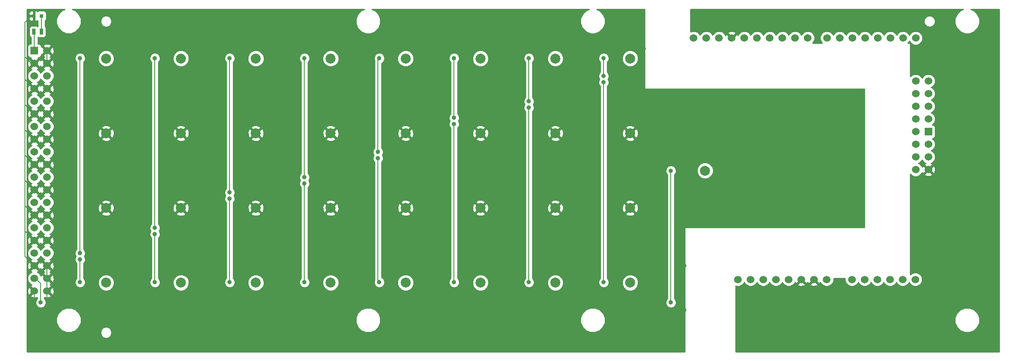
<source format=gtl>
G04 #@! TF.GenerationSoftware,KiCad,Pcbnew,(2018-02-14 revision 6afdf1cf8)-makepkg*
G04 #@! TF.CreationDate,2018-02-15T17:48:32+13:00*
G04 #@! TF.ProjectId,patch-shield-analog,70617463682D736869656C642D616E61,rev?*
G04 #@! TF.SameCoordinates,Original*
G04 #@! TF.FileFunction,Copper,L1,Top,Signal*
G04 #@! TF.FilePolarity,Positive*
%FSLAX46Y46*%
G04 Gerber Fmt 4.6, Leading zero omitted, Abs format (unit mm)*
G04 Created by KiCad (PCBNEW (2018-02-14 revision 6afdf1cf8)-makepkg) date 02/15/18 17:48:32*
%MOMM*%
%LPD*%
G01*
G04 APERTURE LIST*
%ADD10C,1.998980*%
%ADD11R,0.635000X1.143000*%
%ADD12R,1.524000X1.524000*%
%ADD13C,1.524000*%
%ADD14R,0.797560X0.797560*%
%ADD15C,1.000760*%
%ADD16C,0.889000*%
%ADD17C,0.203200*%
%ADD18C,0.254000*%
G04 APERTURE END LIST*
D10*
X159999680Y-89999820D03*
X159999680Y-59999880D03*
X145000980Y-59999880D03*
X129999740Y-59999880D03*
X115001040Y-59999880D03*
X99999800Y-59999880D03*
X85001100Y-59999880D03*
X69999860Y-59999880D03*
X55001160Y-59999880D03*
X55001160Y-105001060D03*
X145000980Y-89999820D03*
X129999740Y-89999820D03*
X115001040Y-89999820D03*
X99999800Y-89999820D03*
X85001100Y-89999820D03*
X69999860Y-89999820D03*
X55001160Y-89999820D03*
X55001160Y-75001120D03*
X175000920Y-82499200D03*
X159999680Y-75001120D03*
X145000980Y-75001120D03*
X129999740Y-75001120D03*
X115001040Y-75001120D03*
X99999800Y-75001120D03*
X85001100Y-75001120D03*
X69999860Y-75001120D03*
X159999680Y-105001060D03*
X145000980Y-105001060D03*
X129999740Y-105001060D03*
X115001040Y-105001060D03*
X99999800Y-105001060D03*
X85001100Y-105001060D03*
X69999860Y-105001060D03*
D11*
X40513000Y-54610000D03*
X42037000Y-54610000D03*
D12*
X40640000Y-58420000D03*
D13*
X43180000Y-58420000D03*
X40640000Y-71120000D03*
X43180000Y-60960000D03*
X40640000Y-73660000D03*
X43180000Y-63500000D03*
X40640000Y-76200000D03*
X43180000Y-66040000D03*
X40640000Y-78740000D03*
X43180000Y-68580000D03*
X40640000Y-81280000D03*
X43180000Y-71120000D03*
X40640000Y-83820000D03*
X43180000Y-73660000D03*
X40640000Y-86360000D03*
X43180000Y-76200000D03*
X40640000Y-88900000D03*
X43180000Y-78740000D03*
X40640000Y-91440000D03*
X43180000Y-81280000D03*
X40640000Y-93980000D03*
X43180000Y-83820000D03*
X40640000Y-96520000D03*
X43180000Y-86360000D03*
X43180000Y-88900000D03*
X40640000Y-99060000D03*
X43180000Y-91440000D03*
X43180000Y-96520000D03*
X43180000Y-99060000D03*
X43180000Y-101600000D03*
X43180000Y-104140000D03*
X40640000Y-101600000D03*
X40640000Y-104140000D03*
X40640000Y-60960000D03*
X40640000Y-63500000D03*
X40640000Y-66040000D03*
X40640000Y-68580000D03*
X40640000Y-106680000D03*
X43180000Y-106680000D03*
X43180000Y-93980000D03*
X181584600Y-104343200D03*
X184124600Y-104343200D03*
X186664600Y-104343200D03*
X189204600Y-104343200D03*
X191744600Y-104343200D03*
X194284600Y-104343200D03*
X196824600Y-104343200D03*
X199364600Y-104343200D03*
X204419200Y-104343200D03*
X206959200Y-104343200D03*
X209499200Y-104343200D03*
X212039200Y-104343200D03*
X214579200Y-104343200D03*
X217119200Y-104343200D03*
X217195400Y-77216000D03*
X217195400Y-79756000D03*
X217195400Y-82296000D03*
X219735400Y-82296000D03*
X219735400Y-79756000D03*
X219735400Y-77216000D03*
X217195400Y-55880000D03*
X214655400Y-55880000D03*
X212115400Y-55880000D03*
X209575400Y-55880000D03*
X207035400Y-55880000D03*
X204495400Y-55880000D03*
X201955400Y-55880000D03*
X199415400Y-55880000D03*
X195580000Y-55880000D03*
X193040000Y-55880000D03*
X190500000Y-55880000D03*
X187960000Y-55880000D03*
X185420000Y-55880000D03*
X182880000Y-55880000D03*
X180340000Y-55880000D03*
X177800000Y-55880000D03*
X175260000Y-55880000D03*
X172720000Y-55880000D03*
D12*
X219735400Y-74676000D03*
D13*
X217195400Y-74676000D03*
X219735400Y-72136000D03*
X217195400Y-72136000D03*
X219735400Y-69596000D03*
X217195400Y-69596000D03*
X219735400Y-67056000D03*
X217195400Y-67056000D03*
X219735400Y-64516000D03*
X217195400Y-64516000D03*
D14*
X42024300Y-51435000D03*
X40525700Y-51435000D03*
D15*
X62499240Y-112499140D03*
X62499240Y-57500520D03*
X222498920Y-57500520D03*
D16*
X168148000Y-82550000D03*
X168148000Y-108966000D03*
X41910000Y-108966000D03*
X49784000Y-104902000D03*
X49784000Y-100330000D03*
X49784000Y-59944000D03*
X49784000Y-99060000D03*
X64770000Y-95250000D03*
X64770000Y-104902000D03*
X64770000Y-93980000D03*
X64770000Y-59944000D03*
X79756000Y-104902000D03*
X79756000Y-88138000D03*
X79756000Y-86868000D03*
X79756000Y-59944000D03*
X94742000Y-104902000D03*
X94742000Y-85090000D03*
X94742000Y-59944000D03*
X94742000Y-83820000D03*
X109728000Y-104902000D03*
X109474000Y-80010000D03*
X109474000Y-78740000D03*
X109728000Y-59944000D03*
X124714000Y-104902000D03*
X124714000Y-73152000D03*
X124714000Y-59944000D03*
X124714000Y-71882000D03*
X139700000Y-69850000D03*
X139700000Y-104902000D03*
X139700000Y-59944000D03*
X139700000Y-68580000D03*
X154686000Y-104902000D03*
X154686000Y-64770000D03*
X154686000Y-63500000D03*
X154686000Y-59944000D03*
X150241000Y-101600000D03*
X43180000Y-110236000D03*
X75184000Y-110299500D03*
X75184000Y-58420000D03*
X162560000Y-110236000D03*
X170815000Y-90170000D03*
X162560000Y-101600000D03*
X150177500Y-66040000D03*
X119951500Y-110236000D03*
X184785000Y-74930000D03*
X135001000Y-110236000D03*
X60071000Y-101600000D03*
X75120500Y-101600000D03*
X162560000Y-65976500D03*
X162560000Y-74993500D03*
X150241000Y-75001120D03*
X104775000Y-110236000D03*
X150241000Y-90043000D03*
X60071000Y-85979000D03*
X45402500Y-110236000D03*
X60071000Y-74993500D03*
X60071000Y-89999820D03*
X60071000Y-110299500D03*
X135001000Y-58420000D03*
X162560000Y-90170000D03*
X150241000Y-110363000D03*
X75184000Y-85979000D03*
X90233500Y-85979000D03*
X90233500Y-58420000D03*
X162687000Y-57975500D03*
X170815000Y-110490000D03*
X162623500Y-62611000D03*
X90106500Y-101600000D03*
X75184000Y-66103500D03*
X75184000Y-75001120D03*
X184785000Y-90170000D03*
X170815000Y-74930000D03*
X75184000Y-89979500D03*
X40640000Y-110236000D03*
X170815000Y-101600000D03*
X134937500Y-66040000D03*
X119951500Y-90043000D03*
X90106500Y-74993500D03*
X104775000Y-101600000D03*
X135001000Y-75057000D03*
X135001000Y-101600000D03*
X90233500Y-66040000D03*
X60071000Y-62611000D03*
X60071000Y-66040000D03*
X150177500Y-58420000D03*
X119951500Y-66167000D03*
X119951500Y-75120500D03*
X104711500Y-75120500D03*
X104775000Y-90043000D03*
X119888000Y-58420000D03*
X104775000Y-58420000D03*
X90233500Y-110236000D03*
X90233500Y-90106500D03*
X104838500Y-66040000D03*
X134937500Y-89999820D03*
X60071000Y-58420000D03*
X119951500Y-101600000D03*
X45402500Y-58420000D03*
D17*
X40640000Y-54737000D02*
X40513000Y-54610000D01*
X40640000Y-58420000D02*
X40640000Y-54737000D01*
X41910000Y-105156000D02*
X40894000Y-104140000D01*
X41910000Y-108966000D02*
X41910000Y-105156000D01*
X40894000Y-104140000D02*
X40640000Y-104140000D01*
X168148000Y-82550000D02*
X168148000Y-108966000D01*
X49784000Y-104902000D02*
X49784000Y-100330000D01*
X49784000Y-59944000D02*
X49784000Y-99060000D01*
X64770000Y-104902000D02*
X64770000Y-95250000D01*
X64770000Y-59944000D02*
X64770000Y-93980000D01*
X79756000Y-104902000D02*
X79756000Y-88138000D01*
X79756000Y-59944000D02*
X79756000Y-86868000D01*
X94742000Y-104902000D02*
X94742000Y-85090000D01*
X94742000Y-59944000D02*
X94742000Y-83820000D01*
X109474000Y-104648000D02*
X109474000Y-80010000D01*
X109728000Y-104902000D02*
X109474000Y-104648000D01*
X109474000Y-60198000D02*
X109474000Y-78740000D01*
X109728000Y-59944000D02*
X109474000Y-60198000D01*
X124714000Y-104902000D02*
X124714000Y-73152000D01*
X124714000Y-59944000D02*
X124714000Y-71882000D01*
X139700000Y-69850000D02*
X139700000Y-104902000D01*
X139700000Y-59944000D02*
X139700000Y-68580000D01*
X154686000Y-104902000D02*
X154686000Y-64770000D01*
X154686000Y-59944000D02*
X154686000Y-63500000D01*
X184785000Y-90170000D02*
X184785000Y-74930000D01*
X38735000Y-84455000D02*
X38735000Y-89535000D01*
X162560000Y-90170000D02*
X162560000Y-101600000D01*
X90233500Y-66040000D02*
X90233500Y-74993500D01*
X38735000Y-89535000D02*
X38735000Y-94615000D01*
X90233500Y-74993500D02*
X90233500Y-85979000D01*
X150177500Y-58420000D02*
X150241000Y-58483500D01*
X150177500Y-66040000D02*
X150241000Y-66040000D01*
X90233500Y-85979000D02*
X90233500Y-90106500D01*
X38735000Y-89535000D02*
X40640000Y-91440000D01*
X162560000Y-65976500D02*
X162560000Y-74993500D01*
X162560000Y-74993500D02*
X162560000Y-90170000D01*
X90233500Y-58420000D02*
X90233500Y-66040000D01*
X40640000Y-106680000D02*
X40640000Y-110236000D01*
X119951500Y-101600000D02*
X119951500Y-110236000D01*
X119951500Y-90043000D02*
X119951500Y-101600000D01*
X119951500Y-75120500D02*
X119951500Y-90043000D01*
X119951500Y-66167000D02*
X119951500Y-75120500D01*
X119951500Y-58483500D02*
X119951500Y-66167000D01*
X60071000Y-66040000D02*
X60071000Y-74993500D01*
X38735000Y-64135000D02*
X38735000Y-69215000D01*
X162560000Y-65976500D02*
X162623500Y-65913000D01*
X135001000Y-58420000D02*
X135001000Y-66040000D01*
X60071000Y-89979500D02*
X60071000Y-101600000D01*
X150241000Y-66040000D02*
X150241000Y-74993500D01*
X150241000Y-101600000D02*
X150241000Y-110363000D01*
X135001000Y-101600000D02*
X135001000Y-110236000D01*
X135001000Y-89979500D02*
X135001000Y-101600000D01*
X135001000Y-75057000D02*
X135001000Y-89979500D01*
X135001000Y-66040000D02*
X135001000Y-75057000D01*
X38735000Y-84455000D02*
X40640000Y-86360000D01*
X38735000Y-69215000D02*
X40640000Y-71120000D01*
X38735000Y-59690000D02*
X40005000Y-60960000D01*
X38735000Y-52705000D02*
X38735000Y-59690000D01*
X38735000Y-99695000D02*
X40640000Y-101600000D01*
X60071000Y-62611000D02*
X60071000Y-66040000D01*
X60071000Y-89999820D02*
X60071000Y-89979500D01*
X150241000Y-58483500D02*
X150241000Y-66040000D01*
X150241000Y-90043000D02*
X150241000Y-101600000D01*
X45402500Y-110236000D02*
X45402500Y-58420000D01*
X60071000Y-74993500D02*
X60071000Y-85979000D01*
X60071000Y-101600000D02*
X60071000Y-110299500D01*
X162560000Y-101600000D02*
X162560000Y-110236000D01*
X150241000Y-74993500D02*
X150241000Y-90043000D01*
X75184000Y-58420000D02*
X75184000Y-66103500D01*
X75184000Y-66103500D02*
X75184000Y-74993500D01*
X75184000Y-74993500D02*
X75184000Y-85979000D01*
X75184000Y-85979000D02*
X75184000Y-89979500D01*
X60071000Y-85979000D02*
X60071000Y-89979500D01*
X162623500Y-62611000D02*
X162687000Y-62547500D01*
X162687000Y-62547500D02*
X162687000Y-57975500D01*
X40005000Y-60960000D02*
X40640000Y-60960000D01*
X75184000Y-89979500D02*
X75184000Y-101600000D01*
X90233500Y-74993500D02*
X90106500Y-74993500D01*
X90233500Y-101600000D02*
X90106500Y-101600000D01*
X38735000Y-59690000D02*
X38735000Y-64135000D01*
X40525700Y-51435000D02*
X40005000Y-51435000D01*
X104775000Y-110236000D02*
X104775000Y-101600000D01*
X38735000Y-64135000D02*
X40640000Y-66040000D01*
X170815000Y-101600000D02*
X170815000Y-90170000D01*
X38735000Y-74295000D02*
X40640000Y-76200000D01*
X38735000Y-79375000D02*
X40640000Y-81280000D01*
X38735000Y-74295000D02*
X38735000Y-79375000D01*
X43180000Y-101600000D02*
X43180000Y-104140000D01*
X104775000Y-75120500D02*
X104775000Y-66040000D01*
X162623500Y-65913000D02*
X162623500Y-62611000D01*
X104775000Y-101600000D02*
X104775000Y-90043000D01*
X75184000Y-75001120D02*
X75184000Y-74993500D01*
X40005000Y-51435000D02*
X38735000Y-52705000D01*
X38735000Y-94615000D02*
X40640000Y-96520000D01*
X43180000Y-110236000D02*
X43180000Y-106680000D01*
X38735000Y-69215000D02*
X38735000Y-74295000D01*
X170815000Y-101600000D02*
X170815000Y-110490000D01*
X134937500Y-66040000D02*
X135001000Y-66040000D01*
X104775000Y-90043000D02*
X104775000Y-75120500D01*
X134957820Y-89979500D02*
X135001000Y-89979500D01*
X170815000Y-90170000D02*
X170815000Y-74930000D01*
X43180000Y-104140000D02*
X43180000Y-106680000D01*
X38735000Y-94615000D02*
X38735000Y-99695000D01*
X75120500Y-101600000D02*
X75184000Y-101600000D01*
X104711500Y-75120500D02*
X104775000Y-75120500D01*
X104775000Y-66040000D02*
X104775000Y-58420000D01*
X75184000Y-101600000D02*
X75184000Y-110299500D01*
X150241000Y-75001120D02*
X150241000Y-74993500D01*
X119888000Y-58420000D02*
X119951500Y-58483500D01*
X90233500Y-101600000D02*
X90233500Y-110236000D01*
X90233500Y-90106500D02*
X90233500Y-101600000D01*
X38735000Y-79375000D02*
X38735000Y-84455000D01*
X43180000Y-58420000D02*
X43180000Y-60960000D01*
X134937500Y-89999820D02*
X134957820Y-89979500D01*
X60071000Y-58420000D02*
X60071000Y-62611000D01*
X104838500Y-66040000D02*
X104775000Y-66040000D01*
X42037000Y-51447700D02*
X42024300Y-51435000D01*
X42037000Y-54610000D02*
X42037000Y-51447700D01*
D18*
G36*
X206872840Y-93873320D02*
X176634140Y-93873320D01*
X176634140Y-82826860D01*
X176634140Y-82176620D01*
X176385220Y-81577180D01*
X175928020Y-81117440D01*
X175328580Y-80865980D01*
X174678340Y-80865980D01*
X174078900Y-81114900D01*
X173619160Y-81572100D01*
X173367700Y-82171540D01*
X173367700Y-82821780D01*
X173616620Y-83421220D01*
X174073820Y-83880960D01*
X174673260Y-84132420D01*
X175323500Y-84132420D01*
X175922940Y-83883500D01*
X176382680Y-83426300D01*
X176634140Y-82826860D01*
X176634140Y-93873320D01*
X170873420Y-93873320D01*
X170873420Y-118872000D01*
X169227500Y-118872000D01*
X169227500Y-109181900D01*
X169227500Y-108752640D01*
X169064940Y-108356400D01*
X168884600Y-108176060D01*
X168884600Y-83339940D01*
X169062400Y-83162140D01*
X169227500Y-82765900D01*
X169227500Y-82336640D01*
X169064940Y-81940400D01*
X168760140Y-81635600D01*
X168363900Y-81470500D01*
X167934640Y-81470500D01*
X167538400Y-81633060D01*
X167233600Y-81937860D01*
X167068500Y-82334100D01*
X167068500Y-82763360D01*
X167231060Y-83159600D01*
X167411400Y-83339940D01*
X167411400Y-108176060D01*
X167233600Y-108353860D01*
X167068500Y-108750100D01*
X167068500Y-109179360D01*
X167231060Y-109575600D01*
X167535860Y-109880400D01*
X167932100Y-110045500D01*
X168361360Y-110045500D01*
X168757600Y-109882940D01*
X169062400Y-109578140D01*
X169227500Y-109181900D01*
X169227500Y-118872000D01*
X161632900Y-118872000D01*
X161632900Y-105328720D01*
X161632900Y-104678480D01*
X161632900Y-60327540D01*
X161632900Y-59677300D01*
X161383980Y-59077860D01*
X160926780Y-58618120D01*
X160327340Y-58366660D01*
X159677100Y-58366660D01*
X159077660Y-58615580D01*
X158617920Y-59072780D01*
X158366460Y-59672220D01*
X158366460Y-60322460D01*
X158615380Y-60921900D01*
X159072580Y-61381640D01*
X159672020Y-61633100D01*
X160322260Y-61633100D01*
X160921700Y-61384180D01*
X161381440Y-60926980D01*
X161632900Y-60327540D01*
X161632900Y-104678480D01*
X161612580Y-104627680D01*
X161612580Y-90253820D01*
X161612580Y-75255120D01*
X161587180Y-74620120D01*
X161391600Y-74147680D01*
X161127440Y-74053700D01*
X160947100Y-74234040D01*
X160947100Y-73873360D01*
X160853120Y-73609200D01*
X160253680Y-73388220D01*
X159618680Y-73413620D01*
X159146240Y-73609200D01*
X159052260Y-73873360D01*
X159999680Y-74820780D01*
X160947100Y-73873360D01*
X160947100Y-74234040D01*
X160180020Y-75001120D01*
X161127440Y-75948540D01*
X161391600Y-75854560D01*
X161612580Y-75255120D01*
X161612580Y-90253820D01*
X161587180Y-89618820D01*
X161391600Y-89146380D01*
X161127440Y-89052400D01*
X160947100Y-89232740D01*
X160947100Y-88872060D01*
X160947100Y-76128880D01*
X159999680Y-75181460D01*
X159819340Y-75361800D01*
X159819340Y-75001120D01*
X158871920Y-74053700D01*
X158607760Y-74147680D01*
X158386780Y-74747120D01*
X158412180Y-75382120D01*
X158607760Y-75854560D01*
X158871920Y-75948540D01*
X159819340Y-75001120D01*
X159819340Y-75361800D01*
X159052260Y-76128880D01*
X159146240Y-76393040D01*
X159745680Y-76614020D01*
X160380680Y-76588620D01*
X160853120Y-76393040D01*
X160947100Y-76128880D01*
X160947100Y-88872060D01*
X160853120Y-88607900D01*
X160253680Y-88386920D01*
X159618680Y-88412320D01*
X159146240Y-88607900D01*
X159052260Y-88872060D01*
X159999680Y-89819480D01*
X160947100Y-88872060D01*
X160947100Y-89232740D01*
X160180020Y-89999820D01*
X161127440Y-90947240D01*
X161391600Y-90853260D01*
X161612580Y-90253820D01*
X161612580Y-104627680D01*
X161383980Y-104079040D01*
X160947100Y-103639620D01*
X160947100Y-91127580D01*
X159999680Y-90180160D01*
X159819340Y-90360500D01*
X159819340Y-89999820D01*
X158871920Y-89052400D01*
X158607760Y-89146380D01*
X158386780Y-89745820D01*
X158412180Y-90380820D01*
X158607760Y-90853260D01*
X158871920Y-90947240D01*
X159819340Y-89999820D01*
X159819340Y-90360500D01*
X159052260Y-91127580D01*
X159146240Y-91391740D01*
X159745680Y-91612720D01*
X160380680Y-91587320D01*
X160853120Y-91391740D01*
X160947100Y-91127580D01*
X160947100Y-103639620D01*
X160926780Y-103619300D01*
X160327340Y-103367840D01*
X159677100Y-103367840D01*
X159077660Y-103616760D01*
X158617920Y-104073960D01*
X158366460Y-104673400D01*
X158366460Y-105323640D01*
X158615380Y-105923080D01*
X159072580Y-106382820D01*
X159672020Y-106634280D01*
X160322260Y-106634280D01*
X160921700Y-106385360D01*
X161381440Y-105928160D01*
X161632900Y-105328720D01*
X161632900Y-118872000D01*
X155765500Y-118872000D01*
X155765500Y-105117900D01*
X155765500Y-104688640D01*
X155602940Y-104292400D01*
X155422600Y-104112060D01*
X155422600Y-65559940D01*
X155600400Y-65382140D01*
X155765500Y-64985900D01*
X155765500Y-64556640D01*
X155602940Y-64160400D01*
X155577540Y-64135000D01*
X155600400Y-64112140D01*
X155765500Y-63715900D01*
X155765500Y-63286640D01*
X155602940Y-62890400D01*
X155422600Y-62710060D01*
X155422600Y-60733940D01*
X155600400Y-60556140D01*
X155765500Y-60159900D01*
X155765500Y-59730640D01*
X155602940Y-59334400D01*
X155298140Y-59029600D01*
X154901900Y-58864500D01*
X154472640Y-58864500D01*
X154076400Y-59027060D01*
X153771600Y-59331860D01*
X153606500Y-59728100D01*
X153606500Y-60157360D01*
X153769060Y-60553600D01*
X153949400Y-60733940D01*
X153949400Y-62710060D01*
X153771600Y-62887860D01*
X153606500Y-63284100D01*
X153606500Y-63713360D01*
X153769060Y-64109600D01*
X153794460Y-64135000D01*
X153771600Y-64157860D01*
X153606500Y-64554100D01*
X153606500Y-64983360D01*
X153769060Y-65379600D01*
X153949400Y-65559940D01*
X153949400Y-104112060D01*
X153771600Y-104289860D01*
X153606500Y-104686100D01*
X153606500Y-105115360D01*
X153769060Y-105511600D01*
X154073860Y-105816400D01*
X154470100Y-105981500D01*
X154899360Y-105981500D01*
X155295600Y-105818940D01*
X155600400Y-105514140D01*
X155765500Y-105117900D01*
X155765500Y-118872000D01*
X154983180Y-118872000D01*
X154983180Y-112994440D01*
X154983180Y-112006380D01*
X154604720Y-111094520D01*
X153906220Y-110393480D01*
X152994360Y-110015020D01*
X152006300Y-110015020D01*
X151094440Y-110393480D01*
X150393400Y-111091980D01*
X150014940Y-112003840D01*
X150014940Y-112991900D01*
X150393400Y-113903760D01*
X151091900Y-114604800D01*
X152003760Y-114983260D01*
X152991820Y-114983260D01*
X153903680Y-114604800D01*
X154604720Y-113906300D01*
X154983180Y-112994440D01*
X154983180Y-118872000D01*
X146634200Y-118872000D01*
X146634200Y-105328720D01*
X146634200Y-104678480D01*
X146634200Y-60327540D01*
X146634200Y-59677300D01*
X146385280Y-59077860D01*
X145928080Y-58618120D01*
X145328640Y-58366660D01*
X144678400Y-58366660D01*
X144078960Y-58615580D01*
X143619220Y-59072780D01*
X143367760Y-59672220D01*
X143367760Y-60322460D01*
X143616680Y-60921900D01*
X144073880Y-61381640D01*
X144673320Y-61633100D01*
X145323560Y-61633100D01*
X145923000Y-61384180D01*
X146382740Y-60926980D01*
X146634200Y-60327540D01*
X146634200Y-104678480D01*
X146613880Y-104627680D01*
X146613880Y-90253820D01*
X146613880Y-75255120D01*
X146588480Y-74620120D01*
X146392900Y-74147680D01*
X146128740Y-74053700D01*
X145948400Y-74234040D01*
X145948400Y-73873360D01*
X145854420Y-73609200D01*
X145254980Y-73388220D01*
X144619980Y-73413620D01*
X144147540Y-73609200D01*
X144053560Y-73873360D01*
X145000980Y-74820780D01*
X145948400Y-73873360D01*
X145948400Y-74234040D01*
X145181320Y-75001120D01*
X146128740Y-75948540D01*
X146392900Y-75854560D01*
X146613880Y-75255120D01*
X146613880Y-90253820D01*
X146588480Y-89618820D01*
X146392900Y-89146380D01*
X146128740Y-89052400D01*
X145948400Y-89232740D01*
X145948400Y-88872060D01*
X145948400Y-76128880D01*
X145000980Y-75181460D01*
X144820640Y-75361800D01*
X144820640Y-75001120D01*
X143873220Y-74053700D01*
X143609060Y-74147680D01*
X143388080Y-74747120D01*
X143413480Y-75382120D01*
X143609060Y-75854560D01*
X143873220Y-75948540D01*
X144820640Y-75001120D01*
X144820640Y-75361800D01*
X144053560Y-76128880D01*
X144147540Y-76393040D01*
X144746980Y-76614020D01*
X145381980Y-76588620D01*
X145854420Y-76393040D01*
X145948400Y-76128880D01*
X145948400Y-88872060D01*
X145854420Y-88607900D01*
X145254980Y-88386920D01*
X144619980Y-88412320D01*
X144147540Y-88607900D01*
X144053560Y-88872060D01*
X145000980Y-89819480D01*
X145948400Y-88872060D01*
X145948400Y-89232740D01*
X145181320Y-89999820D01*
X146128740Y-90947240D01*
X146392900Y-90853260D01*
X146613880Y-90253820D01*
X146613880Y-104627680D01*
X146385280Y-104079040D01*
X145948400Y-103639620D01*
X145948400Y-91127580D01*
X145000980Y-90180160D01*
X144820640Y-90360500D01*
X144820640Y-89999820D01*
X143873220Y-89052400D01*
X143609060Y-89146380D01*
X143388080Y-89745820D01*
X143413480Y-90380820D01*
X143609060Y-90853260D01*
X143873220Y-90947240D01*
X144820640Y-89999820D01*
X144820640Y-90360500D01*
X144053560Y-91127580D01*
X144147540Y-91391740D01*
X144746980Y-91612720D01*
X145381980Y-91587320D01*
X145854420Y-91391740D01*
X145948400Y-91127580D01*
X145948400Y-103639620D01*
X145928080Y-103619300D01*
X145328640Y-103367840D01*
X144678400Y-103367840D01*
X144078960Y-103616760D01*
X143619220Y-104073960D01*
X143367760Y-104673400D01*
X143367760Y-105323640D01*
X143616680Y-105923080D01*
X144073880Y-106382820D01*
X144673320Y-106634280D01*
X145323560Y-106634280D01*
X145923000Y-106385360D01*
X146382740Y-105928160D01*
X146634200Y-105328720D01*
X146634200Y-118872000D01*
X140779500Y-118872000D01*
X140779500Y-105117900D01*
X140779500Y-104688640D01*
X140616940Y-104292400D01*
X140436600Y-104112060D01*
X140436600Y-70639940D01*
X140614400Y-70462140D01*
X140779500Y-70065900D01*
X140779500Y-69636640D01*
X140616940Y-69240400D01*
X140591540Y-69215000D01*
X140614400Y-69192140D01*
X140779500Y-68795900D01*
X140779500Y-68366640D01*
X140616940Y-67970400D01*
X140436600Y-67790060D01*
X140436600Y-60733940D01*
X140614400Y-60556140D01*
X140779500Y-60159900D01*
X140779500Y-59730640D01*
X140616940Y-59334400D01*
X140312140Y-59029600D01*
X139915900Y-58864500D01*
X139486640Y-58864500D01*
X139090400Y-59027060D01*
X138785600Y-59331860D01*
X138620500Y-59728100D01*
X138620500Y-60157360D01*
X138783060Y-60553600D01*
X138963400Y-60733940D01*
X138963400Y-67790060D01*
X138785600Y-67967860D01*
X138620500Y-68364100D01*
X138620500Y-68793360D01*
X138783060Y-69189600D01*
X138808460Y-69215000D01*
X138785600Y-69237860D01*
X138620500Y-69634100D01*
X138620500Y-70063360D01*
X138783060Y-70459600D01*
X138963400Y-70639940D01*
X138963400Y-104112060D01*
X138785600Y-104289860D01*
X138620500Y-104686100D01*
X138620500Y-105115360D01*
X138783060Y-105511600D01*
X139087860Y-105816400D01*
X139484100Y-105981500D01*
X139913360Y-105981500D01*
X140309600Y-105818940D01*
X140614400Y-105514140D01*
X140779500Y-105117900D01*
X140779500Y-118872000D01*
X131632960Y-118872000D01*
X131632960Y-105328720D01*
X131632960Y-104678480D01*
X131632960Y-60327540D01*
X131632960Y-59677300D01*
X131384040Y-59077860D01*
X130926840Y-58618120D01*
X130327400Y-58366660D01*
X129677160Y-58366660D01*
X129077720Y-58615580D01*
X128617980Y-59072780D01*
X128366520Y-59672220D01*
X128366520Y-60322460D01*
X128615440Y-60921900D01*
X129072640Y-61381640D01*
X129672080Y-61633100D01*
X130322320Y-61633100D01*
X130921760Y-61384180D01*
X131381500Y-60926980D01*
X131632960Y-60327540D01*
X131632960Y-104678480D01*
X131612640Y-104627680D01*
X131612640Y-90253820D01*
X131612640Y-75255120D01*
X131587240Y-74620120D01*
X131391660Y-74147680D01*
X131127500Y-74053700D01*
X130947160Y-74234040D01*
X130947160Y-73873360D01*
X130853180Y-73609200D01*
X130253740Y-73388220D01*
X129618740Y-73413620D01*
X129146300Y-73609200D01*
X129052320Y-73873360D01*
X129999740Y-74820780D01*
X130947160Y-73873360D01*
X130947160Y-74234040D01*
X130180080Y-75001120D01*
X131127500Y-75948540D01*
X131391660Y-75854560D01*
X131612640Y-75255120D01*
X131612640Y-90253820D01*
X131587240Y-89618820D01*
X131391660Y-89146380D01*
X131127500Y-89052400D01*
X130947160Y-89232740D01*
X130947160Y-88872060D01*
X130947160Y-76128880D01*
X129999740Y-75181460D01*
X129819400Y-75361800D01*
X129819400Y-75001120D01*
X128871980Y-74053700D01*
X128607820Y-74147680D01*
X128386840Y-74747120D01*
X128412240Y-75382120D01*
X128607820Y-75854560D01*
X128871980Y-75948540D01*
X129819400Y-75001120D01*
X129819400Y-75361800D01*
X129052320Y-76128880D01*
X129146300Y-76393040D01*
X129745740Y-76614020D01*
X130380740Y-76588620D01*
X130853180Y-76393040D01*
X130947160Y-76128880D01*
X130947160Y-88872060D01*
X130853180Y-88607900D01*
X130253740Y-88386920D01*
X129618740Y-88412320D01*
X129146300Y-88607900D01*
X129052320Y-88872060D01*
X129999740Y-89819480D01*
X130947160Y-88872060D01*
X130947160Y-89232740D01*
X130180080Y-89999820D01*
X131127500Y-90947240D01*
X131391660Y-90853260D01*
X131612640Y-90253820D01*
X131612640Y-104627680D01*
X131384040Y-104079040D01*
X130947160Y-103639620D01*
X130947160Y-91127580D01*
X129999740Y-90180160D01*
X129819400Y-90360500D01*
X129819400Y-89999820D01*
X128871980Y-89052400D01*
X128607820Y-89146380D01*
X128386840Y-89745820D01*
X128412240Y-90380820D01*
X128607820Y-90853260D01*
X128871980Y-90947240D01*
X129819400Y-89999820D01*
X129819400Y-90360500D01*
X129052320Y-91127580D01*
X129146300Y-91391740D01*
X129745740Y-91612720D01*
X130380740Y-91587320D01*
X130853180Y-91391740D01*
X130947160Y-91127580D01*
X130947160Y-103639620D01*
X130926840Y-103619300D01*
X130327400Y-103367840D01*
X129677160Y-103367840D01*
X129077720Y-103616760D01*
X128617980Y-104073960D01*
X128366520Y-104673400D01*
X128366520Y-105323640D01*
X128615440Y-105923080D01*
X129072640Y-106382820D01*
X129672080Y-106634280D01*
X130322320Y-106634280D01*
X130921760Y-106385360D01*
X131381500Y-105928160D01*
X131632960Y-105328720D01*
X131632960Y-118872000D01*
X125793500Y-118872000D01*
X125793500Y-105117900D01*
X125793500Y-104688640D01*
X125630940Y-104292400D01*
X125450600Y-104112060D01*
X125450600Y-73941940D01*
X125628400Y-73764140D01*
X125793500Y-73367900D01*
X125793500Y-72938640D01*
X125630940Y-72542400D01*
X125605540Y-72517000D01*
X125628400Y-72494140D01*
X125793500Y-72097900D01*
X125793500Y-71668640D01*
X125630940Y-71272400D01*
X125450600Y-71092060D01*
X125450600Y-60733940D01*
X125628400Y-60556140D01*
X125793500Y-60159900D01*
X125793500Y-59730640D01*
X125630940Y-59334400D01*
X125326140Y-59029600D01*
X124929900Y-58864500D01*
X124500640Y-58864500D01*
X124104400Y-59027060D01*
X123799600Y-59331860D01*
X123634500Y-59728100D01*
X123634500Y-60157360D01*
X123797060Y-60553600D01*
X123977400Y-60733940D01*
X123977400Y-71092060D01*
X123799600Y-71269860D01*
X123634500Y-71666100D01*
X123634500Y-72095360D01*
X123797060Y-72491600D01*
X123822460Y-72517000D01*
X123799600Y-72539860D01*
X123634500Y-72936100D01*
X123634500Y-73365360D01*
X123797060Y-73761600D01*
X123977400Y-73941940D01*
X123977400Y-104112060D01*
X123799600Y-104289860D01*
X123634500Y-104686100D01*
X123634500Y-105115360D01*
X123797060Y-105511600D01*
X124101860Y-105816400D01*
X124498100Y-105981500D01*
X124927360Y-105981500D01*
X125323600Y-105818940D01*
X125628400Y-105514140D01*
X125793500Y-105117900D01*
X125793500Y-118872000D01*
X116634260Y-118872000D01*
X116634260Y-105328720D01*
X116634260Y-104678480D01*
X116634260Y-60327540D01*
X116634260Y-59677300D01*
X116385340Y-59077860D01*
X115928140Y-58618120D01*
X115328700Y-58366660D01*
X114678460Y-58366660D01*
X114079020Y-58615580D01*
X113619280Y-59072780D01*
X113367820Y-59672220D01*
X113367820Y-60322460D01*
X113616740Y-60921900D01*
X114073940Y-61381640D01*
X114673380Y-61633100D01*
X115323620Y-61633100D01*
X115923060Y-61384180D01*
X116382800Y-60926980D01*
X116634260Y-60327540D01*
X116634260Y-104678480D01*
X116613940Y-104627680D01*
X116613940Y-90253820D01*
X116613940Y-75255120D01*
X116588540Y-74620120D01*
X116392960Y-74147680D01*
X116128800Y-74053700D01*
X115948460Y-74234040D01*
X115948460Y-73873360D01*
X115854480Y-73609200D01*
X115255040Y-73388220D01*
X114620040Y-73413620D01*
X114147600Y-73609200D01*
X114053620Y-73873360D01*
X115001040Y-74820780D01*
X115948460Y-73873360D01*
X115948460Y-74234040D01*
X115181380Y-75001120D01*
X116128800Y-75948540D01*
X116392960Y-75854560D01*
X116613940Y-75255120D01*
X116613940Y-90253820D01*
X116588540Y-89618820D01*
X116392960Y-89146380D01*
X116128800Y-89052400D01*
X115948460Y-89232740D01*
X115948460Y-88872060D01*
X115948460Y-76128880D01*
X115001040Y-75181460D01*
X114820700Y-75361800D01*
X114820700Y-75001120D01*
X113873280Y-74053700D01*
X113609120Y-74147680D01*
X113388140Y-74747120D01*
X113413540Y-75382120D01*
X113609120Y-75854560D01*
X113873280Y-75948540D01*
X114820700Y-75001120D01*
X114820700Y-75361800D01*
X114053620Y-76128880D01*
X114147600Y-76393040D01*
X114747040Y-76614020D01*
X115382040Y-76588620D01*
X115854480Y-76393040D01*
X115948460Y-76128880D01*
X115948460Y-88872060D01*
X115854480Y-88607900D01*
X115255040Y-88386920D01*
X114620040Y-88412320D01*
X114147600Y-88607900D01*
X114053620Y-88872060D01*
X115001040Y-89819480D01*
X115948460Y-88872060D01*
X115948460Y-89232740D01*
X115181380Y-89999820D01*
X116128800Y-90947240D01*
X116392960Y-90853260D01*
X116613940Y-90253820D01*
X116613940Y-104627680D01*
X116385340Y-104079040D01*
X115948460Y-103639620D01*
X115948460Y-91127580D01*
X115001040Y-90180160D01*
X114820700Y-90360500D01*
X114820700Y-89999820D01*
X113873280Y-89052400D01*
X113609120Y-89146380D01*
X113388140Y-89745820D01*
X113413540Y-90380820D01*
X113609120Y-90853260D01*
X113873280Y-90947240D01*
X114820700Y-89999820D01*
X114820700Y-90360500D01*
X114053620Y-91127580D01*
X114147600Y-91391740D01*
X114747040Y-91612720D01*
X115382040Y-91587320D01*
X115854480Y-91391740D01*
X115948460Y-91127580D01*
X115948460Y-103639620D01*
X115928140Y-103619300D01*
X115328700Y-103367840D01*
X114678460Y-103367840D01*
X114079020Y-103616760D01*
X113619280Y-104073960D01*
X113367820Y-104673400D01*
X113367820Y-105323640D01*
X113616740Y-105923080D01*
X114073940Y-106382820D01*
X114673380Y-106634280D01*
X115323620Y-106634280D01*
X115923060Y-106385360D01*
X116382800Y-105928160D01*
X116634260Y-105328720D01*
X116634260Y-118872000D01*
X110807500Y-118872000D01*
X110807500Y-105117900D01*
X110807500Y-104688640D01*
X110644940Y-104292400D01*
X110340140Y-103987600D01*
X110210600Y-103931720D01*
X110210600Y-80799940D01*
X110388400Y-80622140D01*
X110553500Y-80225900D01*
X110553500Y-79796640D01*
X110390940Y-79400400D01*
X110365540Y-79375000D01*
X110388400Y-79352140D01*
X110553500Y-78955900D01*
X110553500Y-78526640D01*
X110390940Y-78130400D01*
X110210600Y-77950060D01*
X110210600Y-60911740D01*
X110337600Y-60860940D01*
X110642400Y-60556140D01*
X110807500Y-60159900D01*
X110807500Y-59730640D01*
X110644940Y-59334400D01*
X110340140Y-59029600D01*
X109943900Y-58864500D01*
X109514640Y-58864500D01*
X109118400Y-59027060D01*
X108813600Y-59331860D01*
X108648500Y-59728100D01*
X108648500Y-60157360D01*
X108737400Y-60373260D01*
X108737400Y-77950060D01*
X108559600Y-78127860D01*
X108394500Y-78524100D01*
X108394500Y-78953360D01*
X108557060Y-79349600D01*
X108582460Y-79375000D01*
X108559600Y-79397860D01*
X108394500Y-79794100D01*
X108394500Y-80223360D01*
X108557060Y-80619600D01*
X108737400Y-80799940D01*
X108737400Y-104472740D01*
X108648500Y-104686100D01*
X108648500Y-105115360D01*
X108811060Y-105511600D01*
X109115860Y-105816400D01*
X109512100Y-105981500D01*
X109941360Y-105981500D01*
X110337600Y-105818940D01*
X110642400Y-105514140D01*
X110807500Y-105117900D01*
X110807500Y-118872000D01*
X109984540Y-118872000D01*
X109984540Y-112994440D01*
X109984540Y-112006380D01*
X109606080Y-111094520D01*
X108907580Y-110393480D01*
X107995720Y-110015020D01*
X107007660Y-110015020D01*
X106095800Y-110393480D01*
X105394760Y-111091980D01*
X105016300Y-112003840D01*
X105016300Y-112991900D01*
X105394760Y-113903760D01*
X106093260Y-114604800D01*
X107005120Y-114983260D01*
X107993180Y-114983260D01*
X108905040Y-114604800D01*
X109606080Y-113906300D01*
X109984540Y-112994440D01*
X109984540Y-118872000D01*
X101633020Y-118872000D01*
X101633020Y-105328720D01*
X101633020Y-104678480D01*
X101633020Y-60327540D01*
X101633020Y-59677300D01*
X101384100Y-59077860D01*
X100926900Y-58618120D01*
X100327460Y-58366660D01*
X99677220Y-58366660D01*
X99077780Y-58615580D01*
X98618040Y-59072780D01*
X98366580Y-59672220D01*
X98366580Y-60322460D01*
X98615500Y-60921900D01*
X99072700Y-61381640D01*
X99672140Y-61633100D01*
X100322380Y-61633100D01*
X100921820Y-61384180D01*
X101381560Y-60926980D01*
X101633020Y-60327540D01*
X101633020Y-104678480D01*
X101612700Y-104627680D01*
X101612700Y-90253820D01*
X101612700Y-75255120D01*
X101587300Y-74620120D01*
X101391720Y-74147680D01*
X101127560Y-74053700D01*
X100947220Y-74234040D01*
X100947220Y-73873360D01*
X100853240Y-73609200D01*
X100253800Y-73388220D01*
X99618800Y-73413620D01*
X99146360Y-73609200D01*
X99052380Y-73873360D01*
X99999800Y-74820780D01*
X100947220Y-73873360D01*
X100947220Y-74234040D01*
X100180140Y-75001120D01*
X101127560Y-75948540D01*
X101391720Y-75854560D01*
X101612700Y-75255120D01*
X101612700Y-90253820D01*
X101587300Y-89618820D01*
X101391720Y-89146380D01*
X101127560Y-89052400D01*
X100947220Y-89232740D01*
X100947220Y-88872060D01*
X100947220Y-76128880D01*
X99999800Y-75181460D01*
X99819460Y-75361800D01*
X99819460Y-75001120D01*
X98872040Y-74053700D01*
X98607880Y-74147680D01*
X98386900Y-74747120D01*
X98412300Y-75382120D01*
X98607880Y-75854560D01*
X98872040Y-75948540D01*
X99819460Y-75001120D01*
X99819460Y-75361800D01*
X99052380Y-76128880D01*
X99146360Y-76393040D01*
X99745800Y-76614020D01*
X100380800Y-76588620D01*
X100853240Y-76393040D01*
X100947220Y-76128880D01*
X100947220Y-88872060D01*
X100853240Y-88607900D01*
X100253800Y-88386920D01*
X99618800Y-88412320D01*
X99146360Y-88607900D01*
X99052380Y-88872060D01*
X99999800Y-89819480D01*
X100947220Y-88872060D01*
X100947220Y-89232740D01*
X100180140Y-89999820D01*
X101127560Y-90947240D01*
X101391720Y-90853260D01*
X101612700Y-90253820D01*
X101612700Y-104627680D01*
X101384100Y-104079040D01*
X100947220Y-103639620D01*
X100947220Y-91127580D01*
X99999800Y-90180160D01*
X99819460Y-90360500D01*
X99819460Y-89999820D01*
X98872040Y-89052400D01*
X98607880Y-89146380D01*
X98386900Y-89745820D01*
X98412300Y-90380820D01*
X98607880Y-90853260D01*
X98872040Y-90947240D01*
X99819460Y-89999820D01*
X99819460Y-90360500D01*
X99052380Y-91127580D01*
X99146360Y-91391740D01*
X99745800Y-91612720D01*
X100380800Y-91587320D01*
X100853240Y-91391740D01*
X100947220Y-91127580D01*
X100947220Y-103639620D01*
X100926900Y-103619300D01*
X100327460Y-103367840D01*
X99677220Y-103367840D01*
X99077780Y-103616760D01*
X98618040Y-104073960D01*
X98366580Y-104673400D01*
X98366580Y-105323640D01*
X98615500Y-105923080D01*
X99072700Y-106382820D01*
X99672140Y-106634280D01*
X100322380Y-106634280D01*
X100921820Y-106385360D01*
X101381560Y-105928160D01*
X101633020Y-105328720D01*
X101633020Y-118872000D01*
X95821500Y-118872000D01*
X95821500Y-105117900D01*
X95821500Y-104688640D01*
X95658940Y-104292400D01*
X95478600Y-104112060D01*
X95478600Y-85879940D01*
X95656400Y-85702140D01*
X95821500Y-85305900D01*
X95821500Y-84876640D01*
X95658940Y-84480400D01*
X95633540Y-84455000D01*
X95656400Y-84432140D01*
X95821500Y-84035900D01*
X95821500Y-83606640D01*
X95658940Y-83210400D01*
X95478600Y-83030060D01*
X95478600Y-60733940D01*
X95656400Y-60556140D01*
X95821500Y-60159900D01*
X95821500Y-59730640D01*
X95658940Y-59334400D01*
X95354140Y-59029600D01*
X94957900Y-58864500D01*
X94528640Y-58864500D01*
X94132400Y-59027060D01*
X93827600Y-59331860D01*
X93662500Y-59728100D01*
X93662500Y-60157360D01*
X93825060Y-60553600D01*
X94005400Y-60733940D01*
X94005400Y-83030060D01*
X93827600Y-83207860D01*
X93662500Y-83604100D01*
X93662500Y-84033360D01*
X93825060Y-84429600D01*
X93850460Y-84455000D01*
X93827600Y-84477860D01*
X93662500Y-84874100D01*
X93662500Y-85303360D01*
X93825060Y-85699600D01*
X94005400Y-85879940D01*
X94005400Y-104112060D01*
X93827600Y-104289860D01*
X93662500Y-104686100D01*
X93662500Y-105115360D01*
X93825060Y-105511600D01*
X94129860Y-105816400D01*
X94526100Y-105981500D01*
X94955360Y-105981500D01*
X95351600Y-105818940D01*
X95656400Y-105514140D01*
X95821500Y-105117900D01*
X95821500Y-118872000D01*
X86634320Y-118872000D01*
X86634320Y-105328720D01*
X86634320Y-104678480D01*
X86634320Y-60327540D01*
X86634320Y-59677300D01*
X86385400Y-59077860D01*
X85928200Y-58618120D01*
X85328760Y-58366660D01*
X84678520Y-58366660D01*
X84079080Y-58615580D01*
X83619340Y-59072780D01*
X83367880Y-59672220D01*
X83367880Y-60322460D01*
X83616800Y-60921900D01*
X84074000Y-61381640D01*
X84673440Y-61633100D01*
X85323680Y-61633100D01*
X85923120Y-61384180D01*
X86382860Y-60926980D01*
X86634320Y-60327540D01*
X86634320Y-104678480D01*
X86614000Y-104627680D01*
X86614000Y-90253820D01*
X86614000Y-75255120D01*
X86588600Y-74620120D01*
X86393020Y-74147680D01*
X86128860Y-74053700D01*
X85948520Y-74234040D01*
X85948520Y-73873360D01*
X85854540Y-73609200D01*
X85255100Y-73388220D01*
X84620100Y-73413620D01*
X84147660Y-73609200D01*
X84053680Y-73873360D01*
X85001100Y-74820780D01*
X85948520Y-73873360D01*
X85948520Y-74234040D01*
X85181440Y-75001120D01*
X86128860Y-75948540D01*
X86393020Y-75854560D01*
X86614000Y-75255120D01*
X86614000Y-90253820D01*
X86588600Y-89618820D01*
X86393020Y-89146380D01*
X86128860Y-89052400D01*
X85948520Y-89232740D01*
X85948520Y-88872060D01*
X85948520Y-76128880D01*
X85001100Y-75181460D01*
X84820760Y-75361800D01*
X84820760Y-75001120D01*
X83873340Y-74053700D01*
X83609180Y-74147680D01*
X83388200Y-74747120D01*
X83413600Y-75382120D01*
X83609180Y-75854560D01*
X83873340Y-75948540D01*
X84820760Y-75001120D01*
X84820760Y-75361800D01*
X84053680Y-76128880D01*
X84147660Y-76393040D01*
X84747100Y-76614020D01*
X85382100Y-76588620D01*
X85854540Y-76393040D01*
X85948520Y-76128880D01*
X85948520Y-88872060D01*
X85854540Y-88607900D01*
X85255100Y-88386920D01*
X84620100Y-88412320D01*
X84147660Y-88607900D01*
X84053680Y-88872060D01*
X85001100Y-89819480D01*
X85948520Y-88872060D01*
X85948520Y-89232740D01*
X85181440Y-89999820D01*
X86128860Y-90947240D01*
X86393020Y-90853260D01*
X86614000Y-90253820D01*
X86614000Y-104627680D01*
X86385400Y-104079040D01*
X85948520Y-103639620D01*
X85948520Y-91127580D01*
X85001100Y-90180160D01*
X84820760Y-90360500D01*
X84820760Y-89999820D01*
X83873340Y-89052400D01*
X83609180Y-89146380D01*
X83388200Y-89745820D01*
X83413600Y-90380820D01*
X83609180Y-90853260D01*
X83873340Y-90947240D01*
X84820760Y-89999820D01*
X84820760Y-90360500D01*
X84053680Y-91127580D01*
X84147660Y-91391740D01*
X84747100Y-91612720D01*
X85382100Y-91587320D01*
X85854540Y-91391740D01*
X85948520Y-91127580D01*
X85948520Y-103639620D01*
X85928200Y-103619300D01*
X85328760Y-103367840D01*
X84678520Y-103367840D01*
X84079080Y-103616760D01*
X83619340Y-104073960D01*
X83367880Y-104673400D01*
X83367880Y-105323640D01*
X83616800Y-105923080D01*
X84074000Y-106382820D01*
X84673440Y-106634280D01*
X85323680Y-106634280D01*
X85923120Y-106385360D01*
X86382860Y-105928160D01*
X86634320Y-105328720D01*
X86634320Y-118872000D01*
X80835500Y-118872000D01*
X80835500Y-105117900D01*
X80835500Y-104688640D01*
X80672940Y-104292400D01*
X80492600Y-104112060D01*
X80492600Y-88927940D01*
X80670400Y-88750140D01*
X80835500Y-88353900D01*
X80835500Y-87924640D01*
X80672940Y-87528400D01*
X80647540Y-87503000D01*
X80670400Y-87480140D01*
X80835500Y-87083900D01*
X80835500Y-86654640D01*
X80672940Y-86258400D01*
X80492600Y-86078060D01*
X80492600Y-60733940D01*
X80670400Y-60556140D01*
X80835500Y-60159900D01*
X80835500Y-59730640D01*
X80672940Y-59334400D01*
X80368140Y-59029600D01*
X79971900Y-58864500D01*
X79542640Y-58864500D01*
X79146400Y-59027060D01*
X78841600Y-59331860D01*
X78676500Y-59728100D01*
X78676500Y-60157360D01*
X78839060Y-60553600D01*
X79019400Y-60733940D01*
X79019400Y-86078060D01*
X78841600Y-86255860D01*
X78676500Y-86652100D01*
X78676500Y-87081360D01*
X78839060Y-87477600D01*
X78864460Y-87503000D01*
X78841600Y-87525860D01*
X78676500Y-87922100D01*
X78676500Y-88351360D01*
X78839060Y-88747600D01*
X79019400Y-88927940D01*
X79019400Y-104112060D01*
X78841600Y-104289860D01*
X78676500Y-104686100D01*
X78676500Y-105115360D01*
X78839060Y-105511600D01*
X79143860Y-105816400D01*
X79540100Y-105981500D01*
X79969360Y-105981500D01*
X80365600Y-105818940D01*
X80670400Y-105514140D01*
X80835500Y-105117900D01*
X80835500Y-118872000D01*
X71633080Y-118872000D01*
X71633080Y-105328720D01*
X71633080Y-104678480D01*
X71633080Y-60327540D01*
X71633080Y-59677300D01*
X71384160Y-59077860D01*
X70926960Y-58618120D01*
X70327520Y-58366660D01*
X69677280Y-58366660D01*
X69077840Y-58615580D01*
X68618100Y-59072780D01*
X68366640Y-59672220D01*
X68366640Y-60322460D01*
X68615560Y-60921900D01*
X69072760Y-61381640D01*
X69672200Y-61633100D01*
X70322440Y-61633100D01*
X70921880Y-61384180D01*
X71381620Y-60926980D01*
X71633080Y-60327540D01*
X71633080Y-104678480D01*
X71612760Y-104627680D01*
X71612760Y-90253820D01*
X71612760Y-75255120D01*
X71587360Y-74620120D01*
X71391780Y-74147680D01*
X71127620Y-74053700D01*
X70947280Y-74234040D01*
X70947280Y-73873360D01*
X70853300Y-73609200D01*
X70253860Y-73388220D01*
X69618860Y-73413620D01*
X69146420Y-73609200D01*
X69052440Y-73873360D01*
X69999860Y-74820780D01*
X70947280Y-73873360D01*
X70947280Y-74234040D01*
X70180200Y-75001120D01*
X71127620Y-75948540D01*
X71391780Y-75854560D01*
X71612760Y-75255120D01*
X71612760Y-90253820D01*
X71587360Y-89618820D01*
X71391780Y-89146380D01*
X71127620Y-89052400D01*
X70947280Y-89232740D01*
X70947280Y-88872060D01*
X70947280Y-76128880D01*
X69999860Y-75181460D01*
X69819520Y-75361800D01*
X69819520Y-75001120D01*
X68872100Y-74053700D01*
X68607940Y-74147680D01*
X68386960Y-74747120D01*
X68412360Y-75382120D01*
X68607940Y-75854560D01*
X68872100Y-75948540D01*
X69819520Y-75001120D01*
X69819520Y-75361800D01*
X69052440Y-76128880D01*
X69146420Y-76393040D01*
X69745860Y-76614020D01*
X70380860Y-76588620D01*
X70853300Y-76393040D01*
X70947280Y-76128880D01*
X70947280Y-88872060D01*
X70853300Y-88607900D01*
X70253860Y-88386920D01*
X69618860Y-88412320D01*
X69146420Y-88607900D01*
X69052440Y-88872060D01*
X69999860Y-89819480D01*
X70947280Y-88872060D01*
X70947280Y-89232740D01*
X70180200Y-89999820D01*
X71127620Y-90947240D01*
X71391780Y-90853260D01*
X71612760Y-90253820D01*
X71612760Y-104627680D01*
X71384160Y-104079040D01*
X70947280Y-103639620D01*
X70947280Y-91127580D01*
X69999860Y-90180160D01*
X69819520Y-90360500D01*
X69819520Y-89999820D01*
X68872100Y-89052400D01*
X68607940Y-89146380D01*
X68386960Y-89745820D01*
X68412360Y-90380820D01*
X68607940Y-90853260D01*
X68872100Y-90947240D01*
X69819520Y-89999820D01*
X69819520Y-90360500D01*
X69052440Y-91127580D01*
X69146420Y-91391740D01*
X69745860Y-91612720D01*
X70380860Y-91587320D01*
X70853300Y-91391740D01*
X70947280Y-91127580D01*
X70947280Y-103639620D01*
X70926960Y-103619300D01*
X70327520Y-103367840D01*
X69677280Y-103367840D01*
X69077840Y-103616760D01*
X68618100Y-104073960D01*
X68366640Y-104673400D01*
X68366640Y-105323640D01*
X68615560Y-105923080D01*
X69072760Y-106382820D01*
X69672200Y-106634280D01*
X70322440Y-106634280D01*
X70921880Y-106385360D01*
X71381620Y-105928160D01*
X71633080Y-105328720D01*
X71633080Y-118872000D01*
X65849500Y-118872000D01*
X65849500Y-105117900D01*
X65849500Y-104688640D01*
X65686940Y-104292400D01*
X65506600Y-104112060D01*
X65506600Y-96039940D01*
X65684400Y-95862140D01*
X65849500Y-95465900D01*
X65849500Y-95036640D01*
X65686940Y-94640400D01*
X65661540Y-94615000D01*
X65684400Y-94592140D01*
X65849500Y-94195900D01*
X65849500Y-93766640D01*
X65686940Y-93370400D01*
X65506600Y-93190060D01*
X65506600Y-60733940D01*
X65684400Y-60556140D01*
X65849500Y-60159900D01*
X65849500Y-59730640D01*
X65686940Y-59334400D01*
X65382140Y-59029600D01*
X64985900Y-58864500D01*
X64556640Y-58864500D01*
X64160400Y-59027060D01*
X63855600Y-59331860D01*
X63690500Y-59728100D01*
X63690500Y-60157360D01*
X63853060Y-60553600D01*
X64033400Y-60733940D01*
X64033400Y-93190060D01*
X63855600Y-93367860D01*
X63690500Y-93764100D01*
X63690500Y-94193360D01*
X63853060Y-94589600D01*
X63878460Y-94615000D01*
X63855600Y-94637860D01*
X63690500Y-95034100D01*
X63690500Y-95463360D01*
X63853060Y-95859600D01*
X64033400Y-96039940D01*
X64033400Y-104112060D01*
X63855600Y-104289860D01*
X63690500Y-104686100D01*
X63690500Y-105115360D01*
X63853060Y-105511600D01*
X64157860Y-105816400D01*
X64554100Y-105981500D01*
X64983360Y-105981500D01*
X65379600Y-105818940D01*
X65684400Y-105514140D01*
X65849500Y-105117900D01*
X65849500Y-118872000D01*
X56634380Y-118872000D01*
X56634380Y-105328720D01*
X56634380Y-104678480D01*
X56634380Y-60327540D01*
X56634380Y-59677300D01*
X56385460Y-59077860D01*
X56134000Y-58823860D01*
X56134000Y-52725320D01*
X56134000Y-52275740D01*
X55961280Y-51859180D01*
X55643780Y-51539140D01*
X55227220Y-51366420D01*
X54777640Y-51366420D01*
X54361080Y-51539140D01*
X54041040Y-51856640D01*
X53868320Y-52273200D01*
X53868320Y-52722780D01*
X54041040Y-53139340D01*
X54358540Y-53459380D01*
X54775100Y-53632100D01*
X55224680Y-53632100D01*
X55641240Y-53459380D01*
X55961280Y-53141880D01*
X56134000Y-52725320D01*
X56134000Y-58823860D01*
X55928260Y-58618120D01*
X55328820Y-58366660D01*
X54678580Y-58366660D01*
X54079140Y-58615580D01*
X53619400Y-59072780D01*
X53367940Y-59672220D01*
X53367940Y-60322460D01*
X53616860Y-60921900D01*
X54074060Y-61381640D01*
X54673500Y-61633100D01*
X55323740Y-61633100D01*
X55923180Y-61384180D01*
X56382920Y-60926980D01*
X56634380Y-60327540D01*
X56634380Y-104678480D01*
X56614060Y-104627680D01*
X56614060Y-90253820D01*
X56614060Y-75255120D01*
X56588660Y-74620120D01*
X56393080Y-74147680D01*
X56128920Y-74053700D01*
X55948580Y-74234040D01*
X55948580Y-73873360D01*
X55854600Y-73609200D01*
X55255160Y-73388220D01*
X54620160Y-73413620D01*
X54147720Y-73609200D01*
X54053740Y-73873360D01*
X55001160Y-74820780D01*
X55948580Y-73873360D01*
X55948580Y-74234040D01*
X55181500Y-75001120D01*
X56128920Y-75948540D01*
X56393080Y-75854560D01*
X56614060Y-75255120D01*
X56614060Y-90253820D01*
X56588660Y-89618820D01*
X56393080Y-89146380D01*
X56128920Y-89052400D01*
X55948580Y-89232740D01*
X55948580Y-88872060D01*
X55948580Y-76128880D01*
X55001160Y-75181460D01*
X54820820Y-75361800D01*
X54820820Y-75001120D01*
X53873400Y-74053700D01*
X53609240Y-74147680D01*
X53388260Y-74747120D01*
X53413660Y-75382120D01*
X53609240Y-75854560D01*
X53873400Y-75948540D01*
X54820820Y-75001120D01*
X54820820Y-75361800D01*
X54053740Y-76128880D01*
X54147720Y-76393040D01*
X54747160Y-76614020D01*
X55382160Y-76588620D01*
X55854600Y-76393040D01*
X55948580Y-76128880D01*
X55948580Y-88872060D01*
X55854600Y-88607900D01*
X55255160Y-88386920D01*
X54620160Y-88412320D01*
X54147720Y-88607900D01*
X54053740Y-88872060D01*
X55001160Y-89819480D01*
X55948580Y-88872060D01*
X55948580Y-89232740D01*
X55181500Y-89999820D01*
X56128920Y-90947240D01*
X56393080Y-90853260D01*
X56614060Y-90253820D01*
X56614060Y-104627680D01*
X56385460Y-104079040D01*
X55948580Y-103639620D01*
X55948580Y-91127580D01*
X55001160Y-90180160D01*
X54820820Y-90360500D01*
X54820820Y-89999820D01*
X53873400Y-89052400D01*
X53609240Y-89146380D01*
X53388260Y-89745820D01*
X53413660Y-90380820D01*
X53609240Y-90853260D01*
X53873400Y-90947240D01*
X54820820Y-89999820D01*
X54820820Y-90360500D01*
X54053740Y-91127580D01*
X54147720Y-91391740D01*
X54747160Y-91612720D01*
X55382160Y-91587320D01*
X55854600Y-91391740D01*
X55948580Y-91127580D01*
X55948580Y-103639620D01*
X55928260Y-103619300D01*
X55328820Y-103367840D01*
X54678580Y-103367840D01*
X54079140Y-103616760D01*
X53619400Y-104073960D01*
X53367940Y-104673400D01*
X53367940Y-105323640D01*
X53616860Y-105923080D01*
X54074060Y-106382820D01*
X54673500Y-106634280D01*
X55323740Y-106634280D01*
X55923180Y-106385360D01*
X56382920Y-105928160D01*
X56634380Y-105328720D01*
X56634380Y-118872000D01*
X56134000Y-118872000D01*
X56134000Y-115227100D01*
X56134000Y-114777520D01*
X55961280Y-114360960D01*
X55643780Y-114040920D01*
X55227220Y-113868200D01*
X54777640Y-113868200D01*
X54361080Y-114040920D01*
X54041040Y-114358420D01*
X53868320Y-114774980D01*
X53868320Y-115224560D01*
X54041040Y-115641120D01*
X54358540Y-115961160D01*
X54775100Y-116133880D01*
X55224680Y-116133880D01*
X55641240Y-115961160D01*
X55961280Y-115643660D01*
X56134000Y-115227100D01*
X56134000Y-118872000D01*
X50863500Y-118872000D01*
X50863500Y-105117900D01*
X50863500Y-104688640D01*
X50700940Y-104292400D01*
X50520600Y-104112060D01*
X50520600Y-101119940D01*
X50698400Y-100942140D01*
X50863500Y-100545900D01*
X50863500Y-100116640D01*
X50700940Y-99720400D01*
X50675540Y-99695000D01*
X50698400Y-99672140D01*
X50863500Y-99275900D01*
X50863500Y-98846640D01*
X50700940Y-98450400D01*
X50520600Y-98270060D01*
X50520600Y-60733940D01*
X50698400Y-60556140D01*
X50863500Y-60159900D01*
X50863500Y-59730640D01*
X50700940Y-59334400D01*
X50396140Y-59029600D01*
X49999900Y-58864500D01*
X49570640Y-58864500D01*
X49174400Y-59027060D01*
X48869600Y-59331860D01*
X48704500Y-59728100D01*
X48704500Y-60157360D01*
X48867060Y-60553600D01*
X49047400Y-60733940D01*
X49047400Y-98270060D01*
X48869600Y-98447860D01*
X48704500Y-98844100D01*
X48704500Y-99273360D01*
X48867060Y-99669600D01*
X48892460Y-99695000D01*
X48869600Y-99717860D01*
X48704500Y-100114100D01*
X48704500Y-100543360D01*
X48867060Y-100939600D01*
X49047400Y-101119940D01*
X49047400Y-104112060D01*
X48869600Y-104289860D01*
X48704500Y-104686100D01*
X48704500Y-105115360D01*
X48867060Y-105511600D01*
X49171860Y-105816400D01*
X49568100Y-105981500D01*
X49997360Y-105981500D01*
X50393600Y-105818940D01*
X50698400Y-105514140D01*
X50863500Y-105117900D01*
X50863500Y-118872000D01*
X49984660Y-118872000D01*
X49984660Y-112994440D01*
X49984660Y-112006380D01*
X49606200Y-111094520D01*
X48907700Y-110393480D01*
X47995840Y-110015020D01*
X47007780Y-110015020D01*
X46095920Y-110393480D01*
X45394880Y-111091980D01*
X45016420Y-112003840D01*
X45016420Y-112991900D01*
X45394880Y-113903760D01*
X46093380Y-114604800D01*
X47005240Y-114983260D01*
X47993300Y-114983260D01*
X48905160Y-114604800D01*
X49606200Y-113906300D01*
X49984660Y-112994440D01*
X49984660Y-118872000D01*
X44574460Y-118872000D01*
X44574460Y-99336860D01*
X44574460Y-98783140D01*
X44574460Y-94256860D01*
X44574460Y-93703140D01*
X44574460Y-89176860D01*
X44574460Y-88623140D01*
X44574460Y-84096860D01*
X44574460Y-83543140D01*
X44574460Y-79016860D01*
X44574460Y-78463140D01*
X44574460Y-73936860D01*
X44574460Y-73383140D01*
X44574460Y-68856860D01*
X44574460Y-68303140D01*
X44574460Y-63776860D01*
X44574460Y-63223140D01*
X44559220Y-63185040D01*
X44559220Y-61160660D01*
X44559220Y-58620660D01*
X44531280Y-58079640D01*
X44378880Y-57706260D01*
X44140120Y-57637680D01*
X43962320Y-57815480D01*
X43962320Y-57459880D01*
X43893740Y-57221120D01*
X43380660Y-57040780D01*
X43055540Y-57056020D01*
X43055540Y-51960780D01*
X43055540Y-51709320D01*
X43055540Y-50911760D01*
X42959020Y-50678080D01*
X42781220Y-50500280D01*
X42550080Y-50403760D01*
X42298620Y-50403760D01*
X41501060Y-50403760D01*
X41275000Y-50495200D01*
X41048940Y-50403760D01*
X40810180Y-50401220D01*
X40652700Y-50558700D01*
X40652700Y-51181000D01*
X40652700Y-51308000D01*
X40652700Y-51562000D01*
X40652700Y-51689000D01*
X40652700Y-52311300D01*
X40810180Y-52468780D01*
X41048940Y-52466240D01*
X41272460Y-52372260D01*
X41300400Y-52382420D01*
X41300400Y-53563520D01*
X41275000Y-53588920D01*
X41188640Y-53502560D01*
X40957500Y-53406040D01*
X40706040Y-53406040D01*
X40398700Y-53406040D01*
X40398700Y-52311300D01*
X40398700Y-51562000D01*
X40398700Y-51308000D01*
X40398700Y-50558700D01*
X40241220Y-50401220D01*
X40002460Y-50403760D01*
X39768780Y-50500280D01*
X39590980Y-50678080D01*
X39494460Y-50909220D01*
X39494460Y-51153060D01*
X39649400Y-51308000D01*
X40398700Y-51308000D01*
X40398700Y-51562000D01*
X39649400Y-51562000D01*
X39494460Y-51716940D01*
X39494460Y-51960780D01*
X39590980Y-52191920D01*
X39768780Y-52369720D01*
X40002460Y-52466240D01*
X40241220Y-52468780D01*
X40398700Y-52311300D01*
X40398700Y-53406040D01*
X40071040Y-53406040D01*
X39837360Y-53502560D01*
X39659560Y-53680360D01*
X39563040Y-53911500D01*
X39563040Y-54162960D01*
X39563040Y-55305960D01*
X39659560Y-55539640D01*
X39837360Y-55717440D01*
X39903400Y-55742840D01*
X39903400Y-57025540D01*
X39753540Y-57025540D01*
X39519860Y-57122060D01*
X39342060Y-57299860D01*
X39245540Y-57531000D01*
X39245540Y-57782460D01*
X39245540Y-59306460D01*
X39342060Y-59540140D01*
X39519860Y-59717940D01*
X39751000Y-59814460D01*
X39908480Y-59814460D01*
X39857680Y-59999880D01*
X40640000Y-60779660D01*
X41422320Y-59999880D01*
X41368980Y-59814460D01*
X41526460Y-59814460D01*
X41760140Y-59717940D01*
X41937940Y-59540140D01*
X42034460Y-59309000D01*
X42034460Y-59148980D01*
X42219880Y-59202320D01*
X42999660Y-58420000D01*
X42219880Y-57637680D01*
X42034460Y-57688480D01*
X42034460Y-57533540D01*
X41937940Y-57299860D01*
X41760140Y-57122060D01*
X41529000Y-57025540D01*
X41376600Y-57025540D01*
X41376600Y-55722520D01*
X41592500Y-55813960D01*
X41843960Y-55813960D01*
X42478960Y-55813960D01*
X42712640Y-55717440D01*
X42890440Y-55539640D01*
X42986960Y-55308500D01*
X42986960Y-55057040D01*
X42986960Y-53914040D01*
X42890440Y-53680360D01*
X42773600Y-53563520D01*
X42773600Y-52372260D01*
X42781220Y-52369720D01*
X42959020Y-52191920D01*
X43055540Y-51960780D01*
X43055540Y-57056020D01*
X42839640Y-57068720D01*
X42466260Y-57221120D01*
X42397680Y-57459880D01*
X43180000Y-58239660D01*
X43962320Y-57459880D01*
X43962320Y-57815480D01*
X43360340Y-58420000D01*
X44140120Y-59202320D01*
X44378880Y-59133740D01*
X44559220Y-58620660D01*
X44559220Y-61160660D01*
X44531280Y-60619640D01*
X44378880Y-60246260D01*
X44140120Y-60177680D01*
X43962320Y-60355480D01*
X43962320Y-59999880D01*
X43893740Y-59761120D01*
X43705780Y-59695080D01*
X43893740Y-59618880D01*
X43962320Y-59380120D01*
X43180000Y-58600340D01*
X42397680Y-59380120D01*
X42466260Y-59618880D01*
X42651680Y-59682380D01*
X42466260Y-59761120D01*
X42397680Y-59999880D01*
X43180000Y-60779660D01*
X43962320Y-59999880D01*
X43962320Y-60355480D01*
X43360340Y-60960000D01*
X44140120Y-61742320D01*
X44378880Y-61673740D01*
X44559220Y-61160660D01*
X44559220Y-63185040D01*
X44361100Y-62710060D01*
X43969940Y-62318900D01*
X43736260Y-62222380D01*
X43893740Y-62158880D01*
X43962320Y-61920120D01*
X43180000Y-61140340D01*
X42999660Y-61318140D01*
X42999660Y-60960000D01*
X42219880Y-60177680D01*
X41981120Y-60246260D01*
X41915080Y-60431680D01*
X41838880Y-60246260D01*
X41600120Y-60177680D01*
X40820340Y-60960000D01*
X41600120Y-61742320D01*
X41838880Y-61673740D01*
X41902380Y-61485780D01*
X41981120Y-61673740D01*
X42219880Y-61742320D01*
X42999660Y-60960000D01*
X42999660Y-61318140D01*
X42397680Y-61920120D01*
X42466260Y-62158880D01*
X42631360Y-62217300D01*
X42390060Y-62318900D01*
X41998900Y-62710060D01*
X41910000Y-62923420D01*
X41821100Y-62710060D01*
X41429940Y-62318900D01*
X41196260Y-62222380D01*
X41353740Y-62158880D01*
X41422320Y-61920120D01*
X40640000Y-61140340D01*
X40459660Y-61318140D01*
X40459660Y-60960000D01*
X39679880Y-60177680D01*
X39441120Y-60246260D01*
X39260780Y-60759340D01*
X39288720Y-61300360D01*
X39441120Y-61673740D01*
X39679880Y-61742320D01*
X40459660Y-60960000D01*
X40459660Y-61318140D01*
X39857680Y-61920120D01*
X39926260Y-62158880D01*
X40091360Y-62217300D01*
X39850060Y-62318900D01*
X39458900Y-62710060D01*
X39245540Y-63223140D01*
X39245540Y-63776860D01*
X39458900Y-64289940D01*
X39850060Y-64681100D01*
X40081200Y-64775080D01*
X39926260Y-64841120D01*
X39857680Y-65079880D01*
X40640000Y-65859660D01*
X41422320Y-65079880D01*
X41353740Y-64841120D01*
X41186100Y-64780160D01*
X41429940Y-64681100D01*
X41821100Y-64289940D01*
X41910000Y-64074040D01*
X41998900Y-64289940D01*
X42390060Y-64681100D01*
X42621200Y-64775080D01*
X42466260Y-64841120D01*
X42397680Y-65079880D01*
X43180000Y-65859660D01*
X43962320Y-65079880D01*
X43893740Y-64841120D01*
X43726100Y-64780160D01*
X43969940Y-64681100D01*
X44361100Y-64289940D01*
X44574460Y-63776860D01*
X44574460Y-68303140D01*
X44559220Y-68265040D01*
X44559220Y-66240660D01*
X44531280Y-65699640D01*
X44378880Y-65326260D01*
X44140120Y-65257680D01*
X43360340Y-66040000D01*
X44140120Y-66822320D01*
X44378880Y-66753740D01*
X44559220Y-66240660D01*
X44559220Y-68265040D01*
X44361100Y-67790060D01*
X43969940Y-67398900D01*
X43736260Y-67302380D01*
X43893740Y-67238880D01*
X43962320Y-67000120D01*
X43180000Y-66220340D01*
X42999660Y-66398140D01*
X42999660Y-66040000D01*
X42219880Y-65257680D01*
X41981120Y-65326260D01*
X41915080Y-65511680D01*
X41838880Y-65326260D01*
X41600120Y-65257680D01*
X40820340Y-66040000D01*
X41600120Y-66822320D01*
X41838880Y-66753740D01*
X41902380Y-66565780D01*
X41981120Y-66753740D01*
X42219880Y-66822320D01*
X42999660Y-66040000D01*
X42999660Y-66398140D01*
X42397680Y-67000120D01*
X42466260Y-67238880D01*
X42631360Y-67297300D01*
X42390060Y-67398900D01*
X41998900Y-67790060D01*
X41910000Y-68003420D01*
X41821100Y-67790060D01*
X41429940Y-67398900D01*
X41196260Y-67302380D01*
X41353740Y-67238880D01*
X41422320Y-67000120D01*
X40640000Y-66220340D01*
X40459660Y-66398140D01*
X40459660Y-66040000D01*
X39679880Y-65257680D01*
X39441120Y-65326260D01*
X39260780Y-65839340D01*
X39288720Y-66380360D01*
X39441120Y-66753740D01*
X39679880Y-66822320D01*
X40459660Y-66040000D01*
X40459660Y-66398140D01*
X39857680Y-67000120D01*
X39926260Y-67238880D01*
X40091360Y-67297300D01*
X39850060Y-67398900D01*
X39458900Y-67790060D01*
X39245540Y-68303140D01*
X39245540Y-68856860D01*
X39458900Y-69369940D01*
X39850060Y-69761100D01*
X40081200Y-69855080D01*
X39926260Y-69921120D01*
X39857680Y-70159880D01*
X40640000Y-70939660D01*
X41422320Y-70159880D01*
X41353740Y-69921120D01*
X41186100Y-69860160D01*
X41429940Y-69761100D01*
X41821100Y-69369940D01*
X41910000Y-69154040D01*
X41998900Y-69369940D01*
X42390060Y-69761100D01*
X42621200Y-69855080D01*
X42466260Y-69921120D01*
X42397680Y-70159880D01*
X43180000Y-70939660D01*
X43962320Y-70159880D01*
X43893740Y-69921120D01*
X43726100Y-69860160D01*
X43969940Y-69761100D01*
X44361100Y-69369940D01*
X44574460Y-68856860D01*
X44574460Y-73383140D01*
X44559220Y-73345040D01*
X44559220Y-71320660D01*
X44531280Y-70779640D01*
X44378880Y-70406260D01*
X44140120Y-70337680D01*
X43360340Y-71120000D01*
X44140120Y-71902320D01*
X44378880Y-71833740D01*
X44559220Y-71320660D01*
X44559220Y-73345040D01*
X44361100Y-72870060D01*
X43969940Y-72478900D01*
X43736260Y-72382380D01*
X43893740Y-72318880D01*
X43962320Y-72080120D01*
X43180000Y-71300340D01*
X42999660Y-71478140D01*
X42999660Y-71120000D01*
X42219880Y-70337680D01*
X41981120Y-70406260D01*
X41915080Y-70591680D01*
X41838880Y-70406260D01*
X41600120Y-70337680D01*
X40820340Y-71120000D01*
X41600120Y-71902320D01*
X41838880Y-71833740D01*
X41902380Y-71645780D01*
X41981120Y-71833740D01*
X42219880Y-71902320D01*
X42999660Y-71120000D01*
X42999660Y-71478140D01*
X42397680Y-72080120D01*
X42466260Y-72318880D01*
X42631360Y-72377300D01*
X42390060Y-72478900D01*
X41998900Y-72870060D01*
X41910000Y-73083420D01*
X41821100Y-72870060D01*
X41429940Y-72478900D01*
X41196260Y-72382380D01*
X41353740Y-72318880D01*
X41422320Y-72080120D01*
X40640000Y-71300340D01*
X40459660Y-71478140D01*
X40459660Y-71120000D01*
X39679880Y-70337680D01*
X39441120Y-70406260D01*
X39260780Y-70919340D01*
X39288720Y-71460360D01*
X39441120Y-71833740D01*
X39679880Y-71902320D01*
X40459660Y-71120000D01*
X40459660Y-71478140D01*
X39857680Y-72080120D01*
X39926260Y-72318880D01*
X40091360Y-72377300D01*
X39850060Y-72478900D01*
X39458900Y-72870060D01*
X39245540Y-73383140D01*
X39245540Y-73936860D01*
X39458900Y-74449940D01*
X39850060Y-74841100D01*
X40081200Y-74935080D01*
X39926260Y-75001120D01*
X39857680Y-75239880D01*
X40640000Y-76019660D01*
X41422320Y-75239880D01*
X41353740Y-75001120D01*
X41186100Y-74940160D01*
X41429940Y-74841100D01*
X41821100Y-74449940D01*
X41910000Y-74234040D01*
X41998900Y-74449940D01*
X42390060Y-74841100D01*
X42621200Y-74935080D01*
X42466260Y-75001120D01*
X42397680Y-75239880D01*
X43180000Y-76019660D01*
X43962320Y-75239880D01*
X43893740Y-75001120D01*
X43726100Y-74940160D01*
X43969940Y-74841100D01*
X44361100Y-74449940D01*
X44574460Y-73936860D01*
X44574460Y-78463140D01*
X44559220Y-78425040D01*
X44559220Y-76400660D01*
X44531280Y-75859640D01*
X44378880Y-75486260D01*
X44140120Y-75417680D01*
X43360340Y-76200000D01*
X44140120Y-76982320D01*
X44378880Y-76913740D01*
X44559220Y-76400660D01*
X44559220Y-78425040D01*
X44361100Y-77950060D01*
X43969940Y-77558900D01*
X43736260Y-77462380D01*
X43893740Y-77398880D01*
X43962320Y-77160120D01*
X43180000Y-76380340D01*
X42999660Y-76558140D01*
X42999660Y-76200000D01*
X42219880Y-75417680D01*
X41981120Y-75486260D01*
X41915080Y-75671680D01*
X41838880Y-75486260D01*
X41600120Y-75417680D01*
X40820340Y-76200000D01*
X41600120Y-76982320D01*
X41838880Y-76913740D01*
X41902380Y-76725780D01*
X41981120Y-76913740D01*
X42219880Y-76982320D01*
X42999660Y-76200000D01*
X42999660Y-76558140D01*
X42397680Y-77160120D01*
X42466260Y-77398880D01*
X42631360Y-77457300D01*
X42390060Y-77558900D01*
X41998900Y-77950060D01*
X41910000Y-78163420D01*
X41821100Y-77950060D01*
X41429940Y-77558900D01*
X41196260Y-77462380D01*
X41353740Y-77398880D01*
X41422320Y-77160120D01*
X40640000Y-76380340D01*
X40459660Y-76558140D01*
X40459660Y-76200000D01*
X39679880Y-75417680D01*
X39441120Y-75486260D01*
X39260780Y-75999340D01*
X39288720Y-76540360D01*
X39441120Y-76913740D01*
X39679880Y-76982320D01*
X40459660Y-76200000D01*
X40459660Y-76558140D01*
X39857680Y-77160120D01*
X39926260Y-77398880D01*
X40091360Y-77457300D01*
X39850060Y-77558900D01*
X39458900Y-77950060D01*
X39245540Y-78463140D01*
X39245540Y-79016860D01*
X39458900Y-79529940D01*
X39850060Y-79921100D01*
X40081200Y-80015080D01*
X39926260Y-80081120D01*
X39857680Y-80319880D01*
X40640000Y-81099660D01*
X41422320Y-80319880D01*
X41353740Y-80081120D01*
X41186100Y-80020160D01*
X41429940Y-79921100D01*
X41821100Y-79529940D01*
X41910000Y-79314040D01*
X41998900Y-79529940D01*
X42390060Y-79921100D01*
X42621200Y-80015080D01*
X42466260Y-80081120D01*
X42397680Y-80319880D01*
X43180000Y-81099660D01*
X43962320Y-80319880D01*
X43893740Y-80081120D01*
X43726100Y-80020160D01*
X43969940Y-79921100D01*
X44361100Y-79529940D01*
X44574460Y-79016860D01*
X44574460Y-83543140D01*
X44559220Y-83505040D01*
X44559220Y-81480660D01*
X44531280Y-80939640D01*
X44378880Y-80566260D01*
X44140120Y-80497680D01*
X43360340Y-81280000D01*
X44140120Y-82062320D01*
X44378880Y-81993740D01*
X44559220Y-81480660D01*
X44559220Y-83505040D01*
X44361100Y-83030060D01*
X43969940Y-82638900D01*
X43736260Y-82542380D01*
X43893740Y-82478880D01*
X43962320Y-82240120D01*
X43180000Y-81460340D01*
X42999660Y-81638140D01*
X42999660Y-81280000D01*
X42219880Y-80497680D01*
X41981120Y-80566260D01*
X41915080Y-80751680D01*
X41838880Y-80566260D01*
X41600120Y-80497680D01*
X40820340Y-81280000D01*
X41600120Y-82062320D01*
X41838880Y-81993740D01*
X41902380Y-81805780D01*
X41981120Y-81993740D01*
X42219880Y-82062320D01*
X42999660Y-81280000D01*
X42999660Y-81638140D01*
X42397680Y-82240120D01*
X42466260Y-82478880D01*
X42631360Y-82537300D01*
X42390060Y-82638900D01*
X41998900Y-83030060D01*
X41910000Y-83243420D01*
X41821100Y-83030060D01*
X41429940Y-82638900D01*
X41196260Y-82542380D01*
X41353740Y-82478880D01*
X41422320Y-82240120D01*
X40640000Y-81460340D01*
X40459660Y-81638140D01*
X40459660Y-81280000D01*
X39679880Y-80497680D01*
X39441120Y-80566260D01*
X39260780Y-81079340D01*
X39288720Y-81620360D01*
X39441120Y-81993740D01*
X39679880Y-82062320D01*
X40459660Y-81280000D01*
X40459660Y-81638140D01*
X39857680Y-82240120D01*
X39926260Y-82478880D01*
X40091360Y-82537300D01*
X39850060Y-82638900D01*
X39458900Y-83030060D01*
X39245540Y-83543140D01*
X39245540Y-84096860D01*
X39458900Y-84609940D01*
X39850060Y-85001100D01*
X40081200Y-85095080D01*
X39926260Y-85161120D01*
X39857680Y-85399880D01*
X40640000Y-86179660D01*
X41422320Y-85399880D01*
X41353740Y-85161120D01*
X41186100Y-85100160D01*
X41429940Y-85001100D01*
X41821100Y-84609940D01*
X41910000Y-84394040D01*
X41998900Y-84609940D01*
X42390060Y-85001100D01*
X42621200Y-85095080D01*
X42466260Y-85161120D01*
X42397680Y-85399880D01*
X43180000Y-86179660D01*
X43962320Y-85399880D01*
X43893740Y-85161120D01*
X43726100Y-85100160D01*
X43969940Y-85001100D01*
X44361100Y-84609940D01*
X44574460Y-84096860D01*
X44574460Y-88623140D01*
X44559220Y-88585040D01*
X44559220Y-86560660D01*
X44531280Y-86019640D01*
X44378880Y-85646260D01*
X44140120Y-85577680D01*
X43360340Y-86360000D01*
X44140120Y-87142320D01*
X44378880Y-87073740D01*
X44559220Y-86560660D01*
X44559220Y-88585040D01*
X44361100Y-88110060D01*
X43969940Y-87718900D01*
X43736260Y-87622380D01*
X43893740Y-87558880D01*
X43962320Y-87320120D01*
X43180000Y-86540340D01*
X42999660Y-86718140D01*
X42999660Y-86360000D01*
X42219880Y-85577680D01*
X41981120Y-85646260D01*
X41915080Y-85831680D01*
X41838880Y-85646260D01*
X41600120Y-85577680D01*
X40820340Y-86360000D01*
X41600120Y-87142320D01*
X41838880Y-87073740D01*
X41902380Y-86885780D01*
X41981120Y-87073740D01*
X42219880Y-87142320D01*
X42999660Y-86360000D01*
X42999660Y-86718140D01*
X42397680Y-87320120D01*
X42466260Y-87558880D01*
X42631360Y-87617300D01*
X42390060Y-87718900D01*
X41998900Y-88110060D01*
X41910000Y-88323420D01*
X41821100Y-88110060D01*
X41429940Y-87718900D01*
X41196260Y-87622380D01*
X41353740Y-87558880D01*
X41422320Y-87320120D01*
X40640000Y-86540340D01*
X40459660Y-86718140D01*
X40459660Y-86360000D01*
X39679880Y-85577680D01*
X39441120Y-85646260D01*
X39260780Y-86159340D01*
X39288720Y-86700360D01*
X39441120Y-87073740D01*
X39679880Y-87142320D01*
X40459660Y-86360000D01*
X40459660Y-86718140D01*
X39857680Y-87320120D01*
X39926260Y-87558880D01*
X40091360Y-87617300D01*
X39850060Y-87718900D01*
X39458900Y-88110060D01*
X39245540Y-88623140D01*
X39245540Y-89176860D01*
X39458900Y-89689940D01*
X39850060Y-90081100D01*
X40081200Y-90175080D01*
X39926260Y-90241120D01*
X39857680Y-90479880D01*
X40640000Y-91259660D01*
X41422320Y-90479880D01*
X41353740Y-90241120D01*
X41186100Y-90180160D01*
X41429940Y-90081100D01*
X41821100Y-89689940D01*
X41910000Y-89474040D01*
X41998900Y-89689940D01*
X42390060Y-90081100D01*
X42621200Y-90175080D01*
X42466260Y-90241120D01*
X42397680Y-90479880D01*
X43180000Y-91259660D01*
X43962320Y-90479880D01*
X43893740Y-90241120D01*
X43726100Y-90180160D01*
X43969940Y-90081100D01*
X44361100Y-89689940D01*
X44574460Y-89176860D01*
X44574460Y-93703140D01*
X44559220Y-93665040D01*
X44559220Y-91640660D01*
X44531280Y-91099640D01*
X44378880Y-90726260D01*
X44140120Y-90657680D01*
X43360340Y-91440000D01*
X44140120Y-92222320D01*
X44378880Y-92153740D01*
X44559220Y-91640660D01*
X44559220Y-93665040D01*
X44361100Y-93190060D01*
X43969940Y-92798900D01*
X43736260Y-92702380D01*
X43893740Y-92638880D01*
X43962320Y-92400120D01*
X43180000Y-91620340D01*
X42999660Y-91798140D01*
X42999660Y-91440000D01*
X42219880Y-90657680D01*
X41981120Y-90726260D01*
X41915080Y-90911680D01*
X41838880Y-90726260D01*
X41600120Y-90657680D01*
X40820340Y-91440000D01*
X41600120Y-92222320D01*
X41838880Y-92153740D01*
X41902380Y-91965780D01*
X41981120Y-92153740D01*
X42219880Y-92222320D01*
X42999660Y-91440000D01*
X42999660Y-91798140D01*
X42397680Y-92400120D01*
X42466260Y-92638880D01*
X42631360Y-92697300D01*
X42390060Y-92798900D01*
X41998900Y-93190060D01*
X41910000Y-93403420D01*
X41821100Y-93190060D01*
X41429940Y-92798900D01*
X41196260Y-92702380D01*
X41353740Y-92638880D01*
X41422320Y-92400120D01*
X40640000Y-91620340D01*
X40459660Y-91798140D01*
X40459660Y-91440000D01*
X39679880Y-90657680D01*
X39441120Y-90726260D01*
X39260780Y-91239340D01*
X39288720Y-91780360D01*
X39441120Y-92153740D01*
X39679880Y-92222320D01*
X40459660Y-91440000D01*
X40459660Y-91798140D01*
X39857680Y-92400120D01*
X39926260Y-92638880D01*
X40091360Y-92697300D01*
X39850060Y-92798900D01*
X39458900Y-93190060D01*
X39245540Y-93703140D01*
X39245540Y-94256860D01*
X39458900Y-94769940D01*
X39850060Y-95161100D01*
X40081200Y-95255080D01*
X39926260Y-95321120D01*
X39857680Y-95559880D01*
X40640000Y-96339660D01*
X41422320Y-95559880D01*
X41353740Y-95321120D01*
X41186100Y-95260160D01*
X41429940Y-95161100D01*
X41821100Y-94769940D01*
X41910000Y-94554040D01*
X41998900Y-94769940D01*
X42390060Y-95161100D01*
X42621200Y-95255080D01*
X42466260Y-95321120D01*
X42397680Y-95559880D01*
X43180000Y-96339660D01*
X43962320Y-95559880D01*
X43893740Y-95321120D01*
X43726100Y-95260160D01*
X43969940Y-95161100D01*
X44361100Y-94769940D01*
X44574460Y-94256860D01*
X44574460Y-98783140D01*
X44559220Y-98745040D01*
X44559220Y-96720660D01*
X44531280Y-96179640D01*
X44378880Y-95806260D01*
X44140120Y-95737680D01*
X43360340Y-96520000D01*
X44140120Y-97302320D01*
X44378880Y-97233740D01*
X44559220Y-96720660D01*
X44559220Y-98745040D01*
X44361100Y-98270060D01*
X43969940Y-97878900D01*
X43736260Y-97782380D01*
X43893740Y-97718880D01*
X43962320Y-97480120D01*
X43180000Y-96700340D01*
X42999660Y-96878140D01*
X42999660Y-96520000D01*
X42219880Y-95737680D01*
X41981120Y-95806260D01*
X41915080Y-95991680D01*
X41838880Y-95806260D01*
X41600120Y-95737680D01*
X40820340Y-96520000D01*
X41600120Y-97302320D01*
X41838880Y-97233740D01*
X41902380Y-97045780D01*
X41981120Y-97233740D01*
X42219880Y-97302320D01*
X42999660Y-96520000D01*
X42999660Y-96878140D01*
X42397680Y-97480120D01*
X42466260Y-97718880D01*
X42631360Y-97777300D01*
X42390060Y-97878900D01*
X41998900Y-98270060D01*
X41910000Y-98483420D01*
X41821100Y-98270060D01*
X41429940Y-97878900D01*
X41196260Y-97782380D01*
X41353740Y-97718880D01*
X41422320Y-97480120D01*
X40640000Y-96700340D01*
X40459660Y-96878140D01*
X40459660Y-96520000D01*
X39679880Y-95737680D01*
X39441120Y-95806260D01*
X39260780Y-96319340D01*
X39288720Y-96860360D01*
X39441120Y-97233740D01*
X39679880Y-97302320D01*
X40459660Y-96520000D01*
X40459660Y-96878140D01*
X39857680Y-97480120D01*
X39926260Y-97718880D01*
X40091360Y-97777300D01*
X39850060Y-97878900D01*
X39458900Y-98270060D01*
X39245540Y-98783140D01*
X39245540Y-99336860D01*
X39458900Y-99849940D01*
X39850060Y-100241100D01*
X40081200Y-100335080D01*
X39926260Y-100401120D01*
X39857680Y-100639880D01*
X40640000Y-101419660D01*
X41422320Y-100639880D01*
X41353740Y-100401120D01*
X41186100Y-100340160D01*
X41429940Y-100241100D01*
X41821100Y-99849940D01*
X41910000Y-99634040D01*
X41998900Y-99849940D01*
X42390060Y-100241100D01*
X42621200Y-100335080D01*
X42466260Y-100401120D01*
X42397680Y-100639880D01*
X43180000Y-101419660D01*
X43962320Y-100639880D01*
X43893740Y-100401120D01*
X43726100Y-100340160D01*
X43969940Y-100241100D01*
X44361100Y-99849940D01*
X44574460Y-99336860D01*
X44574460Y-118872000D01*
X44559220Y-118872000D01*
X44559220Y-106880660D01*
X44559220Y-104340660D01*
X44559220Y-101800660D01*
X44531280Y-101259640D01*
X44378880Y-100886260D01*
X44140120Y-100817680D01*
X43360340Y-101600000D01*
X44140120Y-102382320D01*
X44378880Y-102313740D01*
X44559220Y-101800660D01*
X44559220Y-104340660D01*
X44531280Y-103799640D01*
X44378880Y-103426260D01*
X44140120Y-103357680D01*
X43962320Y-103535480D01*
X43962320Y-103179880D01*
X43893740Y-102941120D01*
X43705780Y-102875080D01*
X43893740Y-102798880D01*
X43962320Y-102560120D01*
X43180000Y-101780340D01*
X42999660Y-101958140D01*
X42999660Y-101600000D01*
X42219880Y-100817680D01*
X41981120Y-100886260D01*
X41915080Y-101071680D01*
X41838880Y-100886260D01*
X41600120Y-100817680D01*
X40820340Y-101600000D01*
X41600120Y-102382320D01*
X41838880Y-102313740D01*
X41902380Y-102125780D01*
X41981120Y-102313740D01*
X42219880Y-102382320D01*
X42999660Y-101600000D01*
X42999660Y-101958140D01*
X42397680Y-102560120D01*
X42466260Y-102798880D01*
X42651680Y-102862380D01*
X42466260Y-102941120D01*
X42397680Y-103179880D01*
X43180000Y-103959660D01*
X43962320Y-103179880D01*
X43962320Y-103535480D01*
X43360340Y-104140000D01*
X44140120Y-104922320D01*
X44378880Y-104853740D01*
X44559220Y-104340660D01*
X44559220Y-106880660D01*
X44531280Y-106339640D01*
X44378880Y-105966260D01*
X44140120Y-105897680D01*
X43360340Y-106680000D01*
X44140120Y-107462320D01*
X44378880Y-107393740D01*
X44559220Y-106880660D01*
X44559220Y-118872000D01*
X43962320Y-118872000D01*
X43962320Y-107640120D01*
X43268900Y-106949240D01*
X43180000Y-106860340D01*
X42999660Y-106680000D01*
X43180000Y-106499660D01*
X43268900Y-106410760D01*
X43962320Y-105719880D01*
X43893740Y-105481120D01*
X43705780Y-105415080D01*
X43893740Y-105338880D01*
X43962320Y-105100120D01*
X43268900Y-104409240D01*
X43180000Y-104320340D01*
X42999660Y-104140000D01*
X42910760Y-104051100D01*
X42219880Y-103357680D01*
X41981120Y-103426260D01*
X41920160Y-103591360D01*
X41821100Y-103350060D01*
X41429940Y-102958900D01*
X41196260Y-102862380D01*
X41353740Y-102798880D01*
X41422320Y-102560120D01*
X40640000Y-101780340D01*
X40459660Y-101958140D01*
X40459660Y-101600000D01*
X39679880Y-100817680D01*
X39441120Y-100886260D01*
X39260780Y-101399340D01*
X39288720Y-101940360D01*
X39441120Y-102313740D01*
X39679880Y-102382320D01*
X40459660Y-101600000D01*
X40459660Y-101958140D01*
X39857680Y-102560120D01*
X39926260Y-102798880D01*
X40091360Y-102857300D01*
X39850060Y-102958900D01*
X39458900Y-103350060D01*
X39245540Y-103863140D01*
X39245540Y-104416860D01*
X39458900Y-104929940D01*
X39850060Y-105321100D01*
X40081200Y-105415080D01*
X39926260Y-105481120D01*
X39857680Y-105719880D01*
X40551100Y-106410760D01*
X40640000Y-106499660D01*
X40820340Y-106680000D01*
X40640000Y-106860340D01*
X40459660Y-107038140D01*
X40459660Y-106680000D01*
X39679880Y-105897680D01*
X39441120Y-105966260D01*
X39260780Y-106479340D01*
X39288720Y-107020360D01*
X39441120Y-107393740D01*
X39679880Y-107462320D01*
X40459660Y-106680000D01*
X40459660Y-107038140D01*
X39857680Y-107640120D01*
X39926260Y-107878880D01*
X40439340Y-108059220D01*
X40980360Y-108031280D01*
X41173400Y-107950000D01*
X41173400Y-108176060D01*
X40995600Y-108353860D01*
X40830500Y-108750100D01*
X40830500Y-109179360D01*
X40993060Y-109575600D01*
X41297860Y-109880400D01*
X41694100Y-110045500D01*
X42123360Y-110045500D01*
X42519600Y-109882940D01*
X42824400Y-109578140D01*
X42989500Y-109181900D01*
X42989500Y-108752640D01*
X42826940Y-108356400D01*
X42646600Y-108176060D01*
X42646600Y-107939840D01*
X42979340Y-108059220D01*
X43520360Y-108031280D01*
X43893740Y-107878880D01*
X43962320Y-107640120D01*
X43962320Y-118872000D01*
X39126160Y-118872000D01*
X39126160Y-50126900D01*
X46736000Y-50126900D01*
X46095920Y-50393600D01*
X45394880Y-51092100D01*
X45016420Y-52003960D01*
X45016420Y-52992020D01*
X45394880Y-53903880D01*
X46093380Y-54604920D01*
X47005240Y-54983380D01*
X47993300Y-54983380D01*
X48905160Y-54604920D01*
X49606200Y-53906420D01*
X49984660Y-52994560D01*
X49984660Y-52006500D01*
X49606200Y-51094640D01*
X48907700Y-50393600D01*
X48265080Y-50126900D01*
X106735880Y-50126900D01*
X106095800Y-50393600D01*
X105394760Y-51092100D01*
X105016300Y-52003960D01*
X105016300Y-52992020D01*
X105394760Y-53903880D01*
X106093260Y-54604920D01*
X107005120Y-54983380D01*
X107993180Y-54983380D01*
X108905040Y-54604920D01*
X109606080Y-53906420D01*
X109984540Y-52994560D01*
X109984540Y-52006500D01*
X109606080Y-51094640D01*
X108907580Y-50393600D01*
X108264960Y-50126900D01*
X151734520Y-50126900D01*
X151094440Y-50393600D01*
X150393400Y-51092100D01*
X150014940Y-52003960D01*
X150014940Y-52992020D01*
X150393400Y-53903880D01*
X151091900Y-54604920D01*
X152003760Y-54983380D01*
X152991820Y-54983380D01*
X153903680Y-54604920D01*
X154604720Y-53906420D01*
X154983180Y-52994560D01*
X154983180Y-52006500D01*
X154604720Y-51094640D01*
X153906220Y-50393600D01*
X153263600Y-50126900D01*
X162872420Y-50126900D01*
X162872420Y-66126360D01*
X206872840Y-66126360D01*
X206872840Y-93873320D01*
X206872840Y-93873320D01*
G37*
X206872840Y-93873320D02*
X176634140Y-93873320D01*
X176634140Y-82826860D01*
X176634140Y-82176620D01*
X176385220Y-81577180D01*
X175928020Y-81117440D01*
X175328580Y-80865980D01*
X174678340Y-80865980D01*
X174078900Y-81114900D01*
X173619160Y-81572100D01*
X173367700Y-82171540D01*
X173367700Y-82821780D01*
X173616620Y-83421220D01*
X174073820Y-83880960D01*
X174673260Y-84132420D01*
X175323500Y-84132420D01*
X175922940Y-83883500D01*
X176382680Y-83426300D01*
X176634140Y-82826860D01*
X176634140Y-93873320D01*
X170873420Y-93873320D01*
X170873420Y-118872000D01*
X169227500Y-118872000D01*
X169227500Y-109181900D01*
X169227500Y-108752640D01*
X169064940Y-108356400D01*
X168884600Y-108176060D01*
X168884600Y-83339940D01*
X169062400Y-83162140D01*
X169227500Y-82765900D01*
X169227500Y-82336640D01*
X169064940Y-81940400D01*
X168760140Y-81635600D01*
X168363900Y-81470500D01*
X167934640Y-81470500D01*
X167538400Y-81633060D01*
X167233600Y-81937860D01*
X167068500Y-82334100D01*
X167068500Y-82763360D01*
X167231060Y-83159600D01*
X167411400Y-83339940D01*
X167411400Y-108176060D01*
X167233600Y-108353860D01*
X167068500Y-108750100D01*
X167068500Y-109179360D01*
X167231060Y-109575600D01*
X167535860Y-109880400D01*
X167932100Y-110045500D01*
X168361360Y-110045500D01*
X168757600Y-109882940D01*
X169062400Y-109578140D01*
X169227500Y-109181900D01*
X169227500Y-118872000D01*
X161632900Y-118872000D01*
X161632900Y-105328720D01*
X161632900Y-104678480D01*
X161632900Y-60327540D01*
X161632900Y-59677300D01*
X161383980Y-59077860D01*
X160926780Y-58618120D01*
X160327340Y-58366660D01*
X159677100Y-58366660D01*
X159077660Y-58615580D01*
X158617920Y-59072780D01*
X158366460Y-59672220D01*
X158366460Y-60322460D01*
X158615380Y-60921900D01*
X159072580Y-61381640D01*
X159672020Y-61633100D01*
X160322260Y-61633100D01*
X160921700Y-61384180D01*
X161381440Y-60926980D01*
X161632900Y-60327540D01*
X161632900Y-104678480D01*
X161612580Y-104627680D01*
X161612580Y-90253820D01*
X161612580Y-75255120D01*
X161587180Y-74620120D01*
X161391600Y-74147680D01*
X161127440Y-74053700D01*
X160947100Y-74234040D01*
X160947100Y-73873360D01*
X160853120Y-73609200D01*
X160253680Y-73388220D01*
X159618680Y-73413620D01*
X159146240Y-73609200D01*
X159052260Y-73873360D01*
X159999680Y-74820780D01*
X160947100Y-73873360D01*
X160947100Y-74234040D01*
X160180020Y-75001120D01*
X161127440Y-75948540D01*
X161391600Y-75854560D01*
X161612580Y-75255120D01*
X161612580Y-90253820D01*
X161587180Y-89618820D01*
X161391600Y-89146380D01*
X161127440Y-89052400D01*
X160947100Y-89232740D01*
X160947100Y-88872060D01*
X160947100Y-76128880D01*
X159999680Y-75181460D01*
X159819340Y-75361800D01*
X159819340Y-75001120D01*
X158871920Y-74053700D01*
X158607760Y-74147680D01*
X158386780Y-74747120D01*
X158412180Y-75382120D01*
X158607760Y-75854560D01*
X158871920Y-75948540D01*
X159819340Y-75001120D01*
X159819340Y-75361800D01*
X159052260Y-76128880D01*
X159146240Y-76393040D01*
X159745680Y-76614020D01*
X160380680Y-76588620D01*
X160853120Y-76393040D01*
X160947100Y-76128880D01*
X160947100Y-88872060D01*
X160853120Y-88607900D01*
X160253680Y-88386920D01*
X159618680Y-88412320D01*
X159146240Y-88607900D01*
X159052260Y-88872060D01*
X159999680Y-89819480D01*
X160947100Y-88872060D01*
X160947100Y-89232740D01*
X160180020Y-89999820D01*
X161127440Y-90947240D01*
X161391600Y-90853260D01*
X161612580Y-90253820D01*
X161612580Y-104627680D01*
X161383980Y-104079040D01*
X160947100Y-103639620D01*
X160947100Y-91127580D01*
X159999680Y-90180160D01*
X159819340Y-90360500D01*
X159819340Y-89999820D01*
X158871920Y-89052400D01*
X158607760Y-89146380D01*
X158386780Y-89745820D01*
X158412180Y-90380820D01*
X158607760Y-90853260D01*
X158871920Y-90947240D01*
X159819340Y-89999820D01*
X159819340Y-90360500D01*
X159052260Y-91127580D01*
X159146240Y-91391740D01*
X159745680Y-91612720D01*
X160380680Y-91587320D01*
X160853120Y-91391740D01*
X160947100Y-91127580D01*
X160947100Y-103639620D01*
X160926780Y-103619300D01*
X160327340Y-103367840D01*
X159677100Y-103367840D01*
X159077660Y-103616760D01*
X158617920Y-104073960D01*
X158366460Y-104673400D01*
X158366460Y-105323640D01*
X158615380Y-105923080D01*
X159072580Y-106382820D01*
X159672020Y-106634280D01*
X160322260Y-106634280D01*
X160921700Y-106385360D01*
X161381440Y-105928160D01*
X161632900Y-105328720D01*
X161632900Y-118872000D01*
X155765500Y-118872000D01*
X155765500Y-105117900D01*
X155765500Y-104688640D01*
X155602940Y-104292400D01*
X155422600Y-104112060D01*
X155422600Y-65559940D01*
X155600400Y-65382140D01*
X155765500Y-64985900D01*
X155765500Y-64556640D01*
X155602940Y-64160400D01*
X155577540Y-64135000D01*
X155600400Y-64112140D01*
X155765500Y-63715900D01*
X155765500Y-63286640D01*
X155602940Y-62890400D01*
X155422600Y-62710060D01*
X155422600Y-60733940D01*
X155600400Y-60556140D01*
X155765500Y-60159900D01*
X155765500Y-59730640D01*
X155602940Y-59334400D01*
X155298140Y-59029600D01*
X154901900Y-58864500D01*
X154472640Y-58864500D01*
X154076400Y-59027060D01*
X153771600Y-59331860D01*
X153606500Y-59728100D01*
X153606500Y-60157360D01*
X153769060Y-60553600D01*
X153949400Y-60733940D01*
X153949400Y-62710060D01*
X153771600Y-62887860D01*
X153606500Y-63284100D01*
X153606500Y-63713360D01*
X153769060Y-64109600D01*
X153794460Y-64135000D01*
X153771600Y-64157860D01*
X153606500Y-64554100D01*
X153606500Y-64983360D01*
X153769060Y-65379600D01*
X153949400Y-65559940D01*
X153949400Y-104112060D01*
X153771600Y-104289860D01*
X153606500Y-104686100D01*
X153606500Y-105115360D01*
X153769060Y-105511600D01*
X154073860Y-105816400D01*
X154470100Y-105981500D01*
X154899360Y-105981500D01*
X155295600Y-105818940D01*
X155600400Y-105514140D01*
X155765500Y-105117900D01*
X155765500Y-118872000D01*
X154983180Y-118872000D01*
X154983180Y-112994440D01*
X154983180Y-112006380D01*
X154604720Y-111094520D01*
X153906220Y-110393480D01*
X152994360Y-110015020D01*
X152006300Y-110015020D01*
X151094440Y-110393480D01*
X150393400Y-111091980D01*
X150014940Y-112003840D01*
X150014940Y-112991900D01*
X150393400Y-113903760D01*
X151091900Y-114604800D01*
X152003760Y-114983260D01*
X152991820Y-114983260D01*
X153903680Y-114604800D01*
X154604720Y-113906300D01*
X154983180Y-112994440D01*
X154983180Y-118872000D01*
X146634200Y-118872000D01*
X146634200Y-105328720D01*
X146634200Y-104678480D01*
X146634200Y-60327540D01*
X146634200Y-59677300D01*
X146385280Y-59077860D01*
X145928080Y-58618120D01*
X145328640Y-58366660D01*
X144678400Y-58366660D01*
X144078960Y-58615580D01*
X143619220Y-59072780D01*
X143367760Y-59672220D01*
X143367760Y-60322460D01*
X143616680Y-60921900D01*
X144073880Y-61381640D01*
X144673320Y-61633100D01*
X145323560Y-61633100D01*
X145923000Y-61384180D01*
X146382740Y-60926980D01*
X146634200Y-60327540D01*
X146634200Y-104678480D01*
X146613880Y-104627680D01*
X146613880Y-90253820D01*
X146613880Y-75255120D01*
X146588480Y-74620120D01*
X146392900Y-74147680D01*
X146128740Y-74053700D01*
X145948400Y-74234040D01*
X145948400Y-73873360D01*
X145854420Y-73609200D01*
X145254980Y-73388220D01*
X144619980Y-73413620D01*
X144147540Y-73609200D01*
X144053560Y-73873360D01*
X145000980Y-74820780D01*
X145948400Y-73873360D01*
X145948400Y-74234040D01*
X145181320Y-75001120D01*
X146128740Y-75948540D01*
X146392900Y-75854560D01*
X146613880Y-75255120D01*
X146613880Y-90253820D01*
X146588480Y-89618820D01*
X146392900Y-89146380D01*
X146128740Y-89052400D01*
X145948400Y-89232740D01*
X145948400Y-88872060D01*
X145948400Y-76128880D01*
X145000980Y-75181460D01*
X144820640Y-75361800D01*
X144820640Y-75001120D01*
X143873220Y-74053700D01*
X143609060Y-74147680D01*
X143388080Y-74747120D01*
X143413480Y-75382120D01*
X143609060Y-75854560D01*
X143873220Y-75948540D01*
X144820640Y-75001120D01*
X144820640Y-75361800D01*
X144053560Y-76128880D01*
X144147540Y-76393040D01*
X144746980Y-76614020D01*
X145381980Y-76588620D01*
X145854420Y-76393040D01*
X145948400Y-76128880D01*
X145948400Y-88872060D01*
X145854420Y-88607900D01*
X145254980Y-88386920D01*
X144619980Y-88412320D01*
X144147540Y-88607900D01*
X144053560Y-88872060D01*
X145000980Y-89819480D01*
X145948400Y-88872060D01*
X145948400Y-89232740D01*
X145181320Y-89999820D01*
X146128740Y-90947240D01*
X146392900Y-90853260D01*
X146613880Y-90253820D01*
X146613880Y-104627680D01*
X146385280Y-104079040D01*
X145948400Y-103639620D01*
X145948400Y-91127580D01*
X145000980Y-90180160D01*
X144820640Y-90360500D01*
X144820640Y-89999820D01*
X143873220Y-89052400D01*
X143609060Y-89146380D01*
X143388080Y-89745820D01*
X143413480Y-90380820D01*
X143609060Y-90853260D01*
X143873220Y-90947240D01*
X144820640Y-89999820D01*
X144820640Y-90360500D01*
X144053560Y-91127580D01*
X144147540Y-91391740D01*
X144746980Y-91612720D01*
X145381980Y-91587320D01*
X145854420Y-91391740D01*
X145948400Y-91127580D01*
X145948400Y-103639620D01*
X145928080Y-103619300D01*
X145328640Y-103367840D01*
X144678400Y-103367840D01*
X144078960Y-103616760D01*
X143619220Y-104073960D01*
X143367760Y-104673400D01*
X143367760Y-105323640D01*
X143616680Y-105923080D01*
X144073880Y-106382820D01*
X144673320Y-106634280D01*
X145323560Y-106634280D01*
X145923000Y-106385360D01*
X146382740Y-105928160D01*
X146634200Y-105328720D01*
X146634200Y-118872000D01*
X140779500Y-118872000D01*
X140779500Y-105117900D01*
X140779500Y-104688640D01*
X140616940Y-104292400D01*
X140436600Y-104112060D01*
X140436600Y-70639940D01*
X140614400Y-70462140D01*
X140779500Y-70065900D01*
X140779500Y-69636640D01*
X140616940Y-69240400D01*
X140591540Y-69215000D01*
X140614400Y-69192140D01*
X140779500Y-68795900D01*
X140779500Y-68366640D01*
X140616940Y-67970400D01*
X140436600Y-67790060D01*
X140436600Y-60733940D01*
X140614400Y-60556140D01*
X140779500Y-60159900D01*
X140779500Y-59730640D01*
X140616940Y-59334400D01*
X140312140Y-59029600D01*
X139915900Y-58864500D01*
X139486640Y-58864500D01*
X139090400Y-59027060D01*
X138785600Y-59331860D01*
X138620500Y-59728100D01*
X138620500Y-60157360D01*
X138783060Y-60553600D01*
X138963400Y-60733940D01*
X138963400Y-67790060D01*
X138785600Y-67967860D01*
X138620500Y-68364100D01*
X138620500Y-68793360D01*
X138783060Y-69189600D01*
X138808460Y-69215000D01*
X138785600Y-69237860D01*
X138620500Y-69634100D01*
X138620500Y-70063360D01*
X138783060Y-70459600D01*
X138963400Y-70639940D01*
X138963400Y-104112060D01*
X138785600Y-104289860D01*
X138620500Y-104686100D01*
X138620500Y-105115360D01*
X138783060Y-105511600D01*
X139087860Y-105816400D01*
X139484100Y-105981500D01*
X139913360Y-105981500D01*
X140309600Y-105818940D01*
X140614400Y-105514140D01*
X140779500Y-105117900D01*
X140779500Y-118872000D01*
X131632960Y-118872000D01*
X131632960Y-105328720D01*
X131632960Y-104678480D01*
X131632960Y-60327540D01*
X131632960Y-59677300D01*
X131384040Y-59077860D01*
X130926840Y-58618120D01*
X130327400Y-58366660D01*
X129677160Y-58366660D01*
X129077720Y-58615580D01*
X128617980Y-59072780D01*
X128366520Y-59672220D01*
X128366520Y-60322460D01*
X128615440Y-60921900D01*
X129072640Y-61381640D01*
X129672080Y-61633100D01*
X130322320Y-61633100D01*
X130921760Y-61384180D01*
X131381500Y-60926980D01*
X131632960Y-60327540D01*
X131632960Y-104678480D01*
X131612640Y-104627680D01*
X131612640Y-90253820D01*
X131612640Y-75255120D01*
X131587240Y-74620120D01*
X131391660Y-74147680D01*
X131127500Y-74053700D01*
X130947160Y-74234040D01*
X130947160Y-73873360D01*
X130853180Y-73609200D01*
X130253740Y-73388220D01*
X129618740Y-73413620D01*
X129146300Y-73609200D01*
X129052320Y-73873360D01*
X129999740Y-74820780D01*
X130947160Y-73873360D01*
X130947160Y-74234040D01*
X130180080Y-75001120D01*
X131127500Y-75948540D01*
X131391660Y-75854560D01*
X131612640Y-75255120D01*
X131612640Y-90253820D01*
X131587240Y-89618820D01*
X131391660Y-89146380D01*
X131127500Y-89052400D01*
X130947160Y-89232740D01*
X130947160Y-88872060D01*
X130947160Y-76128880D01*
X129999740Y-75181460D01*
X129819400Y-75361800D01*
X129819400Y-75001120D01*
X128871980Y-74053700D01*
X128607820Y-74147680D01*
X128386840Y-74747120D01*
X128412240Y-75382120D01*
X128607820Y-75854560D01*
X128871980Y-75948540D01*
X129819400Y-75001120D01*
X129819400Y-75361800D01*
X129052320Y-76128880D01*
X129146300Y-76393040D01*
X129745740Y-76614020D01*
X130380740Y-76588620D01*
X130853180Y-76393040D01*
X130947160Y-76128880D01*
X130947160Y-88872060D01*
X130853180Y-88607900D01*
X130253740Y-88386920D01*
X129618740Y-88412320D01*
X129146300Y-88607900D01*
X129052320Y-88872060D01*
X129999740Y-89819480D01*
X130947160Y-88872060D01*
X130947160Y-89232740D01*
X130180080Y-89999820D01*
X131127500Y-90947240D01*
X131391660Y-90853260D01*
X131612640Y-90253820D01*
X131612640Y-104627680D01*
X131384040Y-104079040D01*
X130947160Y-103639620D01*
X130947160Y-91127580D01*
X129999740Y-90180160D01*
X129819400Y-90360500D01*
X129819400Y-89999820D01*
X128871980Y-89052400D01*
X128607820Y-89146380D01*
X128386840Y-89745820D01*
X128412240Y-90380820D01*
X128607820Y-90853260D01*
X128871980Y-90947240D01*
X129819400Y-89999820D01*
X129819400Y-90360500D01*
X129052320Y-91127580D01*
X129146300Y-91391740D01*
X129745740Y-91612720D01*
X130380740Y-91587320D01*
X130853180Y-91391740D01*
X130947160Y-91127580D01*
X130947160Y-103639620D01*
X130926840Y-103619300D01*
X130327400Y-103367840D01*
X129677160Y-103367840D01*
X129077720Y-103616760D01*
X128617980Y-104073960D01*
X128366520Y-104673400D01*
X128366520Y-105323640D01*
X128615440Y-105923080D01*
X129072640Y-106382820D01*
X129672080Y-106634280D01*
X130322320Y-106634280D01*
X130921760Y-106385360D01*
X131381500Y-105928160D01*
X131632960Y-105328720D01*
X131632960Y-118872000D01*
X125793500Y-118872000D01*
X125793500Y-105117900D01*
X125793500Y-104688640D01*
X125630940Y-104292400D01*
X125450600Y-104112060D01*
X125450600Y-73941940D01*
X125628400Y-73764140D01*
X125793500Y-73367900D01*
X125793500Y-72938640D01*
X125630940Y-72542400D01*
X125605540Y-72517000D01*
X125628400Y-72494140D01*
X125793500Y-72097900D01*
X125793500Y-71668640D01*
X125630940Y-71272400D01*
X125450600Y-71092060D01*
X125450600Y-60733940D01*
X125628400Y-60556140D01*
X125793500Y-60159900D01*
X125793500Y-59730640D01*
X125630940Y-59334400D01*
X125326140Y-59029600D01*
X124929900Y-58864500D01*
X124500640Y-58864500D01*
X124104400Y-59027060D01*
X123799600Y-59331860D01*
X123634500Y-59728100D01*
X123634500Y-60157360D01*
X123797060Y-60553600D01*
X123977400Y-60733940D01*
X123977400Y-71092060D01*
X123799600Y-71269860D01*
X123634500Y-71666100D01*
X123634500Y-72095360D01*
X123797060Y-72491600D01*
X123822460Y-72517000D01*
X123799600Y-72539860D01*
X123634500Y-72936100D01*
X123634500Y-73365360D01*
X123797060Y-73761600D01*
X123977400Y-73941940D01*
X123977400Y-104112060D01*
X123799600Y-104289860D01*
X123634500Y-104686100D01*
X123634500Y-105115360D01*
X123797060Y-105511600D01*
X124101860Y-105816400D01*
X124498100Y-105981500D01*
X124927360Y-105981500D01*
X125323600Y-105818940D01*
X125628400Y-105514140D01*
X125793500Y-105117900D01*
X125793500Y-118872000D01*
X116634260Y-118872000D01*
X116634260Y-105328720D01*
X116634260Y-104678480D01*
X116634260Y-60327540D01*
X116634260Y-59677300D01*
X116385340Y-59077860D01*
X115928140Y-58618120D01*
X115328700Y-58366660D01*
X114678460Y-58366660D01*
X114079020Y-58615580D01*
X113619280Y-59072780D01*
X113367820Y-59672220D01*
X113367820Y-60322460D01*
X113616740Y-60921900D01*
X114073940Y-61381640D01*
X114673380Y-61633100D01*
X115323620Y-61633100D01*
X115923060Y-61384180D01*
X116382800Y-60926980D01*
X116634260Y-60327540D01*
X116634260Y-104678480D01*
X116613940Y-104627680D01*
X116613940Y-90253820D01*
X116613940Y-75255120D01*
X116588540Y-74620120D01*
X116392960Y-74147680D01*
X116128800Y-74053700D01*
X115948460Y-74234040D01*
X115948460Y-73873360D01*
X115854480Y-73609200D01*
X115255040Y-73388220D01*
X114620040Y-73413620D01*
X114147600Y-73609200D01*
X114053620Y-73873360D01*
X115001040Y-74820780D01*
X115948460Y-73873360D01*
X115948460Y-74234040D01*
X115181380Y-75001120D01*
X116128800Y-75948540D01*
X116392960Y-75854560D01*
X116613940Y-75255120D01*
X116613940Y-90253820D01*
X116588540Y-89618820D01*
X116392960Y-89146380D01*
X116128800Y-89052400D01*
X115948460Y-89232740D01*
X115948460Y-88872060D01*
X115948460Y-76128880D01*
X115001040Y-75181460D01*
X114820700Y-75361800D01*
X114820700Y-75001120D01*
X113873280Y-74053700D01*
X113609120Y-74147680D01*
X113388140Y-74747120D01*
X113413540Y-75382120D01*
X113609120Y-75854560D01*
X113873280Y-75948540D01*
X114820700Y-75001120D01*
X114820700Y-75361800D01*
X114053620Y-76128880D01*
X114147600Y-76393040D01*
X114747040Y-76614020D01*
X115382040Y-76588620D01*
X115854480Y-76393040D01*
X115948460Y-76128880D01*
X115948460Y-88872060D01*
X115854480Y-88607900D01*
X115255040Y-88386920D01*
X114620040Y-88412320D01*
X114147600Y-88607900D01*
X114053620Y-88872060D01*
X115001040Y-89819480D01*
X115948460Y-88872060D01*
X115948460Y-89232740D01*
X115181380Y-89999820D01*
X116128800Y-90947240D01*
X116392960Y-90853260D01*
X116613940Y-90253820D01*
X116613940Y-104627680D01*
X116385340Y-104079040D01*
X115948460Y-103639620D01*
X115948460Y-91127580D01*
X115001040Y-90180160D01*
X114820700Y-90360500D01*
X114820700Y-89999820D01*
X113873280Y-89052400D01*
X113609120Y-89146380D01*
X113388140Y-89745820D01*
X113413540Y-90380820D01*
X113609120Y-90853260D01*
X113873280Y-90947240D01*
X114820700Y-89999820D01*
X114820700Y-90360500D01*
X114053620Y-91127580D01*
X114147600Y-91391740D01*
X114747040Y-91612720D01*
X115382040Y-91587320D01*
X115854480Y-91391740D01*
X115948460Y-91127580D01*
X115948460Y-103639620D01*
X115928140Y-103619300D01*
X115328700Y-103367840D01*
X114678460Y-103367840D01*
X114079020Y-103616760D01*
X113619280Y-104073960D01*
X113367820Y-104673400D01*
X113367820Y-105323640D01*
X113616740Y-105923080D01*
X114073940Y-106382820D01*
X114673380Y-106634280D01*
X115323620Y-106634280D01*
X115923060Y-106385360D01*
X116382800Y-105928160D01*
X116634260Y-105328720D01*
X116634260Y-118872000D01*
X110807500Y-118872000D01*
X110807500Y-105117900D01*
X110807500Y-104688640D01*
X110644940Y-104292400D01*
X110340140Y-103987600D01*
X110210600Y-103931720D01*
X110210600Y-80799940D01*
X110388400Y-80622140D01*
X110553500Y-80225900D01*
X110553500Y-79796640D01*
X110390940Y-79400400D01*
X110365540Y-79375000D01*
X110388400Y-79352140D01*
X110553500Y-78955900D01*
X110553500Y-78526640D01*
X110390940Y-78130400D01*
X110210600Y-77950060D01*
X110210600Y-60911740D01*
X110337600Y-60860940D01*
X110642400Y-60556140D01*
X110807500Y-60159900D01*
X110807500Y-59730640D01*
X110644940Y-59334400D01*
X110340140Y-59029600D01*
X109943900Y-58864500D01*
X109514640Y-58864500D01*
X109118400Y-59027060D01*
X108813600Y-59331860D01*
X108648500Y-59728100D01*
X108648500Y-60157360D01*
X108737400Y-60373260D01*
X108737400Y-77950060D01*
X108559600Y-78127860D01*
X108394500Y-78524100D01*
X108394500Y-78953360D01*
X108557060Y-79349600D01*
X108582460Y-79375000D01*
X108559600Y-79397860D01*
X108394500Y-79794100D01*
X108394500Y-80223360D01*
X108557060Y-80619600D01*
X108737400Y-80799940D01*
X108737400Y-104472740D01*
X108648500Y-104686100D01*
X108648500Y-105115360D01*
X108811060Y-105511600D01*
X109115860Y-105816400D01*
X109512100Y-105981500D01*
X109941360Y-105981500D01*
X110337600Y-105818940D01*
X110642400Y-105514140D01*
X110807500Y-105117900D01*
X110807500Y-118872000D01*
X109984540Y-118872000D01*
X109984540Y-112994440D01*
X109984540Y-112006380D01*
X109606080Y-111094520D01*
X108907580Y-110393480D01*
X107995720Y-110015020D01*
X107007660Y-110015020D01*
X106095800Y-110393480D01*
X105394760Y-111091980D01*
X105016300Y-112003840D01*
X105016300Y-112991900D01*
X105394760Y-113903760D01*
X106093260Y-114604800D01*
X107005120Y-114983260D01*
X107993180Y-114983260D01*
X108905040Y-114604800D01*
X109606080Y-113906300D01*
X109984540Y-112994440D01*
X109984540Y-118872000D01*
X101633020Y-118872000D01*
X101633020Y-105328720D01*
X101633020Y-104678480D01*
X101633020Y-60327540D01*
X101633020Y-59677300D01*
X101384100Y-59077860D01*
X100926900Y-58618120D01*
X100327460Y-58366660D01*
X99677220Y-58366660D01*
X99077780Y-58615580D01*
X98618040Y-59072780D01*
X98366580Y-59672220D01*
X98366580Y-60322460D01*
X98615500Y-60921900D01*
X99072700Y-61381640D01*
X99672140Y-61633100D01*
X100322380Y-61633100D01*
X100921820Y-61384180D01*
X101381560Y-60926980D01*
X101633020Y-60327540D01*
X101633020Y-104678480D01*
X101612700Y-104627680D01*
X101612700Y-90253820D01*
X101612700Y-75255120D01*
X101587300Y-74620120D01*
X101391720Y-74147680D01*
X101127560Y-74053700D01*
X100947220Y-74234040D01*
X100947220Y-73873360D01*
X100853240Y-73609200D01*
X100253800Y-73388220D01*
X99618800Y-73413620D01*
X99146360Y-73609200D01*
X99052380Y-73873360D01*
X99999800Y-74820780D01*
X100947220Y-73873360D01*
X100947220Y-74234040D01*
X100180140Y-75001120D01*
X101127560Y-75948540D01*
X101391720Y-75854560D01*
X101612700Y-75255120D01*
X101612700Y-90253820D01*
X101587300Y-89618820D01*
X101391720Y-89146380D01*
X101127560Y-89052400D01*
X100947220Y-89232740D01*
X100947220Y-88872060D01*
X100947220Y-76128880D01*
X99999800Y-75181460D01*
X99819460Y-75361800D01*
X99819460Y-75001120D01*
X98872040Y-74053700D01*
X98607880Y-74147680D01*
X98386900Y-74747120D01*
X98412300Y-75382120D01*
X98607880Y-75854560D01*
X98872040Y-75948540D01*
X99819460Y-75001120D01*
X99819460Y-75361800D01*
X99052380Y-76128880D01*
X99146360Y-76393040D01*
X99745800Y-76614020D01*
X100380800Y-76588620D01*
X100853240Y-76393040D01*
X100947220Y-76128880D01*
X100947220Y-88872060D01*
X100853240Y-88607900D01*
X100253800Y-88386920D01*
X99618800Y-88412320D01*
X99146360Y-88607900D01*
X99052380Y-88872060D01*
X99999800Y-89819480D01*
X100947220Y-88872060D01*
X100947220Y-89232740D01*
X100180140Y-89999820D01*
X101127560Y-90947240D01*
X101391720Y-90853260D01*
X101612700Y-90253820D01*
X101612700Y-104627680D01*
X101384100Y-104079040D01*
X100947220Y-103639620D01*
X100947220Y-91127580D01*
X99999800Y-90180160D01*
X99819460Y-90360500D01*
X99819460Y-89999820D01*
X98872040Y-89052400D01*
X98607880Y-89146380D01*
X98386900Y-89745820D01*
X98412300Y-90380820D01*
X98607880Y-90853260D01*
X98872040Y-90947240D01*
X99819460Y-89999820D01*
X99819460Y-90360500D01*
X99052380Y-91127580D01*
X99146360Y-91391740D01*
X99745800Y-91612720D01*
X100380800Y-91587320D01*
X100853240Y-91391740D01*
X100947220Y-91127580D01*
X100947220Y-103639620D01*
X100926900Y-103619300D01*
X100327460Y-103367840D01*
X99677220Y-103367840D01*
X99077780Y-103616760D01*
X98618040Y-104073960D01*
X98366580Y-104673400D01*
X98366580Y-105323640D01*
X98615500Y-105923080D01*
X99072700Y-106382820D01*
X99672140Y-106634280D01*
X100322380Y-106634280D01*
X100921820Y-106385360D01*
X101381560Y-105928160D01*
X101633020Y-105328720D01*
X101633020Y-118872000D01*
X95821500Y-118872000D01*
X95821500Y-105117900D01*
X95821500Y-104688640D01*
X95658940Y-104292400D01*
X95478600Y-104112060D01*
X95478600Y-85879940D01*
X95656400Y-85702140D01*
X95821500Y-85305900D01*
X95821500Y-84876640D01*
X95658940Y-84480400D01*
X95633540Y-84455000D01*
X95656400Y-84432140D01*
X95821500Y-84035900D01*
X95821500Y-83606640D01*
X95658940Y-83210400D01*
X95478600Y-83030060D01*
X95478600Y-60733940D01*
X95656400Y-60556140D01*
X95821500Y-60159900D01*
X95821500Y-59730640D01*
X95658940Y-59334400D01*
X95354140Y-59029600D01*
X94957900Y-58864500D01*
X94528640Y-58864500D01*
X94132400Y-59027060D01*
X93827600Y-59331860D01*
X93662500Y-59728100D01*
X93662500Y-60157360D01*
X93825060Y-60553600D01*
X94005400Y-60733940D01*
X94005400Y-83030060D01*
X93827600Y-83207860D01*
X93662500Y-83604100D01*
X93662500Y-84033360D01*
X93825060Y-84429600D01*
X93850460Y-84455000D01*
X93827600Y-84477860D01*
X93662500Y-84874100D01*
X93662500Y-85303360D01*
X93825060Y-85699600D01*
X94005400Y-85879940D01*
X94005400Y-104112060D01*
X93827600Y-104289860D01*
X93662500Y-104686100D01*
X93662500Y-105115360D01*
X93825060Y-105511600D01*
X94129860Y-105816400D01*
X94526100Y-105981500D01*
X94955360Y-105981500D01*
X95351600Y-105818940D01*
X95656400Y-105514140D01*
X95821500Y-105117900D01*
X95821500Y-118872000D01*
X86634320Y-118872000D01*
X86634320Y-105328720D01*
X86634320Y-104678480D01*
X86634320Y-60327540D01*
X86634320Y-59677300D01*
X86385400Y-59077860D01*
X85928200Y-58618120D01*
X85328760Y-58366660D01*
X84678520Y-58366660D01*
X84079080Y-58615580D01*
X83619340Y-59072780D01*
X83367880Y-59672220D01*
X83367880Y-60322460D01*
X83616800Y-60921900D01*
X84074000Y-61381640D01*
X84673440Y-61633100D01*
X85323680Y-61633100D01*
X85923120Y-61384180D01*
X86382860Y-60926980D01*
X86634320Y-60327540D01*
X86634320Y-104678480D01*
X86614000Y-104627680D01*
X86614000Y-90253820D01*
X86614000Y-75255120D01*
X86588600Y-74620120D01*
X86393020Y-74147680D01*
X86128860Y-74053700D01*
X85948520Y-74234040D01*
X85948520Y-73873360D01*
X85854540Y-73609200D01*
X85255100Y-73388220D01*
X84620100Y-73413620D01*
X84147660Y-73609200D01*
X84053680Y-73873360D01*
X85001100Y-74820780D01*
X85948520Y-73873360D01*
X85948520Y-74234040D01*
X85181440Y-75001120D01*
X86128860Y-75948540D01*
X86393020Y-75854560D01*
X86614000Y-75255120D01*
X86614000Y-90253820D01*
X86588600Y-89618820D01*
X86393020Y-89146380D01*
X86128860Y-89052400D01*
X85948520Y-89232740D01*
X85948520Y-88872060D01*
X85948520Y-76128880D01*
X85001100Y-75181460D01*
X84820760Y-75361800D01*
X84820760Y-75001120D01*
X83873340Y-74053700D01*
X83609180Y-74147680D01*
X83388200Y-74747120D01*
X83413600Y-75382120D01*
X83609180Y-75854560D01*
X83873340Y-75948540D01*
X84820760Y-75001120D01*
X84820760Y-75361800D01*
X84053680Y-76128880D01*
X84147660Y-76393040D01*
X84747100Y-76614020D01*
X85382100Y-76588620D01*
X85854540Y-76393040D01*
X85948520Y-76128880D01*
X85948520Y-88872060D01*
X85854540Y-88607900D01*
X85255100Y-88386920D01*
X84620100Y-88412320D01*
X84147660Y-88607900D01*
X84053680Y-88872060D01*
X85001100Y-89819480D01*
X85948520Y-88872060D01*
X85948520Y-89232740D01*
X85181440Y-89999820D01*
X86128860Y-90947240D01*
X86393020Y-90853260D01*
X86614000Y-90253820D01*
X86614000Y-104627680D01*
X86385400Y-104079040D01*
X85948520Y-103639620D01*
X85948520Y-91127580D01*
X85001100Y-90180160D01*
X84820760Y-90360500D01*
X84820760Y-89999820D01*
X83873340Y-89052400D01*
X83609180Y-89146380D01*
X83388200Y-89745820D01*
X83413600Y-90380820D01*
X83609180Y-90853260D01*
X83873340Y-90947240D01*
X84820760Y-89999820D01*
X84820760Y-90360500D01*
X84053680Y-91127580D01*
X84147660Y-91391740D01*
X84747100Y-91612720D01*
X85382100Y-91587320D01*
X85854540Y-91391740D01*
X85948520Y-91127580D01*
X85948520Y-103639620D01*
X85928200Y-103619300D01*
X85328760Y-103367840D01*
X84678520Y-103367840D01*
X84079080Y-103616760D01*
X83619340Y-104073960D01*
X83367880Y-104673400D01*
X83367880Y-105323640D01*
X83616800Y-105923080D01*
X84074000Y-106382820D01*
X84673440Y-106634280D01*
X85323680Y-106634280D01*
X85923120Y-106385360D01*
X86382860Y-105928160D01*
X86634320Y-105328720D01*
X86634320Y-118872000D01*
X80835500Y-118872000D01*
X80835500Y-105117900D01*
X80835500Y-104688640D01*
X80672940Y-104292400D01*
X80492600Y-104112060D01*
X80492600Y-88927940D01*
X80670400Y-88750140D01*
X80835500Y-88353900D01*
X80835500Y-87924640D01*
X80672940Y-87528400D01*
X80647540Y-87503000D01*
X80670400Y-87480140D01*
X80835500Y-87083900D01*
X80835500Y-86654640D01*
X80672940Y-86258400D01*
X80492600Y-86078060D01*
X80492600Y-60733940D01*
X80670400Y-60556140D01*
X80835500Y-60159900D01*
X80835500Y-59730640D01*
X80672940Y-59334400D01*
X80368140Y-59029600D01*
X79971900Y-58864500D01*
X79542640Y-58864500D01*
X79146400Y-59027060D01*
X78841600Y-59331860D01*
X78676500Y-59728100D01*
X78676500Y-60157360D01*
X78839060Y-60553600D01*
X79019400Y-60733940D01*
X79019400Y-86078060D01*
X78841600Y-86255860D01*
X78676500Y-86652100D01*
X78676500Y-87081360D01*
X78839060Y-87477600D01*
X78864460Y-87503000D01*
X78841600Y-87525860D01*
X78676500Y-87922100D01*
X78676500Y-88351360D01*
X78839060Y-88747600D01*
X79019400Y-88927940D01*
X79019400Y-104112060D01*
X78841600Y-104289860D01*
X78676500Y-104686100D01*
X78676500Y-105115360D01*
X78839060Y-105511600D01*
X79143860Y-105816400D01*
X79540100Y-105981500D01*
X79969360Y-105981500D01*
X80365600Y-105818940D01*
X80670400Y-105514140D01*
X80835500Y-105117900D01*
X80835500Y-118872000D01*
X71633080Y-118872000D01*
X71633080Y-105328720D01*
X71633080Y-104678480D01*
X71633080Y-60327540D01*
X71633080Y-59677300D01*
X71384160Y-59077860D01*
X70926960Y-58618120D01*
X70327520Y-58366660D01*
X69677280Y-58366660D01*
X69077840Y-58615580D01*
X68618100Y-59072780D01*
X68366640Y-59672220D01*
X68366640Y-60322460D01*
X68615560Y-60921900D01*
X69072760Y-61381640D01*
X69672200Y-61633100D01*
X70322440Y-61633100D01*
X70921880Y-61384180D01*
X71381620Y-60926980D01*
X71633080Y-60327540D01*
X71633080Y-104678480D01*
X71612760Y-104627680D01*
X71612760Y-90253820D01*
X71612760Y-75255120D01*
X71587360Y-74620120D01*
X71391780Y-74147680D01*
X71127620Y-74053700D01*
X70947280Y-74234040D01*
X70947280Y-73873360D01*
X70853300Y-73609200D01*
X70253860Y-73388220D01*
X69618860Y-73413620D01*
X69146420Y-73609200D01*
X69052440Y-73873360D01*
X69999860Y-74820780D01*
X70947280Y-73873360D01*
X70947280Y-74234040D01*
X70180200Y-75001120D01*
X71127620Y-75948540D01*
X71391780Y-75854560D01*
X71612760Y-75255120D01*
X71612760Y-90253820D01*
X71587360Y-89618820D01*
X71391780Y-89146380D01*
X71127620Y-89052400D01*
X70947280Y-89232740D01*
X70947280Y-88872060D01*
X70947280Y-76128880D01*
X69999860Y-75181460D01*
X69819520Y-75361800D01*
X69819520Y-75001120D01*
X68872100Y-74053700D01*
X68607940Y-74147680D01*
X68386960Y-74747120D01*
X68412360Y-75382120D01*
X68607940Y-75854560D01*
X68872100Y-75948540D01*
X69819520Y-75001120D01*
X69819520Y-75361800D01*
X69052440Y-76128880D01*
X69146420Y-76393040D01*
X69745860Y-76614020D01*
X70380860Y-76588620D01*
X70853300Y-76393040D01*
X70947280Y-76128880D01*
X70947280Y-88872060D01*
X70853300Y-88607900D01*
X70253860Y-88386920D01*
X69618860Y-88412320D01*
X69146420Y-88607900D01*
X69052440Y-88872060D01*
X69999860Y-89819480D01*
X70947280Y-88872060D01*
X70947280Y-89232740D01*
X70180200Y-89999820D01*
X71127620Y-90947240D01*
X71391780Y-90853260D01*
X71612760Y-90253820D01*
X71612760Y-104627680D01*
X71384160Y-104079040D01*
X70947280Y-103639620D01*
X70947280Y-91127580D01*
X69999860Y-90180160D01*
X69819520Y-90360500D01*
X69819520Y-89999820D01*
X68872100Y-89052400D01*
X68607940Y-89146380D01*
X68386960Y-89745820D01*
X68412360Y-90380820D01*
X68607940Y-90853260D01*
X68872100Y-90947240D01*
X69819520Y-89999820D01*
X69819520Y-90360500D01*
X69052440Y-91127580D01*
X69146420Y-91391740D01*
X69745860Y-91612720D01*
X70380860Y-91587320D01*
X70853300Y-91391740D01*
X70947280Y-91127580D01*
X70947280Y-103639620D01*
X70926960Y-103619300D01*
X70327520Y-103367840D01*
X69677280Y-103367840D01*
X69077840Y-103616760D01*
X68618100Y-104073960D01*
X68366640Y-104673400D01*
X68366640Y-105323640D01*
X68615560Y-105923080D01*
X69072760Y-106382820D01*
X69672200Y-106634280D01*
X70322440Y-106634280D01*
X70921880Y-106385360D01*
X71381620Y-105928160D01*
X71633080Y-105328720D01*
X71633080Y-118872000D01*
X65849500Y-118872000D01*
X65849500Y-105117900D01*
X65849500Y-104688640D01*
X65686940Y-104292400D01*
X65506600Y-104112060D01*
X65506600Y-96039940D01*
X65684400Y-95862140D01*
X65849500Y-95465900D01*
X65849500Y-95036640D01*
X65686940Y-94640400D01*
X65661540Y-94615000D01*
X65684400Y-94592140D01*
X65849500Y-94195900D01*
X65849500Y-93766640D01*
X65686940Y-93370400D01*
X65506600Y-93190060D01*
X65506600Y-60733940D01*
X65684400Y-60556140D01*
X65849500Y-60159900D01*
X65849500Y-59730640D01*
X65686940Y-59334400D01*
X65382140Y-59029600D01*
X64985900Y-58864500D01*
X64556640Y-58864500D01*
X64160400Y-59027060D01*
X63855600Y-59331860D01*
X63690500Y-59728100D01*
X63690500Y-60157360D01*
X63853060Y-60553600D01*
X64033400Y-60733940D01*
X64033400Y-93190060D01*
X63855600Y-93367860D01*
X63690500Y-93764100D01*
X63690500Y-94193360D01*
X63853060Y-94589600D01*
X63878460Y-94615000D01*
X63855600Y-94637860D01*
X63690500Y-95034100D01*
X63690500Y-95463360D01*
X63853060Y-95859600D01*
X64033400Y-96039940D01*
X64033400Y-104112060D01*
X63855600Y-104289860D01*
X63690500Y-104686100D01*
X63690500Y-105115360D01*
X63853060Y-105511600D01*
X64157860Y-105816400D01*
X64554100Y-105981500D01*
X64983360Y-105981500D01*
X65379600Y-105818940D01*
X65684400Y-105514140D01*
X65849500Y-105117900D01*
X65849500Y-118872000D01*
X56634380Y-118872000D01*
X56634380Y-105328720D01*
X56634380Y-104678480D01*
X56634380Y-60327540D01*
X56634380Y-59677300D01*
X56385460Y-59077860D01*
X56134000Y-58823860D01*
X56134000Y-52725320D01*
X56134000Y-52275740D01*
X55961280Y-51859180D01*
X55643780Y-51539140D01*
X55227220Y-51366420D01*
X54777640Y-51366420D01*
X54361080Y-51539140D01*
X54041040Y-51856640D01*
X53868320Y-52273200D01*
X53868320Y-52722780D01*
X54041040Y-53139340D01*
X54358540Y-53459380D01*
X54775100Y-53632100D01*
X55224680Y-53632100D01*
X55641240Y-53459380D01*
X55961280Y-53141880D01*
X56134000Y-52725320D01*
X56134000Y-58823860D01*
X55928260Y-58618120D01*
X55328820Y-58366660D01*
X54678580Y-58366660D01*
X54079140Y-58615580D01*
X53619400Y-59072780D01*
X53367940Y-59672220D01*
X53367940Y-60322460D01*
X53616860Y-60921900D01*
X54074060Y-61381640D01*
X54673500Y-61633100D01*
X55323740Y-61633100D01*
X55923180Y-61384180D01*
X56382920Y-60926980D01*
X56634380Y-60327540D01*
X56634380Y-104678480D01*
X56614060Y-104627680D01*
X56614060Y-90253820D01*
X56614060Y-75255120D01*
X56588660Y-74620120D01*
X56393080Y-74147680D01*
X56128920Y-74053700D01*
X55948580Y-74234040D01*
X55948580Y-73873360D01*
X55854600Y-73609200D01*
X55255160Y-73388220D01*
X54620160Y-73413620D01*
X54147720Y-73609200D01*
X54053740Y-73873360D01*
X55001160Y-74820780D01*
X55948580Y-73873360D01*
X55948580Y-74234040D01*
X55181500Y-75001120D01*
X56128920Y-75948540D01*
X56393080Y-75854560D01*
X56614060Y-75255120D01*
X56614060Y-90253820D01*
X56588660Y-89618820D01*
X56393080Y-89146380D01*
X56128920Y-89052400D01*
X55948580Y-89232740D01*
X55948580Y-88872060D01*
X55948580Y-76128880D01*
X55001160Y-75181460D01*
X54820820Y-75361800D01*
X54820820Y-75001120D01*
X53873400Y-74053700D01*
X53609240Y-74147680D01*
X53388260Y-74747120D01*
X53413660Y-75382120D01*
X53609240Y-75854560D01*
X53873400Y-75948540D01*
X54820820Y-75001120D01*
X54820820Y-75361800D01*
X54053740Y-76128880D01*
X54147720Y-76393040D01*
X54747160Y-76614020D01*
X55382160Y-76588620D01*
X55854600Y-76393040D01*
X55948580Y-76128880D01*
X55948580Y-88872060D01*
X55854600Y-88607900D01*
X55255160Y-88386920D01*
X54620160Y-88412320D01*
X54147720Y-88607900D01*
X54053740Y-88872060D01*
X55001160Y-89819480D01*
X55948580Y-88872060D01*
X55948580Y-89232740D01*
X55181500Y-89999820D01*
X56128920Y-90947240D01*
X56393080Y-90853260D01*
X56614060Y-90253820D01*
X56614060Y-104627680D01*
X56385460Y-104079040D01*
X55948580Y-103639620D01*
X55948580Y-91127580D01*
X55001160Y-90180160D01*
X54820820Y-90360500D01*
X54820820Y-89999820D01*
X53873400Y-89052400D01*
X53609240Y-89146380D01*
X53388260Y-89745820D01*
X53413660Y-90380820D01*
X53609240Y-90853260D01*
X53873400Y-90947240D01*
X54820820Y-89999820D01*
X54820820Y-90360500D01*
X54053740Y-91127580D01*
X54147720Y-91391740D01*
X54747160Y-91612720D01*
X55382160Y-91587320D01*
X55854600Y-91391740D01*
X55948580Y-91127580D01*
X55948580Y-103639620D01*
X55928260Y-103619300D01*
X55328820Y-103367840D01*
X54678580Y-103367840D01*
X54079140Y-103616760D01*
X53619400Y-104073960D01*
X53367940Y-104673400D01*
X53367940Y-105323640D01*
X53616860Y-105923080D01*
X54074060Y-106382820D01*
X54673500Y-106634280D01*
X55323740Y-106634280D01*
X55923180Y-106385360D01*
X56382920Y-105928160D01*
X56634380Y-105328720D01*
X56634380Y-118872000D01*
X56134000Y-118872000D01*
X56134000Y-115227100D01*
X56134000Y-114777520D01*
X55961280Y-114360960D01*
X55643780Y-114040920D01*
X55227220Y-113868200D01*
X54777640Y-113868200D01*
X54361080Y-114040920D01*
X54041040Y-114358420D01*
X53868320Y-114774980D01*
X53868320Y-115224560D01*
X54041040Y-115641120D01*
X54358540Y-115961160D01*
X54775100Y-116133880D01*
X55224680Y-116133880D01*
X55641240Y-115961160D01*
X55961280Y-115643660D01*
X56134000Y-115227100D01*
X56134000Y-118872000D01*
X50863500Y-118872000D01*
X50863500Y-105117900D01*
X50863500Y-104688640D01*
X50700940Y-104292400D01*
X50520600Y-104112060D01*
X50520600Y-101119940D01*
X50698400Y-100942140D01*
X50863500Y-100545900D01*
X50863500Y-100116640D01*
X50700940Y-99720400D01*
X50675540Y-99695000D01*
X50698400Y-99672140D01*
X50863500Y-99275900D01*
X50863500Y-98846640D01*
X50700940Y-98450400D01*
X50520600Y-98270060D01*
X50520600Y-60733940D01*
X50698400Y-60556140D01*
X50863500Y-60159900D01*
X50863500Y-59730640D01*
X50700940Y-59334400D01*
X50396140Y-59029600D01*
X49999900Y-58864500D01*
X49570640Y-58864500D01*
X49174400Y-59027060D01*
X48869600Y-59331860D01*
X48704500Y-59728100D01*
X48704500Y-60157360D01*
X48867060Y-60553600D01*
X49047400Y-60733940D01*
X49047400Y-98270060D01*
X48869600Y-98447860D01*
X48704500Y-98844100D01*
X48704500Y-99273360D01*
X48867060Y-99669600D01*
X48892460Y-99695000D01*
X48869600Y-99717860D01*
X48704500Y-100114100D01*
X48704500Y-100543360D01*
X48867060Y-100939600D01*
X49047400Y-101119940D01*
X49047400Y-104112060D01*
X48869600Y-104289860D01*
X48704500Y-104686100D01*
X48704500Y-105115360D01*
X48867060Y-105511600D01*
X49171860Y-105816400D01*
X49568100Y-105981500D01*
X49997360Y-105981500D01*
X50393600Y-105818940D01*
X50698400Y-105514140D01*
X50863500Y-105117900D01*
X50863500Y-118872000D01*
X49984660Y-118872000D01*
X49984660Y-112994440D01*
X49984660Y-112006380D01*
X49606200Y-111094520D01*
X48907700Y-110393480D01*
X47995840Y-110015020D01*
X47007780Y-110015020D01*
X46095920Y-110393480D01*
X45394880Y-111091980D01*
X45016420Y-112003840D01*
X45016420Y-112991900D01*
X45394880Y-113903760D01*
X46093380Y-114604800D01*
X47005240Y-114983260D01*
X47993300Y-114983260D01*
X48905160Y-114604800D01*
X49606200Y-113906300D01*
X49984660Y-112994440D01*
X49984660Y-118872000D01*
X44574460Y-118872000D01*
X44574460Y-99336860D01*
X44574460Y-98783140D01*
X44574460Y-94256860D01*
X44574460Y-93703140D01*
X44574460Y-89176860D01*
X44574460Y-88623140D01*
X44574460Y-84096860D01*
X44574460Y-83543140D01*
X44574460Y-79016860D01*
X44574460Y-78463140D01*
X44574460Y-73936860D01*
X44574460Y-73383140D01*
X44574460Y-68856860D01*
X44574460Y-68303140D01*
X44574460Y-63776860D01*
X44574460Y-63223140D01*
X44559220Y-63185040D01*
X44559220Y-61160660D01*
X44559220Y-58620660D01*
X44531280Y-58079640D01*
X44378880Y-57706260D01*
X44140120Y-57637680D01*
X43962320Y-57815480D01*
X43962320Y-57459880D01*
X43893740Y-57221120D01*
X43380660Y-57040780D01*
X43055540Y-57056020D01*
X43055540Y-51960780D01*
X43055540Y-51709320D01*
X43055540Y-50911760D01*
X42959020Y-50678080D01*
X42781220Y-50500280D01*
X42550080Y-50403760D01*
X42298620Y-50403760D01*
X41501060Y-50403760D01*
X41275000Y-50495200D01*
X41048940Y-50403760D01*
X40810180Y-50401220D01*
X40652700Y-50558700D01*
X40652700Y-51181000D01*
X40652700Y-51308000D01*
X40652700Y-51562000D01*
X40652700Y-51689000D01*
X40652700Y-52311300D01*
X40810180Y-52468780D01*
X41048940Y-52466240D01*
X41272460Y-52372260D01*
X41300400Y-52382420D01*
X41300400Y-53563520D01*
X41275000Y-53588920D01*
X41188640Y-53502560D01*
X40957500Y-53406040D01*
X40706040Y-53406040D01*
X40398700Y-53406040D01*
X40398700Y-52311300D01*
X40398700Y-51562000D01*
X40398700Y-51308000D01*
X40398700Y-50558700D01*
X40241220Y-50401220D01*
X40002460Y-50403760D01*
X39768780Y-50500280D01*
X39590980Y-50678080D01*
X39494460Y-50909220D01*
X39494460Y-51153060D01*
X39649400Y-51308000D01*
X40398700Y-51308000D01*
X40398700Y-51562000D01*
X39649400Y-51562000D01*
X39494460Y-51716940D01*
X39494460Y-51960780D01*
X39590980Y-52191920D01*
X39768780Y-52369720D01*
X40002460Y-52466240D01*
X40241220Y-52468780D01*
X40398700Y-52311300D01*
X40398700Y-53406040D01*
X40071040Y-53406040D01*
X39837360Y-53502560D01*
X39659560Y-53680360D01*
X39563040Y-53911500D01*
X39563040Y-54162960D01*
X39563040Y-55305960D01*
X39659560Y-55539640D01*
X39837360Y-55717440D01*
X39903400Y-55742840D01*
X39903400Y-57025540D01*
X39753540Y-57025540D01*
X39519860Y-57122060D01*
X39342060Y-57299860D01*
X39245540Y-57531000D01*
X39245540Y-57782460D01*
X39245540Y-59306460D01*
X39342060Y-59540140D01*
X39519860Y-59717940D01*
X39751000Y-59814460D01*
X39908480Y-59814460D01*
X39857680Y-59999880D01*
X40640000Y-60779660D01*
X41422320Y-59999880D01*
X41368980Y-59814460D01*
X41526460Y-59814460D01*
X41760140Y-59717940D01*
X41937940Y-59540140D01*
X42034460Y-59309000D01*
X42034460Y-59148980D01*
X42219880Y-59202320D01*
X42999660Y-58420000D01*
X42219880Y-57637680D01*
X42034460Y-57688480D01*
X42034460Y-57533540D01*
X41937940Y-57299860D01*
X41760140Y-57122060D01*
X41529000Y-57025540D01*
X41376600Y-57025540D01*
X41376600Y-55722520D01*
X41592500Y-55813960D01*
X41843960Y-55813960D01*
X42478960Y-55813960D01*
X42712640Y-55717440D01*
X42890440Y-55539640D01*
X42986960Y-55308500D01*
X42986960Y-55057040D01*
X42986960Y-53914040D01*
X42890440Y-53680360D01*
X42773600Y-53563520D01*
X42773600Y-52372260D01*
X42781220Y-52369720D01*
X42959020Y-52191920D01*
X43055540Y-51960780D01*
X43055540Y-57056020D01*
X42839640Y-57068720D01*
X42466260Y-57221120D01*
X42397680Y-57459880D01*
X43180000Y-58239660D01*
X43962320Y-57459880D01*
X43962320Y-57815480D01*
X43360340Y-58420000D01*
X44140120Y-59202320D01*
X44378880Y-59133740D01*
X44559220Y-58620660D01*
X44559220Y-61160660D01*
X44531280Y-60619640D01*
X44378880Y-60246260D01*
X44140120Y-60177680D01*
X43962320Y-60355480D01*
X43962320Y-59999880D01*
X43893740Y-59761120D01*
X43705780Y-59695080D01*
X43893740Y-59618880D01*
X43962320Y-59380120D01*
X43180000Y-58600340D01*
X42397680Y-59380120D01*
X42466260Y-59618880D01*
X42651680Y-59682380D01*
X42466260Y-59761120D01*
X42397680Y-59999880D01*
X43180000Y-60779660D01*
X43962320Y-59999880D01*
X43962320Y-60355480D01*
X43360340Y-60960000D01*
X44140120Y-61742320D01*
X44378880Y-61673740D01*
X44559220Y-61160660D01*
X44559220Y-63185040D01*
X44361100Y-62710060D01*
X43969940Y-62318900D01*
X43736260Y-62222380D01*
X43893740Y-62158880D01*
X43962320Y-61920120D01*
X43180000Y-61140340D01*
X42999660Y-61318140D01*
X42999660Y-60960000D01*
X42219880Y-60177680D01*
X41981120Y-60246260D01*
X41915080Y-60431680D01*
X41838880Y-60246260D01*
X41600120Y-60177680D01*
X40820340Y-60960000D01*
X41600120Y-61742320D01*
X41838880Y-61673740D01*
X41902380Y-61485780D01*
X41981120Y-61673740D01*
X42219880Y-61742320D01*
X42999660Y-60960000D01*
X42999660Y-61318140D01*
X42397680Y-61920120D01*
X42466260Y-62158880D01*
X42631360Y-62217300D01*
X42390060Y-62318900D01*
X41998900Y-62710060D01*
X41910000Y-62923420D01*
X41821100Y-62710060D01*
X41429940Y-62318900D01*
X41196260Y-62222380D01*
X41353740Y-62158880D01*
X41422320Y-61920120D01*
X40640000Y-61140340D01*
X40459660Y-61318140D01*
X40459660Y-60960000D01*
X39679880Y-60177680D01*
X39441120Y-60246260D01*
X39260780Y-60759340D01*
X39288720Y-61300360D01*
X39441120Y-61673740D01*
X39679880Y-61742320D01*
X40459660Y-60960000D01*
X40459660Y-61318140D01*
X39857680Y-61920120D01*
X39926260Y-62158880D01*
X40091360Y-62217300D01*
X39850060Y-62318900D01*
X39458900Y-62710060D01*
X39245540Y-63223140D01*
X39245540Y-63776860D01*
X39458900Y-64289940D01*
X39850060Y-64681100D01*
X40081200Y-64775080D01*
X39926260Y-64841120D01*
X39857680Y-65079880D01*
X40640000Y-65859660D01*
X41422320Y-65079880D01*
X41353740Y-64841120D01*
X41186100Y-64780160D01*
X41429940Y-64681100D01*
X41821100Y-64289940D01*
X41910000Y-64074040D01*
X41998900Y-64289940D01*
X42390060Y-64681100D01*
X42621200Y-64775080D01*
X42466260Y-64841120D01*
X42397680Y-65079880D01*
X43180000Y-65859660D01*
X43962320Y-65079880D01*
X43893740Y-64841120D01*
X43726100Y-64780160D01*
X43969940Y-64681100D01*
X44361100Y-64289940D01*
X44574460Y-63776860D01*
X44574460Y-68303140D01*
X44559220Y-68265040D01*
X44559220Y-66240660D01*
X44531280Y-65699640D01*
X44378880Y-65326260D01*
X44140120Y-65257680D01*
X43360340Y-66040000D01*
X44140120Y-66822320D01*
X44378880Y-66753740D01*
X44559220Y-66240660D01*
X44559220Y-68265040D01*
X44361100Y-67790060D01*
X43969940Y-67398900D01*
X43736260Y-67302380D01*
X43893740Y-67238880D01*
X43962320Y-67000120D01*
X43180000Y-66220340D01*
X42999660Y-66398140D01*
X42999660Y-66040000D01*
X42219880Y-65257680D01*
X41981120Y-65326260D01*
X41915080Y-65511680D01*
X41838880Y-65326260D01*
X41600120Y-65257680D01*
X40820340Y-66040000D01*
X41600120Y-66822320D01*
X41838880Y-66753740D01*
X41902380Y-66565780D01*
X41981120Y-66753740D01*
X42219880Y-66822320D01*
X42999660Y-66040000D01*
X42999660Y-66398140D01*
X42397680Y-67000120D01*
X42466260Y-67238880D01*
X42631360Y-67297300D01*
X42390060Y-67398900D01*
X41998900Y-67790060D01*
X41910000Y-68003420D01*
X41821100Y-67790060D01*
X41429940Y-67398900D01*
X41196260Y-67302380D01*
X41353740Y-67238880D01*
X41422320Y-67000120D01*
X40640000Y-66220340D01*
X40459660Y-66398140D01*
X40459660Y-66040000D01*
X39679880Y-65257680D01*
X39441120Y-65326260D01*
X39260780Y-65839340D01*
X39288720Y-66380360D01*
X39441120Y-66753740D01*
X39679880Y-66822320D01*
X40459660Y-66040000D01*
X40459660Y-66398140D01*
X39857680Y-67000120D01*
X39926260Y-67238880D01*
X40091360Y-67297300D01*
X39850060Y-67398900D01*
X39458900Y-67790060D01*
X39245540Y-68303140D01*
X39245540Y-68856860D01*
X39458900Y-69369940D01*
X39850060Y-69761100D01*
X40081200Y-69855080D01*
X39926260Y-69921120D01*
X39857680Y-70159880D01*
X40640000Y-70939660D01*
X41422320Y-70159880D01*
X41353740Y-69921120D01*
X41186100Y-69860160D01*
X41429940Y-69761100D01*
X41821100Y-69369940D01*
X41910000Y-69154040D01*
X41998900Y-69369940D01*
X42390060Y-69761100D01*
X42621200Y-69855080D01*
X42466260Y-69921120D01*
X42397680Y-70159880D01*
X43180000Y-70939660D01*
X43962320Y-70159880D01*
X43893740Y-69921120D01*
X43726100Y-69860160D01*
X43969940Y-69761100D01*
X44361100Y-69369940D01*
X44574460Y-68856860D01*
X44574460Y-73383140D01*
X44559220Y-73345040D01*
X44559220Y-71320660D01*
X44531280Y-70779640D01*
X44378880Y-70406260D01*
X44140120Y-70337680D01*
X43360340Y-71120000D01*
X44140120Y-71902320D01*
X44378880Y-71833740D01*
X44559220Y-71320660D01*
X44559220Y-73345040D01*
X44361100Y-72870060D01*
X43969940Y-72478900D01*
X43736260Y-72382380D01*
X43893740Y-72318880D01*
X43962320Y-72080120D01*
X43180000Y-71300340D01*
X42999660Y-71478140D01*
X42999660Y-71120000D01*
X42219880Y-70337680D01*
X41981120Y-70406260D01*
X41915080Y-70591680D01*
X41838880Y-70406260D01*
X41600120Y-70337680D01*
X40820340Y-71120000D01*
X41600120Y-71902320D01*
X41838880Y-71833740D01*
X41902380Y-71645780D01*
X41981120Y-71833740D01*
X42219880Y-71902320D01*
X42999660Y-71120000D01*
X42999660Y-71478140D01*
X42397680Y-72080120D01*
X42466260Y-72318880D01*
X42631360Y-72377300D01*
X42390060Y-72478900D01*
X41998900Y-72870060D01*
X41910000Y-73083420D01*
X41821100Y-72870060D01*
X41429940Y-72478900D01*
X41196260Y-72382380D01*
X41353740Y-72318880D01*
X41422320Y-72080120D01*
X40640000Y-71300340D01*
X40459660Y-71478140D01*
X40459660Y-71120000D01*
X39679880Y-70337680D01*
X39441120Y-70406260D01*
X39260780Y-70919340D01*
X39288720Y-71460360D01*
X39441120Y-71833740D01*
X39679880Y-71902320D01*
X40459660Y-71120000D01*
X40459660Y-71478140D01*
X39857680Y-72080120D01*
X39926260Y-72318880D01*
X40091360Y-72377300D01*
X39850060Y-72478900D01*
X39458900Y-72870060D01*
X39245540Y-73383140D01*
X39245540Y-73936860D01*
X39458900Y-74449940D01*
X39850060Y-74841100D01*
X40081200Y-74935080D01*
X39926260Y-75001120D01*
X39857680Y-75239880D01*
X40640000Y-76019660D01*
X41422320Y-75239880D01*
X41353740Y-75001120D01*
X41186100Y-74940160D01*
X41429940Y-74841100D01*
X41821100Y-74449940D01*
X41910000Y-74234040D01*
X41998900Y-74449940D01*
X42390060Y-74841100D01*
X42621200Y-74935080D01*
X42466260Y-75001120D01*
X42397680Y-75239880D01*
X43180000Y-76019660D01*
X43962320Y-75239880D01*
X43893740Y-75001120D01*
X43726100Y-74940160D01*
X43969940Y-74841100D01*
X44361100Y-74449940D01*
X44574460Y-73936860D01*
X44574460Y-78463140D01*
X44559220Y-78425040D01*
X44559220Y-76400660D01*
X44531280Y-75859640D01*
X44378880Y-75486260D01*
X44140120Y-75417680D01*
X43360340Y-76200000D01*
X44140120Y-76982320D01*
X44378880Y-76913740D01*
X44559220Y-76400660D01*
X44559220Y-78425040D01*
X44361100Y-77950060D01*
X43969940Y-77558900D01*
X43736260Y-77462380D01*
X43893740Y-77398880D01*
X43962320Y-77160120D01*
X43180000Y-76380340D01*
X42999660Y-76558140D01*
X42999660Y-76200000D01*
X42219880Y-75417680D01*
X41981120Y-75486260D01*
X41915080Y-75671680D01*
X41838880Y-75486260D01*
X41600120Y-75417680D01*
X40820340Y-76200000D01*
X41600120Y-76982320D01*
X41838880Y-76913740D01*
X41902380Y-76725780D01*
X41981120Y-76913740D01*
X42219880Y-76982320D01*
X42999660Y-76200000D01*
X42999660Y-76558140D01*
X42397680Y-77160120D01*
X42466260Y-77398880D01*
X42631360Y-77457300D01*
X42390060Y-77558900D01*
X41998900Y-77950060D01*
X41910000Y-78163420D01*
X41821100Y-77950060D01*
X41429940Y-77558900D01*
X41196260Y-77462380D01*
X41353740Y-77398880D01*
X41422320Y-77160120D01*
X40640000Y-76380340D01*
X40459660Y-76558140D01*
X40459660Y-76200000D01*
X39679880Y-75417680D01*
X39441120Y-75486260D01*
X39260780Y-75999340D01*
X39288720Y-76540360D01*
X39441120Y-76913740D01*
X39679880Y-76982320D01*
X40459660Y-76200000D01*
X40459660Y-76558140D01*
X39857680Y-77160120D01*
X39926260Y-77398880D01*
X40091360Y-77457300D01*
X39850060Y-77558900D01*
X39458900Y-77950060D01*
X39245540Y-78463140D01*
X39245540Y-79016860D01*
X39458900Y-79529940D01*
X39850060Y-79921100D01*
X40081200Y-80015080D01*
X39926260Y-80081120D01*
X39857680Y-80319880D01*
X40640000Y-81099660D01*
X41422320Y-80319880D01*
X41353740Y-80081120D01*
X41186100Y-80020160D01*
X41429940Y-79921100D01*
X41821100Y-79529940D01*
X41910000Y-79314040D01*
X41998900Y-79529940D01*
X42390060Y-79921100D01*
X42621200Y-80015080D01*
X42466260Y-80081120D01*
X42397680Y-80319880D01*
X43180000Y-81099660D01*
X43962320Y-80319880D01*
X43893740Y-80081120D01*
X43726100Y-80020160D01*
X43969940Y-79921100D01*
X44361100Y-79529940D01*
X44574460Y-79016860D01*
X44574460Y-83543140D01*
X44559220Y-83505040D01*
X44559220Y-81480660D01*
X44531280Y-80939640D01*
X44378880Y-80566260D01*
X44140120Y-80497680D01*
X43360340Y-81280000D01*
X44140120Y-82062320D01*
X44378880Y-81993740D01*
X44559220Y-81480660D01*
X44559220Y-83505040D01*
X44361100Y-83030060D01*
X43969940Y-82638900D01*
X43736260Y-82542380D01*
X43893740Y-82478880D01*
X43962320Y-82240120D01*
X43180000Y-81460340D01*
X42999660Y-81638140D01*
X42999660Y-81280000D01*
X42219880Y-80497680D01*
X41981120Y-80566260D01*
X41915080Y-80751680D01*
X41838880Y-80566260D01*
X41600120Y-80497680D01*
X40820340Y-81280000D01*
X41600120Y-82062320D01*
X41838880Y-81993740D01*
X41902380Y-81805780D01*
X41981120Y-81993740D01*
X42219880Y-82062320D01*
X42999660Y-81280000D01*
X42999660Y-81638140D01*
X42397680Y-82240120D01*
X42466260Y-82478880D01*
X42631360Y-82537300D01*
X42390060Y-82638900D01*
X41998900Y-83030060D01*
X41910000Y-83243420D01*
X41821100Y-83030060D01*
X41429940Y-82638900D01*
X41196260Y-82542380D01*
X41353740Y-82478880D01*
X41422320Y-82240120D01*
X40640000Y-81460340D01*
X40459660Y-81638140D01*
X40459660Y-81280000D01*
X39679880Y-80497680D01*
X39441120Y-80566260D01*
X39260780Y-81079340D01*
X39288720Y-81620360D01*
X39441120Y-81993740D01*
X39679880Y-82062320D01*
X40459660Y-81280000D01*
X40459660Y-81638140D01*
X39857680Y-82240120D01*
X39926260Y-82478880D01*
X40091360Y-82537300D01*
X39850060Y-82638900D01*
X39458900Y-83030060D01*
X39245540Y-83543140D01*
X39245540Y-84096860D01*
X39458900Y-84609940D01*
X39850060Y-85001100D01*
X40081200Y-85095080D01*
X39926260Y-85161120D01*
X39857680Y-85399880D01*
X40640000Y-86179660D01*
X41422320Y-85399880D01*
X41353740Y-85161120D01*
X41186100Y-85100160D01*
X41429940Y-85001100D01*
X41821100Y-84609940D01*
X41910000Y-84394040D01*
X41998900Y-84609940D01*
X42390060Y-85001100D01*
X42621200Y-85095080D01*
X42466260Y-85161120D01*
X42397680Y-85399880D01*
X43180000Y-86179660D01*
X43962320Y-85399880D01*
X43893740Y-85161120D01*
X43726100Y-85100160D01*
X43969940Y-85001100D01*
X44361100Y-84609940D01*
X44574460Y-84096860D01*
X44574460Y-88623140D01*
X44559220Y-88585040D01*
X44559220Y-86560660D01*
X44531280Y-86019640D01*
X44378880Y-85646260D01*
X44140120Y-85577680D01*
X43360340Y-86360000D01*
X44140120Y-87142320D01*
X44378880Y-87073740D01*
X44559220Y-86560660D01*
X44559220Y-88585040D01*
X44361100Y-88110060D01*
X43969940Y-87718900D01*
X43736260Y-87622380D01*
X43893740Y-87558880D01*
X43962320Y-87320120D01*
X43180000Y-86540340D01*
X42999660Y-86718140D01*
X42999660Y-86360000D01*
X42219880Y-85577680D01*
X41981120Y-85646260D01*
X41915080Y-85831680D01*
X41838880Y-85646260D01*
X41600120Y-85577680D01*
X40820340Y-86360000D01*
X41600120Y-87142320D01*
X41838880Y-87073740D01*
X41902380Y-86885780D01*
X41981120Y-87073740D01*
X42219880Y-87142320D01*
X42999660Y-86360000D01*
X42999660Y-86718140D01*
X42397680Y-87320120D01*
X42466260Y-87558880D01*
X42631360Y-87617300D01*
X42390060Y-87718900D01*
X41998900Y-88110060D01*
X41910000Y-88323420D01*
X41821100Y-88110060D01*
X41429940Y-87718900D01*
X41196260Y-87622380D01*
X41353740Y-87558880D01*
X41422320Y-87320120D01*
X40640000Y-86540340D01*
X40459660Y-86718140D01*
X40459660Y-86360000D01*
X39679880Y-85577680D01*
X39441120Y-85646260D01*
X39260780Y-86159340D01*
X39288720Y-86700360D01*
X39441120Y-87073740D01*
X39679880Y-87142320D01*
X40459660Y-86360000D01*
X40459660Y-86718140D01*
X39857680Y-87320120D01*
X39926260Y-87558880D01*
X40091360Y-87617300D01*
X39850060Y-87718900D01*
X39458900Y-88110060D01*
X39245540Y-88623140D01*
X39245540Y-89176860D01*
X39458900Y-89689940D01*
X39850060Y-90081100D01*
X40081200Y-90175080D01*
X39926260Y-90241120D01*
X39857680Y-90479880D01*
X40640000Y-91259660D01*
X41422320Y-90479880D01*
X41353740Y-90241120D01*
X41186100Y-90180160D01*
X41429940Y-90081100D01*
X41821100Y-89689940D01*
X41910000Y-89474040D01*
X41998900Y-89689940D01*
X42390060Y-90081100D01*
X42621200Y-90175080D01*
X42466260Y-90241120D01*
X42397680Y-90479880D01*
X43180000Y-91259660D01*
X43962320Y-90479880D01*
X43893740Y-90241120D01*
X43726100Y-90180160D01*
X43969940Y-90081100D01*
X44361100Y-89689940D01*
X44574460Y-89176860D01*
X44574460Y-93703140D01*
X44559220Y-93665040D01*
X44559220Y-91640660D01*
X44531280Y-91099640D01*
X44378880Y-90726260D01*
X44140120Y-90657680D01*
X43360340Y-91440000D01*
X44140120Y-92222320D01*
X44378880Y-92153740D01*
X44559220Y-91640660D01*
X44559220Y-93665040D01*
X44361100Y-93190060D01*
X43969940Y-92798900D01*
X43736260Y-92702380D01*
X43893740Y-92638880D01*
X43962320Y-92400120D01*
X43180000Y-91620340D01*
X42999660Y-91798140D01*
X42999660Y-91440000D01*
X42219880Y-90657680D01*
X41981120Y-90726260D01*
X41915080Y-90911680D01*
X41838880Y-90726260D01*
X41600120Y-90657680D01*
X40820340Y-91440000D01*
X41600120Y-92222320D01*
X41838880Y-92153740D01*
X41902380Y-91965780D01*
X41981120Y-92153740D01*
X42219880Y-92222320D01*
X42999660Y-91440000D01*
X42999660Y-91798140D01*
X42397680Y-92400120D01*
X42466260Y-92638880D01*
X42631360Y-92697300D01*
X42390060Y-92798900D01*
X41998900Y-93190060D01*
X41910000Y-93403420D01*
X41821100Y-93190060D01*
X41429940Y-92798900D01*
X41196260Y-92702380D01*
X41353740Y-92638880D01*
X41422320Y-92400120D01*
X40640000Y-91620340D01*
X40459660Y-91798140D01*
X40459660Y-91440000D01*
X39679880Y-90657680D01*
X39441120Y-90726260D01*
X39260780Y-91239340D01*
X39288720Y-91780360D01*
X39441120Y-92153740D01*
X39679880Y-92222320D01*
X40459660Y-91440000D01*
X40459660Y-91798140D01*
X39857680Y-92400120D01*
X39926260Y-92638880D01*
X40091360Y-92697300D01*
X39850060Y-92798900D01*
X39458900Y-93190060D01*
X39245540Y-93703140D01*
X39245540Y-94256860D01*
X39458900Y-94769940D01*
X39850060Y-95161100D01*
X40081200Y-95255080D01*
X39926260Y-95321120D01*
X39857680Y-95559880D01*
X40640000Y-96339660D01*
X41422320Y-95559880D01*
X41353740Y-95321120D01*
X41186100Y-95260160D01*
X41429940Y-95161100D01*
X41821100Y-94769940D01*
X41910000Y-94554040D01*
X41998900Y-94769940D01*
X42390060Y-95161100D01*
X42621200Y-95255080D01*
X42466260Y-95321120D01*
X42397680Y-95559880D01*
X43180000Y-96339660D01*
X43962320Y-95559880D01*
X43893740Y-95321120D01*
X43726100Y-95260160D01*
X43969940Y-95161100D01*
X44361100Y-94769940D01*
X44574460Y-94256860D01*
X44574460Y-98783140D01*
X44559220Y-98745040D01*
X44559220Y-96720660D01*
X44531280Y-96179640D01*
X44378880Y-95806260D01*
X44140120Y-95737680D01*
X43360340Y-96520000D01*
X44140120Y-97302320D01*
X44378880Y-97233740D01*
X44559220Y-96720660D01*
X44559220Y-98745040D01*
X44361100Y-98270060D01*
X43969940Y-97878900D01*
X43736260Y-97782380D01*
X43893740Y-97718880D01*
X43962320Y-97480120D01*
X43180000Y-96700340D01*
X42999660Y-96878140D01*
X42999660Y-96520000D01*
X42219880Y-95737680D01*
X41981120Y-95806260D01*
X41915080Y-95991680D01*
X41838880Y-95806260D01*
X41600120Y-95737680D01*
X40820340Y-96520000D01*
X41600120Y-97302320D01*
X41838880Y-97233740D01*
X41902380Y-97045780D01*
X41981120Y-97233740D01*
X42219880Y-97302320D01*
X42999660Y-96520000D01*
X42999660Y-96878140D01*
X42397680Y-97480120D01*
X42466260Y-97718880D01*
X42631360Y-97777300D01*
X42390060Y-97878900D01*
X41998900Y-98270060D01*
X41910000Y-98483420D01*
X41821100Y-98270060D01*
X41429940Y-97878900D01*
X41196260Y-97782380D01*
X41353740Y-97718880D01*
X41422320Y-97480120D01*
X40640000Y-96700340D01*
X40459660Y-96878140D01*
X40459660Y-96520000D01*
X39679880Y-95737680D01*
X39441120Y-95806260D01*
X39260780Y-96319340D01*
X39288720Y-96860360D01*
X39441120Y-97233740D01*
X39679880Y-97302320D01*
X40459660Y-96520000D01*
X40459660Y-96878140D01*
X39857680Y-97480120D01*
X39926260Y-97718880D01*
X40091360Y-97777300D01*
X39850060Y-97878900D01*
X39458900Y-98270060D01*
X39245540Y-98783140D01*
X39245540Y-99336860D01*
X39458900Y-99849940D01*
X39850060Y-100241100D01*
X40081200Y-100335080D01*
X39926260Y-100401120D01*
X39857680Y-100639880D01*
X40640000Y-101419660D01*
X41422320Y-100639880D01*
X41353740Y-100401120D01*
X41186100Y-100340160D01*
X41429940Y-100241100D01*
X41821100Y-99849940D01*
X41910000Y-99634040D01*
X41998900Y-99849940D01*
X42390060Y-100241100D01*
X42621200Y-100335080D01*
X42466260Y-100401120D01*
X42397680Y-100639880D01*
X43180000Y-101419660D01*
X43962320Y-100639880D01*
X43893740Y-100401120D01*
X43726100Y-100340160D01*
X43969940Y-100241100D01*
X44361100Y-99849940D01*
X44574460Y-99336860D01*
X44574460Y-118872000D01*
X44559220Y-118872000D01*
X44559220Y-106880660D01*
X44559220Y-104340660D01*
X44559220Y-101800660D01*
X44531280Y-101259640D01*
X44378880Y-100886260D01*
X44140120Y-100817680D01*
X43360340Y-101600000D01*
X44140120Y-102382320D01*
X44378880Y-102313740D01*
X44559220Y-101800660D01*
X44559220Y-104340660D01*
X44531280Y-103799640D01*
X44378880Y-103426260D01*
X44140120Y-103357680D01*
X43962320Y-103535480D01*
X43962320Y-103179880D01*
X43893740Y-102941120D01*
X43705780Y-102875080D01*
X43893740Y-102798880D01*
X43962320Y-102560120D01*
X43180000Y-101780340D01*
X42999660Y-101958140D01*
X42999660Y-101600000D01*
X42219880Y-100817680D01*
X41981120Y-100886260D01*
X41915080Y-101071680D01*
X41838880Y-100886260D01*
X41600120Y-100817680D01*
X40820340Y-101600000D01*
X41600120Y-102382320D01*
X41838880Y-102313740D01*
X41902380Y-102125780D01*
X41981120Y-102313740D01*
X42219880Y-102382320D01*
X42999660Y-101600000D01*
X42999660Y-101958140D01*
X42397680Y-102560120D01*
X42466260Y-102798880D01*
X42651680Y-102862380D01*
X42466260Y-102941120D01*
X42397680Y-103179880D01*
X43180000Y-103959660D01*
X43962320Y-103179880D01*
X43962320Y-103535480D01*
X43360340Y-104140000D01*
X44140120Y-104922320D01*
X44378880Y-104853740D01*
X44559220Y-104340660D01*
X44559220Y-106880660D01*
X44531280Y-106339640D01*
X44378880Y-105966260D01*
X44140120Y-105897680D01*
X43360340Y-106680000D01*
X44140120Y-107462320D01*
X44378880Y-107393740D01*
X44559220Y-106880660D01*
X44559220Y-118872000D01*
X43962320Y-118872000D01*
X43962320Y-107640120D01*
X43268900Y-106949240D01*
X43180000Y-106860340D01*
X42999660Y-106680000D01*
X43180000Y-106499660D01*
X43268900Y-106410760D01*
X43962320Y-105719880D01*
X43893740Y-105481120D01*
X43705780Y-105415080D01*
X43893740Y-105338880D01*
X43962320Y-105100120D01*
X43268900Y-104409240D01*
X43180000Y-104320340D01*
X42999660Y-104140000D01*
X42910760Y-104051100D01*
X42219880Y-103357680D01*
X41981120Y-103426260D01*
X41920160Y-103591360D01*
X41821100Y-103350060D01*
X41429940Y-102958900D01*
X41196260Y-102862380D01*
X41353740Y-102798880D01*
X41422320Y-102560120D01*
X40640000Y-101780340D01*
X40459660Y-101958140D01*
X40459660Y-101600000D01*
X39679880Y-100817680D01*
X39441120Y-100886260D01*
X39260780Y-101399340D01*
X39288720Y-101940360D01*
X39441120Y-102313740D01*
X39679880Y-102382320D01*
X40459660Y-101600000D01*
X40459660Y-101958140D01*
X39857680Y-102560120D01*
X39926260Y-102798880D01*
X40091360Y-102857300D01*
X39850060Y-102958900D01*
X39458900Y-103350060D01*
X39245540Y-103863140D01*
X39245540Y-104416860D01*
X39458900Y-104929940D01*
X39850060Y-105321100D01*
X40081200Y-105415080D01*
X39926260Y-105481120D01*
X39857680Y-105719880D01*
X40551100Y-106410760D01*
X40640000Y-106499660D01*
X40820340Y-106680000D01*
X40640000Y-106860340D01*
X40459660Y-107038140D01*
X40459660Y-106680000D01*
X39679880Y-105897680D01*
X39441120Y-105966260D01*
X39260780Y-106479340D01*
X39288720Y-107020360D01*
X39441120Y-107393740D01*
X39679880Y-107462320D01*
X40459660Y-106680000D01*
X40459660Y-107038140D01*
X39857680Y-107640120D01*
X39926260Y-107878880D01*
X40439340Y-108059220D01*
X40980360Y-108031280D01*
X41173400Y-107950000D01*
X41173400Y-108176060D01*
X40995600Y-108353860D01*
X40830500Y-108750100D01*
X40830500Y-109179360D01*
X40993060Y-109575600D01*
X41297860Y-109880400D01*
X41694100Y-110045500D01*
X42123360Y-110045500D01*
X42519600Y-109882940D01*
X42824400Y-109578140D01*
X42989500Y-109181900D01*
X42989500Y-108752640D01*
X42826940Y-108356400D01*
X42646600Y-108176060D01*
X42646600Y-107939840D01*
X42979340Y-108059220D01*
X43520360Y-108031280D01*
X43893740Y-107878880D01*
X43962320Y-107640120D01*
X43962320Y-118872000D01*
X39126160Y-118872000D01*
X39126160Y-50126900D01*
X46736000Y-50126900D01*
X46095920Y-50393600D01*
X45394880Y-51092100D01*
X45016420Y-52003960D01*
X45016420Y-52992020D01*
X45394880Y-53903880D01*
X46093380Y-54604920D01*
X47005240Y-54983380D01*
X47993300Y-54983380D01*
X48905160Y-54604920D01*
X49606200Y-53906420D01*
X49984660Y-52994560D01*
X49984660Y-52006500D01*
X49606200Y-51094640D01*
X48907700Y-50393600D01*
X48265080Y-50126900D01*
X106735880Y-50126900D01*
X106095800Y-50393600D01*
X105394760Y-51092100D01*
X105016300Y-52003960D01*
X105016300Y-52992020D01*
X105394760Y-53903880D01*
X106093260Y-54604920D01*
X107005120Y-54983380D01*
X107993180Y-54983380D01*
X108905040Y-54604920D01*
X109606080Y-53906420D01*
X109984540Y-52994560D01*
X109984540Y-52006500D01*
X109606080Y-51094640D01*
X108907580Y-50393600D01*
X108264960Y-50126900D01*
X151734520Y-50126900D01*
X151094440Y-50393600D01*
X150393400Y-51092100D01*
X150014940Y-52003960D01*
X150014940Y-52992020D01*
X150393400Y-53903880D01*
X151091900Y-54604920D01*
X152003760Y-54983380D01*
X152991820Y-54983380D01*
X153903680Y-54604920D01*
X154604720Y-53906420D01*
X154983180Y-52994560D01*
X154983180Y-52006500D01*
X154604720Y-51094640D01*
X153906220Y-50393600D01*
X153263600Y-50126900D01*
X162872420Y-50126900D01*
X162872420Y-66126360D01*
X206872840Y-66126360D01*
X206872840Y-93873320D01*
G36*
X233873040Y-118872000D02*
X229984300Y-118872000D01*
X229984300Y-112994440D01*
X229984300Y-112006380D01*
X229605840Y-111094520D01*
X228907340Y-110393480D01*
X227995480Y-110015020D01*
X227007420Y-110015020D01*
X226095560Y-110393480D01*
X225394520Y-111091980D01*
X225016060Y-112003840D01*
X225016060Y-112991900D01*
X225394520Y-113903760D01*
X226093020Y-114604800D01*
X227004880Y-114983260D01*
X227992940Y-114983260D01*
X228904800Y-114604800D01*
X229605840Y-113906300D01*
X229984300Y-112994440D01*
X229984300Y-118872000D01*
X221132400Y-118872000D01*
X221132400Y-52725320D01*
X221132400Y-52275740D01*
X220959680Y-51859180D01*
X220642180Y-51539140D01*
X220225620Y-51366420D01*
X219776040Y-51366420D01*
X219359480Y-51539140D01*
X219039440Y-51856640D01*
X218866720Y-52273200D01*
X218866720Y-52722780D01*
X219039440Y-53139340D01*
X219356940Y-53459380D01*
X219773500Y-53632100D01*
X220223080Y-53632100D01*
X220639640Y-53459380D01*
X220959680Y-53141880D01*
X221132400Y-52725320D01*
X221132400Y-118872000D01*
X221114620Y-118872000D01*
X221114620Y-82496660D01*
X221086680Y-81955640D01*
X220934280Y-81582260D01*
X220695520Y-81513680D01*
X219915740Y-82296000D01*
X220695520Y-83078320D01*
X220934280Y-83009740D01*
X221114620Y-82496660D01*
X221114620Y-118872000D01*
X220517720Y-118872000D01*
X220517720Y-83256120D01*
X219735400Y-82476340D01*
X218953080Y-83256120D01*
X219021660Y-83494880D01*
X219534740Y-83675220D01*
X220075760Y-83647280D01*
X220449140Y-83494880D01*
X220517720Y-83256120D01*
X220517720Y-118872000D01*
X197606920Y-118872000D01*
X197606920Y-105303320D01*
X196824600Y-104523540D01*
X196042280Y-105303320D01*
X196110860Y-105542080D01*
X196623940Y-105722420D01*
X197164960Y-105694480D01*
X197538340Y-105542080D01*
X197606920Y-105303320D01*
X197606920Y-118872000D01*
X195066920Y-118872000D01*
X195066920Y-105303320D01*
X194284600Y-104523540D01*
X193502280Y-105303320D01*
X193570860Y-105542080D01*
X194083940Y-105722420D01*
X194624960Y-105694480D01*
X194998340Y-105542080D01*
X195066920Y-105303320D01*
X195066920Y-118872000D01*
X181127400Y-118872000D01*
X181127400Y-105661460D01*
X181307740Y-105737660D01*
X181861460Y-105737660D01*
X182374540Y-105524300D01*
X182765700Y-105133140D01*
X182854600Y-104917240D01*
X182943500Y-105133140D01*
X183334660Y-105524300D01*
X183847740Y-105737660D01*
X184401460Y-105737660D01*
X184914540Y-105524300D01*
X185305700Y-105133140D01*
X185394600Y-104917240D01*
X185483500Y-105133140D01*
X185874660Y-105524300D01*
X186387740Y-105737660D01*
X186941460Y-105737660D01*
X187454540Y-105524300D01*
X187845700Y-105133140D01*
X187934600Y-104917240D01*
X188023500Y-105133140D01*
X188414660Y-105524300D01*
X188927740Y-105737660D01*
X189481460Y-105737660D01*
X189994540Y-105524300D01*
X190385700Y-105133140D01*
X190474600Y-104917240D01*
X190563500Y-105133140D01*
X190954660Y-105524300D01*
X191467740Y-105737660D01*
X192021460Y-105737660D01*
X192534540Y-105524300D01*
X192925700Y-105133140D01*
X193019680Y-104899460D01*
X193085720Y-105056940D01*
X193324480Y-105125520D01*
X194015360Y-104432100D01*
X194104260Y-104343200D01*
X194284600Y-104162860D01*
X194464940Y-104343200D01*
X194553840Y-104432100D01*
X195244720Y-105125520D01*
X195483480Y-105056940D01*
X195546980Y-104868980D01*
X195625720Y-105056940D01*
X195864480Y-105125520D01*
X196555360Y-104432100D01*
X196644260Y-104343200D01*
X196824600Y-104162860D01*
X197004940Y-104343200D01*
X197093840Y-104432100D01*
X197784720Y-105125520D01*
X198023480Y-105056940D01*
X198081900Y-104889300D01*
X198183500Y-105133140D01*
X198574660Y-105524300D01*
X199087740Y-105737660D01*
X199641460Y-105737660D01*
X200154540Y-105524300D01*
X200545700Y-105133140D01*
X200759060Y-104620060D01*
X200759060Y-104127300D01*
X203024740Y-104127300D01*
X203024740Y-104620060D01*
X203238100Y-105133140D01*
X203629260Y-105524300D01*
X204142340Y-105737660D01*
X204696060Y-105737660D01*
X205209140Y-105524300D01*
X205600300Y-105133140D01*
X205689200Y-104917240D01*
X205778100Y-105133140D01*
X206169260Y-105524300D01*
X206682340Y-105737660D01*
X207236060Y-105737660D01*
X207749140Y-105524300D01*
X208140300Y-105133140D01*
X208229200Y-104917240D01*
X208318100Y-105133140D01*
X208709260Y-105524300D01*
X209222340Y-105737660D01*
X209776060Y-105737660D01*
X210289140Y-105524300D01*
X210680300Y-105133140D01*
X210769200Y-104917240D01*
X210858100Y-105133140D01*
X211249260Y-105524300D01*
X211762340Y-105737660D01*
X212316060Y-105737660D01*
X212829140Y-105524300D01*
X213220300Y-105133140D01*
X213309200Y-104917240D01*
X213398100Y-105133140D01*
X213789260Y-105524300D01*
X214302340Y-105737660D01*
X214856060Y-105737660D01*
X215369140Y-105524300D01*
X215760300Y-105133140D01*
X215849200Y-104917240D01*
X215938100Y-105133140D01*
X216329260Y-105524300D01*
X216842340Y-105737660D01*
X217396060Y-105737660D01*
X217909140Y-105524300D01*
X218300300Y-105133140D01*
X218513660Y-104620060D01*
X218513660Y-104066340D01*
X218300300Y-103553260D01*
X217909140Y-103162100D01*
X217396060Y-102948740D01*
X216842340Y-102948740D01*
X216329260Y-103162100D01*
X216126060Y-103365300D01*
X216126060Y-83197700D01*
X216405460Y-83477100D01*
X216918540Y-83690460D01*
X217472260Y-83690460D01*
X217985340Y-83477100D01*
X218376500Y-83085940D01*
X218470480Y-82852260D01*
X218536520Y-83009740D01*
X218775280Y-83078320D01*
X219555060Y-82296000D01*
X218775280Y-81513680D01*
X218536520Y-81582260D01*
X218475560Y-81747360D01*
X218376500Y-81506060D01*
X217985340Y-81114900D01*
X217769440Y-81026000D01*
X217985340Y-80937100D01*
X218376500Y-80545940D01*
X218465400Y-80330040D01*
X218554300Y-80545940D01*
X218945460Y-80937100D01*
X219176600Y-81031080D01*
X219021660Y-81097120D01*
X218953080Y-81335880D01*
X219735400Y-82115660D01*
X220517720Y-81335880D01*
X220449140Y-81097120D01*
X220281500Y-81036160D01*
X220525340Y-80937100D01*
X220916500Y-80545940D01*
X221129860Y-80032860D01*
X221129860Y-79479140D01*
X220916500Y-78966060D01*
X220525340Y-78574900D01*
X220309440Y-78486000D01*
X220525340Y-78397100D01*
X220916500Y-78005940D01*
X221129860Y-77492860D01*
X221129860Y-76939140D01*
X220916500Y-76426060D01*
X220560900Y-76070460D01*
X220621860Y-76070460D01*
X220855540Y-75973940D01*
X221033340Y-75796140D01*
X221129860Y-75565000D01*
X221129860Y-75313540D01*
X221129860Y-73789540D01*
X221033340Y-73555860D01*
X220855540Y-73378060D01*
X220624400Y-73281540D01*
X220560900Y-73281540D01*
X220916500Y-72925940D01*
X221129860Y-72412860D01*
X221129860Y-71859140D01*
X220916500Y-71346060D01*
X220525340Y-70954900D01*
X220309440Y-70866000D01*
X220525340Y-70777100D01*
X220916500Y-70385940D01*
X221129860Y-69872860D01*
X221129860Y-69319140D01*
X220916500Y-68806060D01*
X220525340Y-68414900D01*
X220309440Y-68326000D01*
X220525340Y-68237100D01*
X220916500Y-67845940D01*
X221129860Y-67332860D01*
X221129860Y-66779140D01*
X220916500Y-66266060D01*
X220525340Y-65874900D01*
X220309440Y-65786000D01*
X220525340Y-65697100D01*
X220916500Y-65305940D01*
X221129860Y-64792860D01*
X221129860Y-64239140D01*
X220916500Y-63726060D01*
X220525340Y-63334900D01*
X220012260Y-63121540D01*
X219458540Y-63121540D01*
X218945460Y-63334900D01*
X218554300Y-63726060D01*
X218465400Y-63939420D01*
X218376500Y-63726060D01*
X217985340Y-63334900D01*
X217472260Y-63121540D01*
X216918540Y-63121540D01*
X216405460Y-63334900D01*
X216126060Y-63614300D01*
X216126060Y-56873140D01*
X215633300Y-56873140D01*
X215836500Y-56669940D01*
X215925400Y-56454040D01*
X216014300Y-56669940D01*
X216405460Y-57061100D01*
X216918540Y-57274460D01*
X217472260Y-57274460D01*
X217985340Y-57061100D01*
X218376500Y-56669940D01*
X218589860Y-56156860D01*
X218589860Y-55603140D01*
X218376500Y-55090060D01*
X217985340Y-54698900D01*
X217472260Y-54485540D01*
X216918540Y-54485540D01*
X216405460Y-54698900D01*
X216014300Y-55090060D01*
X215925400Y-55303420D01*
X215836500Y-55090060D01*
X215445340Y-54698900D01*
X214932260Y-54485540D01*
X214378540Y-54485540D01*
X213865460Y-54698900D01*
X213474300Y-55090060D01*
X213385400Y-55303420D01*
X213296500Y-55090060D01*
X212905340Y-54698900D01*
X212392260Y-54485540D01*
X211838540Y-54485540D01*
X211325460Y-54698900D01*
X210934300Y-55090060D01*
X210845400Y-55303420D01*
X210756500Y-55090060D01*
X210365340Y-54698900D01*
X209852260Y-54485540D01*
X209298540Y-54485540D01*
X208785460Y-54698900D01*
X208394300Y-55090060D01*
X208305400Y-55303420D01*
X208216500Y-55090060D01*
X207825340Y-54698900D01*
X207312260Y-54485540D01*
X206758540Y-54485540D01*
X206245460Y-54698900D01*
X205854300Y-55090060D01*
X205765400Y-55303420D01*
X205676500Y-55090060D01*
X205285340Y-54698900D01*
X204772260Y-54485540D01*
X204218540Y-54485540D01*
X203705460Y-54698900D01*
X203314300Y-55090060D01*
X203225400Y-55303420D01*
X203136500Y-55090060D01*
X202745340Y-54698900D01*
X202232260Y-54485540D01*
X201678540Y-54485540D01*
X201165460Y-54698900D01*
X200774300Y-55090060D01*
X200685400Y-55303420D01*
X200596500Y-55090060D01*
X200205340Y-54698900D01*
X199692260Y-54485540D01*
X199138540Y-54485540D01*
X198625460Y-54698900D01*
X198234300Y-55090060D01*
X198020940Y-55603140D01*
X198020940Y-56156860D01*
X198234300Y-56669940D01*
X198437500Y-56873140D01*
X196557900Y-56873140D01*
X196761100Y-56669940D01*
X196974460Y-56156860D01*
X196974460Y-55603140D01*
X196761100Y-55090060D01*
X196369940Y-54698900D01*
X195856860Y-54485540D01*
X195303140Y-54485540D01*
X194790060Y-54698900D01*
X194398900Y-55090060D01*
X194310000Y-55303420D01*
X194221100Y-55090060D01*
X193829940Y-54698900D01*
X193316860Y-54485540D01*
X192763140Y-54485540D01*
X192250060Y-54698900D01*
X191858900Y-55090060D01*
X191770000Y-55303420D01*
X191681100Y-55090060D01*
X191289940Y-54698900D01*
X190776860Y-54485540D01*
X190223140Y-54485540D01*
X189710060Y-54698900D01*
X189318900Y-55090060D01*
X189230000Y-55303420D01*
X189141100Y-55090060D01*
X188749940Y-54698900D01*
X188236860Y-54485540D01*
X187683140Y-54485540D01*
X187170060Y-54698900D01*
X186778900Y-55090060D01*
X186690000Y-55303420D01*
X186601100Y-55090060D01*
X186209940Y-54698900D01*
X185696860Y-54485540D01*
X185143140Y-54485540D01*
X184630060Y-54698900D01*
X184238900Y-55090060D01*
X184150000Y-55303420D01*
X184061100Y-55090060D01*
X183669940Y-54698900D01*
X183156860Y-54485540D01*
X182603140Y-54485540D01*
X182090060Y-54698900D01*
X181698900Y-55090060D01*
X181602380Y-55321200D01*
X181538880Y-55166260D01*
X181300120Y-55097680D01*
X181122320Y-55275480D01*
X181122320Y-54919880D01*
X181053740Y-54681120D01*
X180540660Y-54500780D01*
X179999640Y-54528720D01*
X179626260Y-54681120D01*
X179557680Y-54919880D01*
X180340000Y-55699660D01*
X181122320Y-54919880D01*
X181122320Y-55275480D01*
X180520340Y-55880000D01*
X180340000Y-56060340D01*
X180159660Y-55880000D01*
X180070760Y-55791100D01*
X179379880Y-55097680D01*
X179141120Y-55166260D01*
X179080160Y-55331360D01*
X178981100Y-55090060D01*
X178589940Y-54698900D01*
X178076860Y-54485540D01*
X177523140Y-54485540D01*
X177010060Y-54698900D01*
X176618900Y-55090060D01*
X176530000Y-55303420D01*
X176441100Y-55090060D01*
X176049940Y-54698900D01*
X175536860Y-54485540D01*
X174983140Y-54485540D01*
X174470060Y-54698900D01*
X174078900Y-55090060D01*
X173990000Y-55303420D01*
X173901100Y-55090060D01*
X173509940Y-54698900D01*
X172996860Y-54485540D01*
X172443140Y-54485540D01*
X172128180Y-54615080D01*
X172128180Y-50126900D01*
X226735640Y-50126900D01*
X226095560Y-50393600D01*
X225394520Y-51092100D01*
X225016060Y-52003960D01*
X225016060Y-52992020D01*
X225394520Y-53903880D01*
X226093020Y-54604920D01*
X227004880Y-54983380D01*
X227992940Y-54983380D01*
X228904800Y-54604920D01*
X229605840Y-53906420D01*
X229984300Y-52994560D01*
X229984300Y-52006500D01*
X229605840Y-51094640D01*
X228907340Y-50393600D01*
X228264720Y-50126900D01*
X233873040Y-50126900D01*
X233873040Y-118872000D01*
X233873040Y-118872000D01*
G37*
X233873040Y-118872000D02*
X229984300Y-118872000D01*
X229984300Y-112994440D01*
X229984300Y-112006380D01*
X229605840Y-111094520D01*
X228907340Y-110393480D01*
X227995480Y-110015020D01*
X227007420Y-110015020D01*
X226095560Y-110393480D01*
X225394520Y-111091980D01*
X225016060Y-112003840D01*
X225016060Y-112991900D01*
X225394520Y-113903760D01*
X226093020Y-114604800D01*
X227004880Y-114983260D01*
X227992940Y-114983260D01*
X228904800Y-114604800D01*
X229605840Y-113906300D01*
X229984300Y-112994440D01*
X229984300Y-118872000D01*
X221132400Y-118872000D01*
X221132400Y-52725320D01*
X221132400Y-52275740D01*
X220959680Y-51859180D01*
X220642180Y-51539140D01*
X220225620Y-51366420D01*
X219776040Y-51366420D01*
X219359480Y-51539140D01*
X219039440Y-51856640D01*
X218866720Y-52273200D01*
X218866720Y-52722780D01*
X219039440Y-53139340D01*
X219356940Y-53459380D01*
X219773500Y-53632100D01*
X220223080Y-53632100D01*
X220639640Y-53459380D01*
X220959680Y-53141880D01*
X221132400Y-52725320D01*
X221132400Y-118872000D01*
X221114620Y-118872000D01*
X221114620Y-82496660D01*
X221086680Y-81955640D01*
X220934280Y-81582260D01*
X220695520Y-81513680D01*
X219915740Y-82296000D01*
X220695520Y-83078320D01*
X220934280Y-83009740D01*
X221114620Y-82496660D01*
X221114620Y-118872000D01*
X220517720Y-118872000D01*
X220517720Y-83256120D01*
X219735400Y-82476340D01*
X218953080Y-83256120D01*
X219021660Y-83494880D01*
X219534740Y-83675220D01*
X220075760Y-83647280D01*
X220449140Y-83494880D01*
X220517720Y-83256120D01*
X220517720Y-118872000D01*
X197606920Y-118872000D01*
X197606920Y-105303320D01*
X196824600Y-104523540D01*
X196042280Y-105303320D01*
X196110860Y-105542080D01*
X196623940Y-105722420D01*
X197164960Y-105694480D01*
X197538340Y-105542080D01*
X197606920Y-105303320D01*
X197606920Y-118872000D01*
X195066920Y-118872000D01*
X195066920Y-105303320D01*
X194284600Y-104523540D01*
X193502280Y-105303320D01*
X193570860Y-105542080D01*
X194083940Y-105722420D01*
X194624960Y-105694480D01*
X194998340Y-105542080D01*
X195066920Y-105303320D01*
X195066920Y-118872000D01*
X181127400Y-118872000D01*
X181127400Y-105661460D01*
X181307740Y-105737660D01*
X181861460Y-105737660D01*
X182374540Y-105524300D01*
X182765700Y-105133140D01*
X182854600Y-104917240D01*
X182943500Y-105133140D01*
X183334660Y-105524300D01*
X183847740Y-105737660D01*
X184401460Y-105737660D01*
X184914540Y-105524300D01*
X185305700Y-105133140D01*
X185394600Y-104917240D01*
X185483500Y-105133140D01*
X185874660Y-105524300D01*
X186387740Y-105737660D01*
X186941460Y-105737660D01*
X187454540Y-105524300D01*
X187845700Y-105133140D01*
X187934600Y-104917240D01*
X188023500Y-105133140D01*
X188414660Y-105524300D01*
X188927740Y-105737660D01*
X189481460Y-105737660D01*
X189994540Y-105524300D01*
X190385700Y-105133140D01*
X190474600Y-104917240D01*
X190563500Y-105133140D01*
X190954660Y-105524300D01*
X191467740Y-105737660D01*
X192021460Y-105737660D01*
X192534540Y-105524300D01*
X192925700Y-105133140D01*
X193019680Y-104899460D01*
X193085720Y-105056940D01*
X193324480Y-105125520D01*
X194015360Y-104432100D01*
X194104260Y-104343200D01*
X194284600Y-104162860D01*
X194464940Y-104343200D01*
X194553840Y-104432100D01*
X195244720Y-105125520D01*
X195483480Y-105056940D01*
X195546980Y-104868980D01*
X195625720Y-105056940D01*
X195864480Y-105125520D01*
X196555360Y-104432100D01*
X196644260Y-104343200D01*
X196824600Y-104162860D01*
X197004940Y-104343200D01*
X197093840Y-104432100D01*
X197784720Y-105125520D01*
X198023480Y-105056940D01*
X198081900Y-104889300D01*
X198183500Y-105133140D01*
X198574660Y-105524300D01*
X199087740Y-105737660D01*
X199641460Y-105737660D01*
X200154540Y-105524300D01*
X200545700Y-105133140D01*
X200759060Y-104620060D01*
X200759060Y-104127300D01*
X203024740Y-104127300D01*
X203024740Y-104620060D01*
X203238100Y-105133140D01*
X203629260Y-105524300D01*
X204142340Y-105737660D01*
X204696060Y-105737660D01*
X205209140Y-105524300D01*
X205600300Y-105133140D01*
X205689200Y-104917240D01*
X205778100Y-105133140D01*
X206169260Y-105524300D01*
X206682340Y-105737660D01*
X207236060Y-105737660D01*
X207749140Y-105524300D01*
X208140300Y-105133140D01*
X208229200Y-104917240D01*
X208318100Y-105133140D01*
X208709260Y-105524300D01*
X209222340Y-105737660D01*
X209776060Y-105737660D01*
X210289140Y-105524300D01*
X210680300Y-105133140D01*
X210769200Y-104917240D01*
X210858100Y-105133140D01*
X211249260Y-105524300D01*
X211762340Y-105737660D01*
X212316060Y-105737660D01*
X212829140Y-105524300D01*
X213220300Y-105133140D01*
X213309200Y-104917240D01*
X213398100Y-105133140D01*
X213789260Y-105524300D01*
X214302340Y-105737660D01*
X214856060Y-105737660D01*
X215369140Y-105524300D01*
X215760300Y-105133140D01*
X215849200Y-104917240D01*
X215938100Y-105133140D01*
X216329260Y-105524300D01*
X216842340Y-105737660D01*
X217396060Y-105737660D01*
X217909140Y-105524300D01*
X218300300Y-105133140D01*
X218513660Y-104620060D01*
X218513660Y-104066340D01*
X218300300Y-103553260D01*
X217909140Y-103162100D01*
X217396060Y-102948740D01*
X216842340Y-102948740D01*
X216329260Y-103162100D01*
X216126060Y-103365300D01*
X216126060Y-83197700D01*
X216405460Y-83477100D01*
X216918540Y-83690460D01*
X217472260Y-83690460D01*
X217985340Y-83477100D01*
X218376500Y-83085940D01*
X218470480Y-82852260D01*
X218536520Y-83009740D01*
X218775280Y-83078320D01*
X219555060Y-82296000D01*
X218775280Y-81513680D01*
X218536520Y-81582260D01*
X218475560Y-81747360D01*
X218376500Y-81506060D01*
X217985340Y-81114900D01*
X217769440Y-81026000D01*
X217985340Y-80937100D01*
X218376500Y-80545940D01*
X218465400Y-80330040D01*
X218554300Y-80545940D01*
X218945460Y-80937100D01*
X219176600Y-81031080D01*
X219021660Y-81097120D01*
X218953080Y-81335880D01*
X219735400Y-82115660D01*
X220517720Y-81335880D01*
X220449140Y-81097120D01*
X220281500Y-81036160D01*
X220525340Y-80937100D01*
X220916500Y-80545940D01*
X221129860Y-80032860D01*
X221129860Y-79479140D01*
X220916500Y-78966060D01*
X220525340Y-78574900D01*
X220309440Y-78486000D01*
X220525340Y-78397100D01*
X220916500Y-78005940D01*
X221129860Y-77492860D01*
X221129860Y-76939140D01*
X220916500Y-76426060D01*
X220560900Y-76070460D01*
X220621860Y-76070460D01*
X220855540Y-75973940D01*
X221033340Y-75796140D01*
X221129860Y-75565000D01*
X221129860Y-75313540D01*
X221129860Y-73789540D01*
X221033340Y-73555860D01*
X220855540Y-73378060D01*
X220624400Y-73281540D01*
X220560900Y-73281540D01*
X220916500Y-72925940D01*
X221129860Y-72412860D01*
X221129860Y-71859140D01*
X220916500Y-71346060D01*
X220525340Y-70954900D01*
X220309440Y-70866000D01*
X220525340Y-70777100D01*
X220916500Y-70385940D01*
X221129860Y-69872860D01*
X221129860Y-69319140D01*
X220916500Y-68806060D01*
X220525340Y-68414900D01*
X220309440Y-68326000D01*
X220525340Y-68237100D01*
X220916500Y-67845940D01*
X221129860Y-67332860D01*
X221129860Y-66779140D01*
X220916500Y-66266060D01*
X220525340Y-65874900D01*
X220309440Y-65786000D01*
X220525340Y-65697100D01*
X220916500Y-65305940D01*
X221129860Y-64792860D01*
X221129860Y-64239140D01*
X220916500Y-63726060D01*
X220525340Y-63334900D01*
X220012260Y-63121540D01*
X219458540Y-63121540D01*
X218945460Y-63334900D01*
X218554300Y-63726060D01*
X218465400Y-63939420D01*
X218376500Y-63726060D01*
X217985340Y-63334900D01*
X217472260Y-63121540D01*
X216918540Y-63121540D01*
X216405460Y-63334900D01*
X216126060Y-63614300D01*
X216126060Y-56873140D01*
X215633300Y-56873140D01*
X215836500Y-56669940D01*
X215925400Y-56454040D01*
X216014300Y-56669940D01*
X216405460Y-57061100D01*
X216918540Y-57274460D01*
X217472260Y-57274460D01*
X217985340Y-57061100D01*
X218376500Y-56669940D01*
X218589860Y-56156860D01*
X218589860Y-55603140D01*
X218376500Y-55090060D01*
X217985340Y-54698900D01*
X217472260Y-54485540D01*
X216918540Y-54485540D01*
X216405460Y-54698900D01*
X216014300Y-55090060D01*
X215925400Y-55303420D01*
X215836500Y-55090060D01*
X215445340Y-54698900D01*
X214932260Y-54485540D01*
X214378540Y-54485540D01*
X213865460Y-54698900D01*
X213474300Y-55090060D01*
X213385400Y-55303420D01*
X213296500Y-55090060D01*
X212905340Y-54698900D01*
X212392260Y-54485540D01*
X211838540Y-54485540D01*
X211325460Y-54698900D01*
X210934300Y-55090060D01*
X210845400Y-55303420D01*
X210756500Y-55090060D01*
X210365340Y-54698900D01*
X209852260Y-54485540D01*
X209298540Y-54485540D01*
X208785460Y-54698900D01*
X208394300Y-55090060D01*
X208305400Y-55303420D01*
X208216500Y-55090060D01*
X207825340Y-54698900D01*
X207312260Y-54485540D01*
X206758540Y-54485540D01*
X206245460Y-54698900D01*
X205854300Y-55090060D01*
X205765400Y-55303420D01*
X205676500Y-55090060D01*
X205285340Y-54698900D01*
X204772260Y-54485540D01*
X204218540Y-54485540D01*
X203705460Y-54698900D01*
X203314300Y-55090060D01*
X203225400Y-55303420D01*
X203136500Y-55090060D01*
X202745340Y-54698900D01*
X202232260Y-54485540D01*
X201678540Y-54485540D01*
X201165460Y-54698900D01*
X200774300Y-55090060D01*
X200685400Y-55303420D01*
X200596500Y-55090060D01*
X200205340Y-54698900D01*
X199692260Y-54485540D01*
X199138540Y-54485540D01*
X198625460Y-54698900D01*
X198234300Y-55090060D01*
X198020940Y-55603140D01*
X198020940Y-56156860D01*
X198234300Y-56669940D01*
X198437500Y-56873140D01*
X196557900Y-56873140D01*
X196761100Y-56669940D01*
X196974460Y-56156860D01*
X196974460Y-55603140D01*
X196761100Y-55090060D01*
X196369940Y-54698900D01*
X195856860Y-54485540D01*
X195303140Y-54485540D01*
X194790060Y-54698900D01*
X194398900Y-55090060D01*
X194310000Y-55303420D01*
X194221100Y-55090060D01*
X193829940Y-54698900D01*
X193316860Y-54485540D01*
X192763140Y-54485540D01*
X192250060Y-54698900D01*
X191858900Y-55090060D01*
X191770000Y-55303420D01*
X191681100Y-55090060D01*
X191289940Y-54698900D01*
X190776860Y-54485540D01*
X190223140Y-54485540D01*
X189710060Y-54698900D01*
X189318900Y-55090060D01*
X189230000Y-55303420D01*
X189141100Y-55090060D01*
X188749940Y-54698900D01*
X188236860Y-54485540D01*
X187683140Y-54485540D01*
X187170060Y-54698900D01*
X186778900Y-55090060D01*
X186690000Y-55303420D01*
X186601100Y-55090060D01*
X186209940Y-54698900D01*
X185696860Y-54485540D01*
X185143140Y-54485540D01*
X184630060Y-54698900D01*
X184238900Y-55090060D01*
X184150000Y-55303420D01*
X184061100Y-55090060D01*
X183669940Y-54698900D01*
X183156860Y-54485540D01*
X182603140Y-54485540D01*
X182090060Y-54698900D01*
X181698900Y-55090060D01*
X181602380Y-55321200D01*
X181538880Y-55166260D01*
X181300120Y-55097680D01*
X181122320Y-55275480D01*
X181122320Y-54919880D01*
X181053740Y-54681120D01*
X180540660Y-54500780D01*
X179999640Y-54528720D01*
X179626260Y-54681120D01*
X179557680Y-54919880D01*
X180340000Y-55699660D01*
X181122320Y-54919880D01*
X181122320Y-55275480D01*
X180520340Y-55880000D01*
X180340000Y-56060340D01*
X180159660Y-55880000D01*
X180070760Y-55791100D01*
X179379880Y-55097680D01*
X179141120Y-55166260D01*
X179080160Y-55331360D01*
X178981100Y-55090060D01*
X178589940Y-54698900D01*
X178076860Y-54485540D01*
X177523140Y-54485540D01*
X177010060Y-54698900D01*
X176618900Y-55090060D01*
X176530000Y-55303420D01*
X176441100Y-55090060D01*
X176049940Y-54698900D01*
X175536860Y-54485540D01*
X174983140Y-54485540D01*
X174470060Y-54698900D01*
X174078900Y-55090060D01*
X173990000Y-55303420D01*
X173901100Y-55090060D01*
X173509940Y-54698900D01*
X172996860Y-54485540D01*
X172443140Y-54485540D01*
X172128180Y-54615080D01*
X172128180Y-50126900D01*
X226735640Y-50126900D01*
X226095560Y-50393600D01*
X225394520Y-51092100D01*
X225016060Y-52003960D01*
X225016060Y-52992020D01*
X225394520Y-53903880D01*
X226093020Y-54604920D01*
X227004880Y-54983380D01*
X227992940Y-54983380D01*
X228904800Y-54604920D01*
X229605840Y-53906420D01*
X229984300Y-52994560D01*
X229984300Y-52006500D01*
X229605840Y-51094640D01*
X228907340Y-50393600D01*
X228264720Y-50126900D01*
X233873040Y-50126900D01*
X233873040Y-118872000D01*
M02*

</source>
